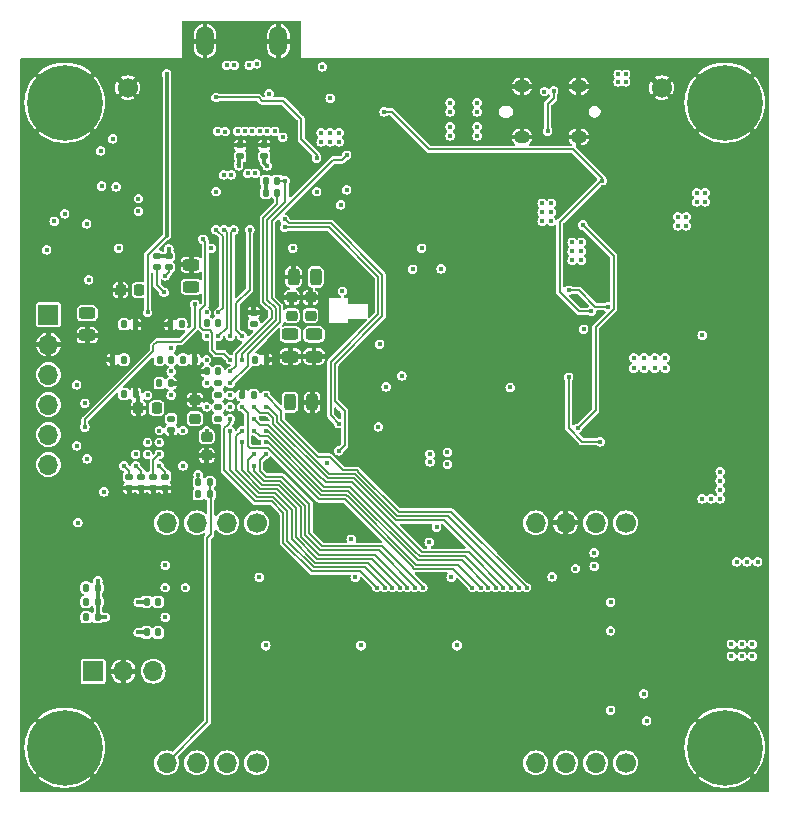
<source format=gbr>
%TF.GenerationSoftware,KiCad,Pcbnew,8.0.4*%
%TF.CreationDate,2024-11-18T22:27:40+01:00*%
%TF.ProjectId,hd_64_v0,68645f36-345f-4763-902e-6b696361645f,0.1*%
%TF.SameCoordinates,PX4737720PY55fe290*%
%TF.FileFunction,Copper,L6,Bot*%
%TF.FilePolarity,Positive*%
%FSLAX46Y46*%
G04 Gerber Fmt 4.6, Leading zero omitted, Abs format (unit mm)*
G04 Created by KiCad (PCBNEW 8.0.4) date 2024-11-18 22:27:40*
%MOMM*%
%LPD*%
G01*
G04 APERTURE LIST*
G04 Aperture macros list*
%AMRoundRect*
0 Rectangle with rounded corners*
0 $1 Rounding radius*
0 $2 $3 $4 $5 $6 $7 $8 $9 X,Y pos of 4 corners*
0 Add a 4 corners polygon primitive as box body*
4,1,4,$2,$3,$4,$5,$6,$7,$8,$9,$2,$3,0*
0 Add four circle primitives for the rounded corners*
1,1,$1+$1,$2,$3*
1,1,$1+$1,$4,$5*
1,1,$1+$1,$6,$7*
1,1,$1+$1,$8,$9*
0 Add four rect primitives between the rounded corners*
20,1,$1+$1,$2,$3,$4,$5,0*
20,1,$1+$1,$4,$5,$6,$7,0*
20,1,$1+$1,$6,$7,$8,$9,0*
20,1,$1+$1,$8,$9,$2,$3,0*%
G04 Aperture macros list end*
%TA.AperFunction,ComponentPad*%
%ADD10C,1.700000*%
%TD*%
%TA.AperFunction,ComponentPad*%
%ADD11C,6.400000*%
%TD*%
%TA.AperFunction,ComponentPad*%
%ADD12O,1.346200X1.092200*%
%TD*%
%TA.AperFunction,ComponentPad*%
%ADD13O,1.700000X1.700000*%
%TD*%
%TA.AperFunction,ComponentPad*%
%ADD14O,1.500000X2.550000*%
%TD*%
%TA.AperFunction,ComponentPad*%
%ADD15R,1.700000X1.700000*%
%TD*%
%TA.AperFunction,SMDPad,CuDef*%
%ADD16RoundRect,0.243750X-0.456250X0.243750X-0.456250X-0.243750X0.456250X-0.243750X0.456250X0.243750X0*%
%TD*%
%TA.AperFunction,SMDPad,CuDef*%
%ADD17RoundRect,0.147500X0.147500X0.172500X-0.147500X0.172500X-0.147500X-0.172500X0.147500X-0.172500X0*%
%TD*%
%TA.AperFunction,SMDPad,CuDef*%
%ADD18RoundRect,0.147500X-0.147500X-0.172500X0.147500X-0.172500X0.147500X0.172500X-0.147500X0.172500X0*%
%TD*%
%TA.AperFunction,SMDPad,CuDef*%
%ADD19RoundRect,0.147500X0.172500X-0.147500X0.172500X0.147500X-0.172500X0.147500X-0.172500X-0.147500X0*%
%TD*%
%TA.AperFunction,SMDPad,CuDef*%
%ADD20RoundRect,0.147500X-0.172500X0.147500X-0.172500X-0.147500X0.172500X-0.147500X0.172500X0.147500X0*%
%TD*%
%TA.AperFunction,SMDPad,CuDef*%
%ADD21RoundRect,0.218750X0.218750X0.256250X-0.218750X0.256250X-0.218750X-0.256250X0.218750X-0.256250X0*%
%TD*%
%TA.AperFunction,SMDPad,CuDef*%
%ADD22RoundRect,0.243750X0.243750X0.456250X-0.243750X0.456250X-0.243750X-0.456250X0.243750X-0.456250X0*%
%TD*%
%TA.AperFunction,SMDPad,CuDef*%
%ADD23RoundRect,0.218750X0.256250X-0.218750X0.256250X0.218750X-0.256250X0.218750X-0.256250X-0.218750X0*%
%TD*%
%TA.AperFunction,SMDPad,CuDef*%
%ADD24RoundRect,0.243750X0.456250X-0.243750X0.456250X0.243750X-0.456250X0.243750X-0.456250X-0.243750X0*%
%TD*%
%TA.AperFunction,SMDPad,CuDef*%
%ADD25RoundRect,0.243750X-0.243750X-0.456250X0.243750X-0.456250X0.243750X0.456250X-0.243750X0.456250X0*%
%TD*%
%TA.AperFunction,SMDPad,CuDef*%
%ADD26RoundRect,0.218750X-0.256250X0.218750X-0.256250X-0.218750X0.256250X-0.218750X0.256250X0.218750X0*%
%TD*%
%TA.AperFunction,ViaPad*%
%ADD27C,0.400000*%
%TD*%
%TA.AperFunction,ViaPad*%
%ADD28C,0.450000*%
%TD*%
%TA.AperFunction,Conductor*%
%ADD29C,0.300000*%
%TD*%
%TA.AperFunction,Conductor*%
%ADD30C,0.200000*%
%TD*%
G04 APERTURE END LIST*
D10*
X54356000Y59690000D03*
D11*
X59690000Y3810000D03*
D12*
X42524000Y59820001D03*
X47324000Y59820001D03*
X42524000Y55519999D03*
X47324000Y55519999D03*
D10*
X20066000Y2540000D03*
D13*
X17526000Y2540000D03*
X14986000Y2540000D03*
X12446000Y2540000D03*
D11*
X59690000Y58420000D03*
D10*
X51308000Y22860000D03*
D13*
X48768000Y22860000D03*
X46228000Y22860000D03*
X43688000Y22860000D03*
D10*
X9144000Y59690000D03*
D14*
X21896000Y63627000D03*
X15696000Y63627000D03*
D10*
X51308000Y2540000D03*
D13*
X48768000Y2540000D03*
X46228000Y2540000D03*
X43688000Y2540000D03*
D11*
X3810000Y3810000D03*
D15*
X2438000Y40488000D03*
D13*
X2438000Y37948000D03*
X2438000Y35408000D03*
X2438000Y32868000D03*
X2438000Y30328000D03*
X2438000Y27788000D03*
D10*
X20066000Y22860000D03*
D13*
X17526000Y22860000D03*
X14986000Y22860000D03*
X12446000Y22860000D03*
D15*
X6223000Y10287000D03*
D13*
X8763000Y10287000D03*
X11303000Y10287000D03*
D11*
X3810000Y58420000D03*
D16*
X24924000Y38807500D03*
X24924000Y36932500D03*
D17*
X6609000Y17370000D03*
X5639000Y17370000D03*
D18*
X15839000Y35670000D03*
X16809000Y35670000D03*
X18839000Y33670000D03*
X19809000Y33670000D03*
D19*
X12824000Y30685000D03*
X12824000Y31655000D03*
D20*
X12319000Y26774000D03*
X12319000Y25804000D03*
D18*
X7839000Y36670000D03*
X8809000Y36670000D03*
D17*
X20909000Y36670000D03*
X19939000Y36670000D03*
D20*
X19824000Y40655000D03*
X19824000Y39685000D03*
D17*
X12804000Y34670000D03*
X11834000Y34670000D03*
X16106000Y25273000D03*
X15136000Y25273000D03*
X12809000Y36670000D03*
X11839000Y36670000D03*
D19*
X18669000Y53871000D03*
X18669000Y54841000D03*
D20*
X11624000Y45455000D03*
X11624000Y44485000D03*
D21*
X10111500Y42570000D03*
X8536500Y42570000D03*
X11611500Y32570000D03*
X10036500Y32570000D03*
D20*
X9271000Y26774000D03*
X9271000Y25804000D03*
D17*
X6609000Y16170000D03*
X5639000Y16170000D03*
D20*
X10287000Y26774000D03*
X10287000Y25804000D03*
D16*
X22924000Y38807500D03*
X22924000Y36932500D03*
D22*
X25061500Y43670000D03*
X23186500Y43670000D03*
D17*
X14809000Y36670000D03*
X13839000Y36670000D03*
X9809000Y33770000D03*
X8839000Y33770000D03*
D19*
X20701000Y53871000D03*
X20701000Y54841000D03*
D23*
X23024000Y40382500D03*
X23024000Y41957500D03*
D17*
X9809000Y39670000D03*
X8839000Y39670000D03*
D20*
X11303000Y26774000D03*
X11303000Y25804000D03*
D16*
X5724000Y40607500D03*
X5724000Y38732500D03*
D23*
X24624000Y40382500D03*
X24624000Y41957500D03*
D18*
X15136000Y26289000D03*
X16106000Y26289000D03*
D20*
X12624000Y45455000D03*
X12624000Y44485000D03*
D18*
X20851000Y51816000D03*
X21821000Y51816000D03*
D20*
X16824000Y34655000D03*
X16824000Y33685000D03*
D17*
X16809000Y39770000D03*
X15839000Y39770000D03*
D18*
X12739000Y39670000D03*
X13709000Y39670000D03*
D24*
X14524000Y42832500D03*
X14524000Y44707500D03*
D18*
X10739000Y13570000D03*
X11709000Y13570000D03*
X10739000Y16170000D03*
X11709000Y16170000D03*
D20*
X16824000Y32655000D03*
X16824000Y31685000D03*
D17*
X6609000Y14870000D03*
X5639000Y14870000D03*
D25*
X22886500Y33070000D03*
X24761500Y33070000D03*
D23*
X14824000Y31682500D03*
X14824000Y33257500D03*
D18*
X20839000Y50800000D03*
X21809000Y50800000D03*
D26*
X15824000Y30157500D03*
X15824000Y28582500D03*
D27*
X51308000Y60833000D03*
X51308000Y60198000D03*
X50673000Y60198000D03*
X50673000Y60833000D03*
X52451000Y29718000D03*
X38481000Y25019000D03*
X30607000Y54737000D03*
X36924000Y1270000D03*
X20193000Y6985000D03*
X6624000Y25070000D03*
X3937000Y50673000D03*
X16637000Y21463000D03*
X16124000Y56170000D03*
X16637000Y14859000D03*
X30607000Y56642000D03*
X16637000Y18542000D03*
X25527000Y35814000D03*
X32624000Y1270000D03*
X5724000Y33570000D03*
X14824000Y29670000D03*
X34824000Y13370000D03*
X43180000Y10033000D03*
X16324000Y2070000D03*
X62484000Y8763000D03*
X49149000Y49784000D03*
X52832000Y44577000D03*
X18923000Y43180000D03*
X21524000Y17270000D03*
X27940000Y22098000D03*
X14097000Y15621000D03*
X6224000Y14070000D03*
X30607000Y55753000D03*
X45212000Y19050000D03*
X22225000Y5715000D03*
X23624000Y44970000D03*
X52114000Y52705000D03*
X57023000Y14859000D03*
X39878000Y22479000D03*
X17624000Y51770000D03*
X51308000Y30353000D03*
X12824000Y29670000D03*
X22606000Y52705000D03*
X35052000Y21844000D03*
X19177000Y56769000D03*
X42418000Y36576000D03*
X16256000Y44704000D03*
X48524000Y24170000D03*
X35179000Y31623000D03*
X41275000Y16764000D03*
X20024000Y16670000D03*
X6731000Y19177000D03*
X45128000Y29337000D03*
X34524000Y9270000D03*
X15113000Y57277000D03*
X37211000Y32893000D03*
X21463000Y19431000D03*
X59436000Y18669000D03*
X51689000Y53213000D03*
X31877000Y16764000D03*
X27813000Y16764000D03*
X57404000Y17907000D03*
X12824000Y30670000D03*
X62484000Y9779000D03*
X31924000Y39370000D03*
X44929342Y42276671D03*
X6424000Y37670000D03*
X29624000Y17170000D03*
X53213000Y51816000D03*
X50165000Y10795000D03*
X46482000Y53086000D03*
X5724000Y18170000D03*
X30607000Y51943000D03*
X59182000Y43942000D03*
X46024000Y15748000D03*
X17824000Y37670000D03*
X50546000Y39370000D03*
X18324000Y21570000D03*
X12424000Y21470000D03*
X49403000Y10414000D03*
X42545000Y16764000D03*
X31024000Y28470000D03*
X36322000Y9525000D03*
X25724000Y33870000D03*
X33528000Y36576000D03*
X40767000Y21082000D03*
X7824000Y36670000D03*
X9398000Y49784000D03*
X38124000Y45570000D03*
X52832000Y43053000D03*
X33824000Y32570000D03*
X32258000Y29845000D03*
X50165000Y29718000D03*
X5024000Y12770000D03*
X16524000Y53270000D03*
X9525000Y16891000D03*
X8255000Y16002000D03*
X50624000Y13770000D03*
X34124000Y49670000D03*
X59944000Y34290000D03*
X45466000Y53086000D03*
X40005000Y16764000D03*
X22352000Y57531000D03*
X16637000Y12700000D03*
X10824000Y30670000D03*
X13824000Y29670000D03*
X34798000Y24270000D03*
X13970000Y18415000D03*
X33147000Y58801000D03*
X11824000Y31670000D03*
X61595000Y39751000D03*
X37846000Y24257000D03*
X59690000Y14859000D03*
X20824000Y31670000D03*
X12824000Y28670000D03*
X26524000Y29591000D03*
X28067000Y32893000D03*
X50546000Y40005000D03*
X14351000Y26289000D03*
X25400000Y22606000D03*
X18415000Y9906000D03*
X28575000Y7366000D03*
X10541000Y46355000D03*
X29845000Y51943000D03*
X9824000Y33670000D03*
X8255000Y42291000D03*
X22724000Y36770000D03*
X16989342Y61326671D03*
X42524000Y13670000D03*
X7824000Y40670000D03*
X59436000Y22352000D03*
X2624000Y20970000D03*
X24765000Y56007000D03*
X38735000Y16764000D03*
X12824000Y36670000D03*
X33324000Y27370000D03*
X38989000Y43180000D03*
X12324000Y43070000D03*
X7824000Y31670000D03*
D28*
X26924000Y54070000D03*
D27*
X14824000Y30670000D03*
X13824000Y31670000D03*
D28*
X20824000Y40670000D03*
D27*
X31024000Y25970000D03*
X25324000Y36770000D03*
X37624000Y17170000D03*
X37719000Y40259000D03*
X44704000Y33655000D03*
X59436000Y20574000D03*
X30226000Y45720000D03*
X18415000Y6223000D03*
X22987000Y14351000D03*
X33528000Y58166000D03*
X13081000Y7112000D03*
X43688000Y31115000D03*
X14351000Y61468000D03*
X52705000Y33274000D03*
X3429000Y34163000D03*
X52705000Y34798000D03*
X24892000Y29591000D03*
X34417000Y16764000D03*
X8824000Y29670000D03*
X45974000Y1270000D03*
X13924000Y20270000D03*
X55372000Y29718000D03*
X18415000Y14859000D03*
X5842000Y54483000D03*
X12824000Y39670000D03*
X43942000Y39878000D03*
X13081000Y58570000D03*
X35362000Y38664000D03*
X22225000Y56261000D03*
X24324000Y35270000D03*
X23324000Y37170000D03*
X42418000Y5461000D03*
X26824000Y11470000D03*
X52832000Y43815000D03*
X51943000Y34036000D03*
X18824000Y39670000D03*
X14605000Y12065000D03*
X4324000Y24670000D03*
X23876000Y31369000D03*
X32893000Y3170000D03*
X46863000Y42037000D03*
X16637000Y8382000D03*
X49657000Y53721000D03*
X9525000Y43815000D03*
X31024000Y32770000D03*
X6858000Y42418000D03*
X59436000Y21463000D03*
X43434000Y1270000D03*
X30607000Y16764000D03*
X29824000Y41770000D03*
X8763000Y13843000D03*
X28524000Y49870000D03*
X46736000Y10033000D03*
X14824000Y28670000D03*
X55245000Y39243000D03*
X5024000Y37670000D03*
X11430000Y25146000D03*
X35524000Y12370000D03*
X27813000Y23749000D03*
X61722000Y30988000D03*
X16824000Y36670000D03*
X33909000Y58801000D03*
X7724000Y25908000D03*
X27686000Y50419000D03*
X15024000Y44770000D03*
X51943000Y33274000D03*
X14824000Y36670000D03*
X49414000Y50870000D03*
X14097000Y56261000D03*
X13970000Y52705000D03*
X13716000Y60198000D03*
X51689000Y29718000D03*
X61595000Y48133000D03*
X25146000Y24257000D03*
X51816000Y39370000D03*
X51181000Y40005000D03*
X35560000Y53594000D03*
X26670000Y56769000D03*
X20824000Y27670000D03*
X5946835Y27712912D03*
X19658833Y51920426D03*
X15024000Y3870000D03*
X5207000Y53721000D03*
X45924000Y24170000D03*
X3429000Y29083000D03*
X41148000Y25527000D03*
X19177000Y53213000D03*
X52070000Y44577000D03*
X29337000Y38100000D03*
X3810000Y26543000D03*
X36524000Y3170000D03*
X14124000Y54570000D03*
X21124000Y50070000D03*
X58293000Y17907000D03*
X21924000Y53170000D03*
X52705000Y34036000D03*
X13824000Y37670000D03*
X27686000Y3170000D03*
X51943000Y34798000D03*
X55626000Y43815000D03*
X11176000Y15494000D03*
X50673000Y8128000D03*
X35433000Y36251000D03*
X51562000Y6223000D03*
X52070000Y43815000D03*
X7824000Y27670000D03*
X27813000Y38989000D03*
X31115000Y48387000D03*
X33147000Y16764000D03*
X13335000Y51943000D03*
X26924000Y32131000D03*
X39370000Y35052000D03*
X35052000Y46101000D03*
X59436000Y19685000D03*
X18824000Y31670000D03*
X17794329Y62131658D03*
X18824000Y33670000D03*
X28448000Y9144000D03*
X5334000Y44196000D03*
X9652000Y6731000D03*
X44704000Y36703000D03*
X3724000Y13570000D03*
X7124000Y22270000D03*
X12824000Y32670000D03*
X17024000Y48270000D03*
X48524000Y12170000D03*
X26797000Y46101000D03*
X24424000Y44970000D03*
X45466000Y37211000D03*
X39024000Y26570000D03*
X16824000Y32670000D03*
X37973000Y43434000D03*
X11303000Y56261000D03*
X47879000Y19431000D03*
X50927000Y29718000D03*
X27305000Y1143000D03*
X31369000Y51943000D03*
X33274000Y31623000D03*
X38924000Y30070000D03*
X1905000Y50673000D03*
X20701000Y61849000D03*
X50038000Y8128000D03*
X16824000Y39670000D03*
X43424000Y24170000D03*
X24384000Y57785000D03*
X15824000Y37670000D03*
X34417000Y7112000D03*
X3429000Y31623000D03*
X13462000Y49270000D03*
X27524000Y43070000D03*
X5724000Y37670000D03*
X8324000Y20170000D03*
X27432000Y57658000D03*
X39124000Y44770000D03*
X32258000Y42418000D03*
X15824000Y27670000D03*
X41529000Y28245000D03*
X54991000Y23622000D03*
X16637000Y6223000D03*
X15824000Y33670000D03*
X6324000Y51370000D03*
X11430000Y53721000D03*
X1824000Y22570000D03*
X23024000Y41970000D03*
X3424000Y23870000D03*
X12424000Y3870000D03*
X22924000Y43270000D03*
X42926000Y11811000D03*
X50038000Y47752000D03*
X15824000Y35670000D03*
X18796000Y61976000D03*
X58801000Y14859000D03*
X51181000Y39370000D03*
X16637000Y42799000D03*
X23424000Y43670000D03*
X19824000Y29670000D03*
X49022000Y48641000D03*
X20024000Y21570000D03*
X41910000Y42164000D03*
X20824000Y36670000D03*
X53975000Y28829000D03*
X52070000Y43053000D03*
X6924000Y48170000D03*
X15024000Y21470000D03*
X16824000Y34670000D03*
X12824000Y27670000D03*
X21724000Y37870000D03*
X3724000Y16170000D03*
X55499000Y26416000D03*
X13589000Y14859000D03*
X18724000Y2070000D03*
X57912000Y14859000D03*
X22479000Y1270000D03*
X33528000Y37338000D03*
X10824000Y37670000D03*
X19824000Y48270000D03*
X25024000Y15970000D03*
X44704000Y8509000D03*
X51816000Y40005000D03*
X21844000Y27432000D03*
X45974000Y52578000D03*
X11938000Y12827000D03*
X38024000Y28870000D03*
X26624000Y13470000D03*
X9271000Y55626000D03*
X34624000Y33670000D03*
X38024000Y27770000D03*
X48514000Y1270000D03*
X44831000Y47498000D03*
X6924000Y46070000D03*
X15824000Y31670000D03*
X5824000Y30370000D03*
X14624000Y45970000D03*
X1778000Y43053000D03*
X21909502Y48178699D03*
X27424000Y36270000D03*
X2921000Y51689000D03*
X52578000Y53213000D03*
X44450000Y44577000D03*
X17724000Y48270000D03*
X9824000Y39670000D03*
X12824000Y34670000D03*
X1824000Y18270000D03*
X18415000Y18542000D03*
X19645244Y62155448D03*
X62484000Y7874000D03*
X16637000Y50892000D03*
X8171000Y51294000D03*
X54653000Y35941000D03*
X19824000Y36670000D03*
X56452000Y48768000D03*
X56452000Y48006000D03*
X51986000Y35941000D03*
X19824000Y33670000D03*
X52875000Y36830000D03*
X38735000Y56388000D03*
X12324000Y19270000D03*
X27686000Y51054000D03*
X23124000Y33470000D03*
X55733000Y48006000D03*
X6624000Y17970000D03*
X23024000Y40370000D03*
X10124000Y42570000D03*
X12624000Y46070000D03*
X54653000Y36830000D03*
X26058000Y27940000D03*
D28*
X28924000Y12470000D03*
D27*
X13824000Y39670000D03*
X22624000Y33070000D03*
X4826000Y34544000D03*
D28*
X20824000Y12470000D03*
D27*
X5324000Y40370000D03*
X8824000Y33670000D03*
X52875000Y35941000D03*
X12324000Y17370000D03*
X15113000Y25273000D03*
X6858000Y54356000D03*
X5724000Y40870000D03*
X23124000Y32670000D03*
X36218000Y28829000D03*
X28404000Y18244000D03*
X51986000Y36830000D03*
X2286000Y45974000D03*
X25146000Y50892000D03*
X19824000Y39670000D03*
X7224000Y14870000D03*
X6124000Y40370000D03*
X27178000Y49784000D03*
X36449000Y56388000D03*
X6941500Y51370000D03*
X30376000Y30988000D03*
X15824000Y39670000D03*
X5842000Y43434000D03*
D28*
X37024000Y12470000D03*
D27*
X5671500Y48159500D03*
X36532000Y18244000D03*
X7874000Y55372000D03*
X8824000Y36670000D03*
X55733000Y48768000D03*
X3810000Y49022000D03*
X24424000Y40570000D03*
X2921000Y48387000D03*
X8382000Y46101000D03*
X41529000Y34315500D03*
X36449000Y55626000D03*
X20276000Y18244000D03*
X10033000Y16129000D03*
X4826000Y29370000D03*
X53764000Y36830000D03*
X10024000Y13570000D03*
X53764000Y35941000D03*
X8824000Y39670000D03*
X38735000Y55626000D03*
X14024000Y17370000D03*
X34739500Y28661000D03*
X20824000Y51270000D03*
X4924000Y22870000D03*
X25527000Y55880000D03*
X26289000Y55118000D03*
X27051000Y55118000D03*
X26289000Y55880000D03*
X20955000Y53086000D03*
X25527000Y55118000D03*
X27051000Y55880000D03*
X18542000Y53086000D03*
X22285000Y55499000D03*
X44239000Y49149000D03*
X14924000Y43070000D03*
X23124000Y46117000D03*
X11824000Y34670000D03*
X44239000Y48387000D03*
X14124000Y43070000D03*
X11824000Y32670000D03*
X47688500Y48069500D03*
X16224000Y46101000D03*
X11824000Y36670000D03*
X45001000Y49149000D03*
X14524000Y42570000D03*
X12824000Y37670000D03*
X45001000Y48387000D03*
X44239000Y49911000D03*
X47244000Y30861000D03*
X45001000Y49911000D03*
X34671000Y21209000D03*
X30252000Y17370000D03*
X17824000Y31670000D03*
X30889712Y17371840D03*
X17824000Y30670000D03*
X31552000Y17370000D03*
X18824000Y30670000D03*
X32202000Y17370000D03*
X18824000Y29670000D03*
X32827003Y17370000D03*
X19824000Y28670000D03*
X33452006Y17370000D03*
X19824000Y27670000D03*
X20824000Y28670000D03*
X34124000Y17370000D03*
X18824000Y32670000D03*
X38324000Y17370000D03*
X20824000Y29670000D03*
X39024000Y17370000D03*
X19824000Y30670000D03*
X39649003Y17370000D03*
X40324000Y17370000D03*
X20824000Y30670000D03*
X40949003Y17370000D03*
X19824000Y31670000D03*
X19824000Y32670000D03*
X41624000Y17370000D03*
X42249003Y17370000D03*
X20824000Y32670000D03*
X42924000Y17370000D03*
X20824000Y33670000D03*
X52832000Y8382000D03*
X36218000Y27813000D03*
X35687000Y44368000D03*
X62032500Y12573000D03*
X60254500Y11557000D03*
X34739500Y28011000D03*
X61143500Y11557000D03*
X34036000Y46101000D03*
X30480000Y37973000D03*
X50038000Y16129000D03*
X32359500Y35301000D03*
X31024000Y34370000D03*
X62032500Y11557000D03*
X60254500Y12573000D03*
X50038000Y6985000D03*
X33274000Y44323000D03*
X50026529Y13714943D03*
X61143500Y12573000D03*
X16624000Y58870000D03*
X25146000Y53721000D03*
X17824000Y36670000D03*
X15524000Y46870000D03*
X16824000Y40670000D03*
X16624000Y47670000D03*
X17324000Y47670000D03*
X16824000Y38670000D03*
X18124000Y47662893D03*
X17824000Y38670000D03*
X19485000Y47670000D03*
X18824000Y38670000D03*
X27028000Y31242000D03*
X22424000Y47870000D03*
X22424000Y48570000D03*
X27028000Y28956000D03*
X22479000Y51816000D03*
X18824000Y36670000D03*
X17824000Y35670000D03*
X21809000Y50800000D03*
X20066000Y61722000D03*
X21590000Y56007000D03*
X19431000Y61595000D03*
X20955000Y56007000D03*
X20320000Y56007000D03*
X19939000Y52451000D03*
X19304000Y52451000D03*
X19685000Y56007000D03*
X19050000Y56016119D03*
X18161000Y61595000D03*
X17526000Y61595000D03*
X18450094Y56005350D03*
X17922875Y52324000D03*
X17399000Y55982750D03*
X16764000Y56007000D03*
X17272000Y52324000D03*
X17824000Y33670000D03*
X27324000Y42470000D03*
X11824000Y28670000D03*
X11824000Y27670000D03*
X46779000Y45847000D03*
X47541000Y45085000D03*
X16824000Y35670000D03*
X24524000Y38670000D03*
X46779000Y45085000D03*
X15824000Y34670000D03*
X15824000Y32670000D03*
X16824000Y31670000D03*
X22924000Y39070000D03*
X15824000Y30670000D03*
X14824000Y31670000D03*
X24824000Y43270000D03*
X47541000Y46609000D03*
X12824000Y33670000D03*
X22524000Y38570000D03*
X16824000Y33670000D03*
X47541000Y45847000D03*
X25324000Y43670000D03*
X46779000Y46609000D03*
X13824000Y36670000D03*
X24924000Y39070000D03*
X12824000Y31670000D03*
X13824000Y30670000D03*
X15824000Y36670000D03*
X12824000Y35670000D03*
X9824000Y27670000D03*
X49149000Y29718000D03*
X46482000Y35179000D03*
X5524000Y32970000D03*
X15824000Y40670000D03*
X5524000Y30970000D03*
X14824000Y41370000D03*
X5724000Y28270000D03*
X15824000Y38670000D03*
X49319000Y51816000D03*
X30861000Y57658000D03*
X48387000Y40767000D03*
X47053500Y18986500D03*
X45085000Y18288000D03*
X48641000Y19177000D03*
X53086000Y6096000D03*
X12324000Y43770000D03*
X5639000Y14870000D03*
X11824000Y30670000D03*
X12219022Y42370000D03*
X11709000Y16170000D03*
X11824000Y29670000D03*
X5639000Y17370000D03*
X10824000Y29670000D03*
X12324000Y14870000D03*
X13824000Y27670000D03*
X10824000Y28670000D03*
X11709000Y13570000D03*
X9824000Y28670000D03*
X5639000Y16170000D03*
X25624000Y61468000D03*
X57785000Y24892000D03*
X59309000Y24892000D03*
X21124000Y59170000D03*
X59309000Y26416000D03*
X59309000Y27178000D03*
X26289000Y58801000D03*
X59309000Y25654000D03*
X58547000Y24892000D03*
X58039000Y50800000D03*
X57320000Y50800000D03*
X60706000Y19558000D03*
X38735000Y57658000D03*
X36449000Y57658000D03*
X47752000Y39243000D03*
X36449000Y58420000D03*
X57785000Y38735000D03*
X38735000Y58420000D03*
X61595000Y19558000D03*
X62484000Y19558000D03*
X57320000Y50038000D03*
X58039000Y50038000D03*
X7124000Y25470000D03*
X10824000Y33670000D03*
X49784000Y41148000D03*
X46482000Y42545000D03*
X45212000Y59436000D03*
X44704000Y56007000D03*
X10053000Y50301000D03*
X10053000Y49239000D03*
X44424000Y59370000D03*
X10824000Y40670000D03*
X12446000Y60858500D03*
X8824000Y27670000D03*
X27686000Y53975000D03*
X17824000Y34670000D03*
X28067000Y21463000D03*
X35306000Y22479000D03*
X48641000Y20320000D03*
X15113000Y26924000D03*
X17824000Y32670000D03*
D29*
X9909000Y33670000D02*
X9824000Y33670000D01*
X10036500Y33542500D02*
X9909000Y33670000D01*
X15824000Y28582500D02*
X15824000Y27670000D01*
X10036500Y32570000D02*
X10036500Y33542500D01*
X9824000Y33670000D02*
X9824000Y33755000D01*
X9824000Y33755000D02*
X9809000Y33770000D01*
D30*
X20851000Y51297000D02*
X20851000Y51816000D01*
D29*
X6609000Y14870000D02*
X6609000Y16170000D01*
X6609000Y16170000D02*
X6609000Y17370000D01*
X6609000Y14870000D02*
X6624000Y14885000D01*
X10698000Y16129000D02*
X10739000Y16170000D01*
D30*
X20824000Y51270000D02*
X20851000Y51297000D01*
D29*
X10739000Y13570000D02*
X10024000Y13570000D01*
X6609000Y17370000D02*
X6609000Y17955000D01*
X6624000Y17355000D02*
X6609000Y17370000D01*
X10033000Y16129000D02*
X10698000Y16129000D01*
D30*
X20824000Y50815000D02*
X20839000Y50800000D01*
D29*
X12624000Y45455000D02*
X12624000Y46070000D01*
D30*
X20824000Y51270000D02*
X20824000Y50815000D01*
D29*
X11624000Y45455000D02*
X12624000Y45455000D01*
X6609000Y14870000D02*
X7224000Y14870000D01*
X6609000Y17955000D02*
X6624000Y17970000D01*
X18542000Y53744000D02*
X18669000Y53871000D01*
X18542000Y53086000D02*
X18542000Y53744000D01*
X20955000Y53086000D02*
X20701000Y53340000D01*
X20701000Y53340000D02*
X20701000Y53871000D01*
D30*
X18542000Y53086000D02*
X18415000Y53213000D01*
X48768000Y39424893D02*
X50284000Y40940893D01*
X48768000Y32385000D02*
X48768000Y39424893D01*
X50284000Y45474000D02*
X47688500Y48069500D01*
X47244000Y30861000D02*
X48768000Y32385000D01*
X50284000Y40940893D02*
X50284000Y45474000D01*
X17624000Y31170000D02*
X17824000Y31370000D01*
X17324000Y27300151D02*
X17324000Y30877107D01*
X24734050Y18770000D02*
X22324000Y21180050D01*
X21339078Y24670000D02*
X19954151Y24670000D01*
X17616893Y31170000D02*
X17624000Y31170000D01*
X28852000Y18770000D02*
X24734050Y18770000D01*
X22324000Y23685078D02*
X21339078Y24670000D01*
X30252000Y17370000D02*
X28852000Y18770000D01*
X17324000Y30877107D02*
X17616893Y31170000D01*
X22324000Y21180050D02*
X22324000Y23685078D01*
X19954151Y24670000D02*
X17324000Y27300151D01*
X17824000Y31370000D02*
X17824000Y31670000D01*
X30889712Y17371840D02*
X30889712Y17439395D01*
X21484052Y25020000D02*
X20099126Y25020000D01*
X30889712Y17439395D02*
X29209107Y19120000D01*
X24879026Y19120000D02*
X22674000Y21325026D01*
X20099126Y25020000D02*
X17824000Y27295126D01*
X17824000Y27295126D02*
X17824000Y30670000D01*
X29209107Y19120000D02*
X24879026Y19120000D01*
X22674000Y23830052D02*
X21484052Y25020000D01*
X22674000Y21325026D02*
X22674000Y23830052D01*
X18324000Y27290101D02*
X18324000Y30170000D01*
X25024000Y19470000D02*
X23024000Y21470000D01*
X18324000Y30170000D02*
X18824000Y30670000D01*
X23024000Y23975026D02*
X21629026Y25370000D01*
X20244101Y25370000D02*
X18324000Y27290101D01*
X29498659Y19470000D02*
X25024000Y19470000D01*
X31552000Y17370000D02*
X31552000Y17416659D01*
X21629026Y25370000D02*
X20244101Y25370000D01*
X23024000Y21470000D02*
X23024000Y23975026D01*
X31552000Y17416659D02*
X29498659Y19470000D01*
X23374000Y24120000D02*
X21774000Y25720000D01*
X18824000Y27285076D02*
X18824000Y29670000D01*
X21774000Y25720000D02*
X20389076Y25720000D01*
X25168974Y19820000D02*
X23374000Y21614974D01*
X20389076Y25720000D02*
X18824000Y27285076D01*
X29809107Y19820000D02*
X25168974Y19820000D01*
X32202000Y17370000D02*
X32202000Y17427107D01*
X23374000Y21614974D02*
X23374000Y24120000D01*
X32202000Y17427107D02*
X29809107Y19820000D01*
X19321487Y28167487D02*
X19824000Y28670000D01*
X30109107Y20170000D02*
X25324000Y20170000D01*
X21924000Y26070000D02*
X20534051Y26070000D01*
X25324000Y20170000D02*
X23824000Y21670000D01*
X23824000Y24170000D02*
X21924000Y26070000D01*
X32827003Y17452104D02*
X30109107Y20170000D01*
X19321487Y27282564D02*
X19321487Y28167487D01*
X23824000Y21670000D02*
X23824000Y24170000D01*
X20534051Y26070000D02*
X19321487Y27282564D01*
X32827003Y17370000D02*
X32827003Y17452104D01*
X19824000Y27275025D02*
X19824000Y27670000D01*
X25468974Y20520000D02*
X24174000Y21814974D01*
X30384110Y20520000D02*
X25468974Y20520000D01*
X24174000Y24314974D02*
X22068974Y26420000D01*
X33452006Y17370000D02*
X33452006Y17452104D01*
X24174000Y21814974D02*
X24174000Y24314974D01*
X20679025Y26420000D02*
X19824000Y27275025D01*
X22068974Y26420000D02*
X20679025Y26420000D01*
X33452006Y17452104D02*
X30384110Y20520000D01*
X25613948Y20870000D02*
X24524000Y21959948D01*
X20324000Y28170000D02*
X20824000Y28670000D01*
X34124000Y17370000D02*
X34124000Y17405113D01*
X22213949Y26770000D02*
X20824000Y26770000D01*
X20324000Y27270000D02*
X20324000Y28170000D01*
X24524000Y21959948D02*
X24524000Y24459949D01*
X24524000Y24459949D02*
X22213949Y26770000D01*
X34124000Y17405113D02*
X30659113Y20870000D01*
X20824000Y26770000D02*
X20324000Y27270000D01*
X30659113Y20870000D02*
X25613948Y20870000D01*
X19324000Y32170000D02*
X18824000Y32670000D01*
X36724000Y18970000D02*
X33423999Y18970000D01*
X19524000Y29170000D02*
X19324000Y29370000D01*
X33218974Y19175025D02*
X33218974Y19175026D01*
X33218974Y19175026D02*
X27524000Y24870000D01*
X25341157Y24870000D02*
X21041157Y29170000D01*
X21041157Y29170000D02*
X19524000Y29170000D01*
X38324000Y17370000D02*
X36724000Y18970000D01*
X33423999Y18970000D02*
X33218974Y19175025D01*
X19324000Y29370000D02*
X19324000Y32170000D01*
X27524000Y24870000D02*
X25341157Y24870000D01*
X37081107Y19320000D02*
X33568974Y19320000D01*
X39024000Y17377107D02*
X37081107Y19320000D01*
X27668975Y25220000D02*
X25486132Y25220000D01*
X39024000Y17370000D02*
X39024000Y17377107D01*
X33568974Y19320000D02*
X27874000Y25014974D01*
X25486132Y25220000D02*
X21036132Y29670000D01*
X27874000Y25014975D02*
X27668975Y25220000D01*
X21036132Y29670000D02*
X20824000Y29670000D01*
X27874000Y25014974D02*
X27874000Y25014975D01*
X27824000Y25570000D02*
X25631107Y25570000D01*
X39649003Y17370000D02*
X39649003Y17452104D01*
X20324000Y30170000D02*
X19824000Y30670000D01*
X21031107Y30170000D02*
X20324000Y30170000D01*
X25631107Y25570000D02*
X21031107Y30170000D01*
X33724000Y19670000D02*
X27824000Y25570000D01*
X39649003Y17452104D02*
X37431107Y19670000D01*
X37431107Y19670000D02*
X33724000Y19670000D01*
X27968975Y25920000D02*
X25776081Y25920000D01*
X25776081Y25920000D02*
X21026081Y30670000D01*
X40324000Y17402110D02*
X37706110Y20020000D01*
X37706110Y20020000D02*
X33868974Y20020000D01*
X21026081Y30670000D02*
X20824000Y30670000D01*
X33471487Y20417487D02*
X33471487Y20417488D01*
X40324000Y17370000D02*
X40324000Y17402110D01*
X33471487Y20417488D02*
X27968975Y25920000D01*
X33868974Y20020000D02*
X33471487Y20417487D01*
X25272527Y26918528D02*
X25272527Y26928580D01*
X38031107Y20370000D02*
X34024000Y20370000D01*
X40949003Y17452104D02*
X38031107Y20370000D01*
X34024000Y20370000D02*
X28124000Y26270000D01*
X28124000Y26270000D02*
X25921055Y26270000D01*
X20324000Y31170000D02*
X19824000Y31670000D01*
X25921055Y26270000D02*
X25272527Y26918528D01*
X40949003Y17370000D02*
X40949003Y17452104D01*
X25272527Y26928580D02*
X21031107Y31170000D01*
X21031107Y31170000D02*
X20324000Y31170000D01*
X35956110Y23070000D02*
X31824000Y23070000D01*
X28274000Y26620000D02*
X26076081Y26620000D01*
X20324000Y32170000D02*
X19824000Y32670000D01*
X21463000Y31233081D02*
X21463000Y31738107D01*
X26076081Y26620000D02*
X21463000Y31233081D01*
X41624000Y17402110D02*
X35956110Y23070000D01*
X41624000Y17370000D02*
X41624000Y17402110D01*
X31824000Y23070000D02*
X28274000Y26620000D01*
X21031107Y32170000D02*
X20324000Y32170000D01*
X21463000Y31738107D02*
X21031107Y32170000D01*
X42249003Y17370000D02*
X42249003Y17452104D01*
X31968974Y23420000D02*
X28418974Y26970000D01*
X36281107Y23420000D02*
X31968974Y23420000D01*
X42249003Y17452104D02*
X36281107Y23420000D01*
X21813000Y31378055D02*
X21813000Y31883082D01*
X21026082Y32670000D02*
X20824000Y32670000D01*
X28418974Y26970000D02*
X26221055Y26970000D01*
X21813000Y31883082D02*
X21026082Y32670000D01*
X26221055Y26970000D02*
X21813000Y31378055D01*
X28768974Y27114975D02*
X28563949Y27320000D01*
X25246029Y28440000D02*
X22163000Y31523029D01*
X42924000Y17402110D02*
X36556110Y23770000D01*
X28563949Y27320000D02*
X27385107Y27320000D01*
X42924000Y17370000D02*
X42924000Y17402110D01*
X36556110Y23770000D02*
X32113948Y23770000D01*
X26265107Y28440000D02*
X25246029Y28440000D01*
X22163000Y31523029D02*
X22163000Y32331000D01*
X32113948Y23770000D02*
X28768974Y27114975D01*
X27385107Y27320000D02*
X26265107Y28440000D01*
X22163000Y32331000D02*
X20824000Y33670000D01*
X25146000Y53990818D02*
X23824000Y55312818D01*
X25146000Y53721000D02*
X25146000Y53990818D01*
X20224000Y58870000D02*
X16624000Y58870000D01*
X23824000Y57075000D02*
X22329000Y58570000D01*
X22329000Y58570000D02*
X20524000Y58570000D01*
X23824000Y55312818D02*
X23824000Y57075000D01*
X20524000Y58570000D02*
X20224000Y58870000D01*
X15524000Y46870000D02*
X15724000Y46670000D01*
X15724000Y41277107D02*
X15294000Y40847107D01*
X15552762Y39170000D02*
X16074000Y39170000D01*
X17324000Y37170000D02*
X17824000Y36670000D01*
X15294000Y40847107D02*
X15294000Y39428762D01*
X16616893Y37170000D02*
X17324000Y37170000D01*
X15294000Y39428762D02*
X15552762Y39170000D01*
X16074000Y39170000D02*
X16324000Y38920000D01*
X15724000Y46670000D02*
X15724000Y41277107D01*
X16324000Y38920000D02*
X16324000Y37462893D01*
X16324000Y37462893D02*
X16616893Y37170000D01*
X16624000Y47670000D02*
X16824000Y47470000D01*
X17174000Y41020000D02*
X16824000Y40670000D01*
X16824000Y47462893D02*
X17174000Y47112893D01*
X17174000Y47112893D02*
X17174000Y41020000D01*
X16824000Y47470000D02*
X16824000Y47462893D01*
X17524000Y39370000D02*
X16824000Y38670000D01*
X17524000Y47470000D02*
X17524000Y39370000D01*
X17324000Y47670000D02*
X17524000Y47470000D01*
X17924000Y38770000D02*
X17824000Y38670000D01*
X17924000Y47462893D02*
X17924000Y38770000D01*
X18124000Y47662893D02*
X17924000Y47462893D01*
X19485000Y47670000D02*
X19485000Y42599000D01*
X18324000Y39170000D02*
X18824000Y38670000D01*
X19485000Y42599000D02*
X18324000Y41438000D01*
X18324000Y41438000D02*
X18324000Y39170000D01*
X26324000Y31946000D02*
X26324000Y36470975D01*
X27028000Y31242000D02*
X26324000Y31946000D01*
X22433000Y47879000D02*
X22424000Y47870000D01*
X30353000Y40499975D02*
X30353000Y43701026D01*
X30353000Y43701026D02*
X26175026Y47879000D01*
X26324000Y36470975D02*
X30353000Y40499975D01*
X26175026Y47879000D02*
X22433000Y47879000D01*
X26674000Y33143000D02*
X26674000Y36326000D01*
X26674000Y36326000D02*
X30703000Y40355000D01*
X26320001Y48229000D02*
X22772107Y48229000D01*
X22772107Y48229000D02*
X22431107Y48570000D01*
X27028000Y28956000D02*
X27528000Y29456000D01*
X27528000Y29456000D02*
X27528000Y32289000D01*
X27528000Y32289000D02*
X26674000Y33143000D01*
X30703000Y43846001D02*
X26320001Y48229000D01*
X22431107Y48570000D02*
X22424000Y48570000D01*
X30703000Y40355000D02*
X30703000Y43846001D01*
X21674000Y41022082D02*
X20974000Y41722082D01*
X18824000Y37178580D02*
X21674000Y40028580D01*
X18824000Y36670000D02*
X18824000Y37178580D01*
X22479000Y50030026D02*
X22479000Y51816000D01*
X21674000Y40028580D02*
X21674000Y41022082D01*
X20974000Y41722082D02*
X20974000Y48525026D01*
X22479000Y51816000D02*
X21821000Y51816000D01*
X20974000Y48525026D02*
X22479000Y50030026D01*
X17824000Y35670000D02*
X18324000Y36170000D01*
X18324000Y36170000D02*
X18324000Y37173554D01*
X20624000Y48670000D02*
X21824000Y49870000D01*
X18324000Y37173554D02*
X21324000Y40173554D01*
X21324000Y40173554D02*
X21324000Y40877107D01*
X21824000Y49870000D02*
X21824000Y50785000D01*
X21824000Y50785000D02*
X21809000Y50800000D01*
X20624000Y41577107D02*
X20624000Y48670000D01*
X21324000Y40877107D02*
X20624000Y41577107D01*
X11303000Y28149000D02*
X11824000Y28670000D01*
X11303000Y26774000D02*
X11303000Y28149000D01*
X12319000Y26774000D02*
X12319000Y27175000D01*
X12319000Y27175000D02*
X11824000Y27670000D01*
D29*
X15824000Y30157500D02*
X15824000Y30670000D01*
D30*
X10287000Y27207000D02*
X9824000Y27670000D01*
X10287000Y26774000D02*
X10287000Y27207000D01*
X47625000Y29718000D02*
X46482000Y30861000D01*
X46482000Y30861000D02*
X46482000Y35179000D01*
X49149000Y29718000D02*
X47625000Y29718000D01*
X14824000Y39370000D02*
X14824000Y41370000D01*
X11324000Y37405619D02*
X11324000Y37877107D01*
X13624000Y38170000D02*
X14824000Y39370000D01*
X5524000Y31605619D02*
X11324000Y37405619D01*
X11324000Y37877107D02*
X11616893Y38170000D01*
X11616893Y38170000D02*
X13624000Y38170000D01*
X5524000Y30970000D02*
X5524000Y31605619D01*
X47371000Y40767000D02*
X45720000Y42418000D01*
X31496000Y57658000D02*
X30861000Y57658000D01*
X46863000Y54483000D02*
X34671000Y54483000D01*
X34671000Y54483000D02*
X31496000Y57658000D01*
X45720000Y48332107D02*
X49203893Y51816000D01*
X48387000Y40767000D02*
X47371000Y40767000D01*
X49203893Y51816000D02*
X49319000Y51816000D01*
X45720000Y42418000D02*
X45720000Y48332107D01*
X49319000Y52027000D02*
X46863000Y54483000D01*
X49319000Y51816000D02*
X49319000Y52027000D01*
X12624000Y44070000D02*
X12624000Y44485000D01*
X12324000Y43770000D02*
X12624000Y44070000D01*
X11624000Y42965022D02*
X11624000Y44485000D01*
X12219022Y42370000D02*
X11624000Y42965022D01*
X11524000Y44385000D02*
X11624000Y44485000D01*
X47316107Y42545000D02*
X46482000Y42545000D01*
X48713107Y41148000D02*
X47316107Y42545000D01*
X49784000Y41148000D02*
X48713107Y41148000D01*
X45212000Y58858000D02*
X44704000Y58350000D01*
X44704000Y58350000D02*
X44704000Y56007000D01*
X45212000Y59436000D02*
X45212000Y58858000D01*
X16194000Y21909000D02*
X16194000Y25185000D01*
X15875000Y5969000D02*
X15875000Y21590000D01*
X16194000Y25185000D02*
X16106000Y25273000D01*
X15875000Y21590000D02*
X16194000Y21909000D01*
X12446000Y2540000D02*
X15875000Y5969000D01*
X16106000Y25273000D02*
X16106000Y26289000D01*
X10824000Y45541238D02*
X10824000Y40670000D01*
D29*
X12446000Y60858500D02*
X12446000Y47163238D01*
D30*
X12446000Y47163238D02*
X10824000Y45541238D01*
X9271000Y27223000D02*
X8824000Y27670000D01*
X9271000Y26774000D02*
X9271000Y27223000D01*
X21324000Y48380052D02*
X21324000Y41870000D01*
X22024000Y41170000D02*
X22024000Y39883605D01*
X27281000Y53570000D02*
X26513948Y53570000D01*
X21324000Y41870000D02*
X22024000Y41170000D01*
X19324000Y36170000D02*
X17824000Y34670000D01*
X27686000Y53975000D02*
X27281000Y53570000D01*
X26513948Y53570000D02*
X21324000Y48380052D01*
X19324000Y37183605D02*
X19324000Y36170000D01*
X22024000Y39883605D02*
X19324000Y37183605D01*
X15136000Y26289000D02*
X15136000Y26901000D01*
X15136000Y26901000D02*
X15113000Y26924000D01*
%TA.AperFunction,Conductor*%
G36*
X34901163Y22750593D02*
G01*
X34937127Y22701093D01*
X34937127Y22639907D01*
X34931182Y22625555D01*
X34920354Y22604306D01*
X34920354Y22604304D01*
X34900508Y22479001D01*
X34900508Y22479000D01*
X34920354Y22353697D01*
X34920355Y22353693D01*
X34974671Y22247093D01*
X34977950Y22240658D01*
X35067658Y22150950D01*
X35180696Y22093354D01*
X35306000Y22073508D01*
X35431304Y22093354D01*
X35544342Y22150950D01*
X35634050Y22240658D01*
X35691646Y22353696D01*
X35711492Y22479000D01*
X35691646Y22604304D01*
X35680817Y22625556D01*
X35671247Y22685987D01*
X35699025Y22740504D01*
X35753541Y22768281D01*
X35769028Y22769500D01*
X35790631Y22769500D01*
X35848822Y22750593D01*
X35860635Y22740504D01*
X37761635Y20839504D01*
X37789412Y20784987D01*
X37779841Y20724555D01*
X37736576Y20681290D01*
X37691631Y20670500D01*
X34908675Y20670500D01*
X34850484Y20689407D01*
X34814520Y20738907D01*
X34814520Y20800093D01*
X34850484Y20849593D01*
X34863729Y20857709D01*
X34909342Y20880950D01*
X34999050Y20970658D01*
X35056646Y21083696D01*
X35076492Y21209000D01*
X35056646Y21334304D01*
X34999050Y21447342D01*
X34909342Y21537050D01*
X34905406Y21539056D01*
X34796307Y21594645D01*
X34796304Y21594646D01*
X34671000Y21614492D01*
X34545696Y21594646D01*
X34545692Y21594645D01*
X34432659Y21537051D01*
X34342949Y21447341D01*
X34285355Y21334308D01*
X34285354Y21334304D01*
X34265508Y21209000D01*
X34276359Y21140486D01*
X34285354Y21083697D01*
X34285355Y21083693D01*
X34295360Y21064058D01*
X34342950Y20970658D01*
X34432658Y20880950D01*
X34478271Y20857709D01*
X34521535Y20814445D01*
X34531106Y20754012D01*
X34503328Y20699496D01*
X34448811Y20671719D01*
X34433325Y20670500D01*
X34189479Y20670500D01*
X34131288Y20689407D01*
X34119475Y20699496D01*
X32218475Y22600496D01*
X32190698Y22655013D01*
X32200269Y22715445D01*
X32243534Y22758710D01*
X32288479Y22769500D01*
X34842972Y22769500D01*
X34901163Y22750593D01*
G37*
%TD.AperFunction*%
%TA.AperFunction,Conductor*%
G36*
X21316741Y28469444D02*
G01*
X21316745Y28469441D01*
X25100697Y24685489D01*
X25100696Y24685489D01*
X25156646Y24629540D01*
X25225164Y24589981D01*
X25225168Y24589979D01*
X25301592Y24569501D01*
X25301594Y24569500D01*
X25301595Y24569500D01*
X27358521Y24569500D01*
X27416712Y24550593D01*
X27428525Y24540504D01*
X30629525Y21339504D01*
X30657302Y21284987D01*
X30647731Y21224555D01*
X30604466Y21181290D01*
X30559521Y21170500D01*
X28529009Y21170500D01*
X28470818Y21189407D01*
X28434854Y21238907D01*
X28434854Y21300093D01*
X28440799Y21314445D01*
X28441485Y21315793D01*
X28452646Y21337696D01*
X28472492Y21463000D01*
X28472091Y21465529D01*
X28467499Y21494526D01*
X28452646Y21588304D01*
X28395050Y21701342D01*
X28305342Y21791050D01*
X28279108Y21804417D01*
X28192307Y21848645D01*
X28192304Y21848646D01*
X28067000Y21868492D01*
X27941696Y21848646D01*
X27941692Y21848645D01*
X27828659Y21791051D01*
X27738949Y21701341D01*
X27681355Y21588308D01*
X27681354Y21588304D01*
X27661508Y21463001D01*
X27661508Y21463000D01*
X27681354Y21337697D01*
X27681354Y21337695D01*
X27693201Y21314445D01*
X27702772Y21254013D01*
X27674994Y21199496D01*
X27620478Y21171719D01*
X27604991Y21170500D01*
X25779427Y21170500D01*
X25721236Y21189407D01*
X25709423Y21199496D01*
X24853496Y22055423D01*
X24825719Y22109940D01*
X24824500Y22125427D01*
X24824500Y24499512D01*
X24824499Y24499514D01*
X24804021Y24575938D01*
X24804019Y24575942D01*
X24764460Y24644460D01*
X24708511Y24700410D01*
X24708511Y24700409D01*
X22398460Y27010460D01*
X22378178Y27022170D01*
X22329941Y27050020D01*
X22329937Y27050022D01*
X22253513Y27070500D01*
X22253511Y27070500D01*
X20989479Y27070500D01*
X20931288Y27089407D01*
X20919475Y27099496D01*
X20653496Y27365475D01*
X20625719Y27419992D01*
X20624500Y27435479D01*
X20624500Y28004523D01*
X20643407Y28062714D01*
X20653490Y28074521D01*
X20824400Y28245431D01*
X20878911Y28273206D01*
X20949304Y28284354D01*
X21062342Y28341950D01*
X21152050Y28431658D01*
X21158532Y28444381D01*
X21201791Y28487644D01*
X21262223Y28497219D01*
X21316741Y28469444D01*
G37*
%TD.AperFunction*%
%TA.AperFunction,Conductor*%
G36*
X19769081Y30273207D02*
G01*
X19823597Y30245431D01*
X19823598Y30245430D01*
X20139488Y29929541D01*
X20139493Y29929537D01*
X20208008Y29889980D01*
X20208006Y29889980D01*
X20208010Y29889979D01*
X20208012Y29889978D01*
X20284438Y29869500D01*
X20334192Y29869500D01*
X20392383Y29850593D01*
X20428347Y29801093D01*
X20431972Y29755015D01*
X20418508Y29670000D01*
X20430751Y29592697D01*
X20431973Y29584987D01*
X20422402Y29524555D01*
X20379137Y29481291D01*
X20334192Y29470500D01*
X19723500Y29470500D01*
X19665309Y29489407D01*
X19629345Y29538907D01*
X19624500Y29569500D01*
X19624500Y30180192D01*
X19643407Y30238383D01*
X19692907Y30274347D01*
X19738985Y30277973D01*
X19769081Y30273207D01*
G37*
%TD.AperFunction*%
%TA.AperFunction,Conductor*%
G36*
X18320680Y33477164D02*
G01*
X18348458Y33422648D01*
X18348830Y33420083D01*
X18350661Y33406173D01*
X18402451Y33295110D01*
X18489109Y33208452D01*
X18571978Y33169809D01*
X18616726Y33128081D01*
X18628401Y33068020D01*
X18602543Y33012567D01*
X18588337Y32999998D01*
X18585666Y32998058D01*
X18495949Y32908341D01*
X18438355Y32795308D01*
X18438354Y32795304D01*
X18421781Y32690666D01*
X18413581Y32674573D01*
X18421780Y32649336D01*
X18424327Y32633257D01*
X18438354Y32544697D01*
X18438355Y32544693D01*
X18480130Y32462707D01*
X18495950Y32431658D01*
X18585658Y32341950D01*
X18698696Y32284354D01*
X18769082Y32273207D01*
X18823598Y32245430D01*
X18823599Y32245430D01*
X18994504Y32074525D01*
X19022281Y32020008D01*
X19023500Y32004521D01*
X19023500Y31159809D01*
X19004593Y31101618D01*
X18955093Y31065654D01*
X18909014Y31062028D01*
X18824002Y31075492D01*
X18824000Y31075492D01*
X18698696Y31055646D01*
X18698692Y31055645D01*
X18585659Y30998051D01*
X18495949Y30908341D01*
X18438354Y30795306D01*
X18427205Y30724916D01*
X18399428Y30670400D01*
X18390062Y30661034D01*
X18335545Y30633257D01*
X18275113Y30642828D01*
X18231848Y30686093D01*
X18222277Y30715548D01*
X18209646Y30795304D01*
X18152050Y30908342D01*
X18062342Y30998050D01*
X18060982Y30998743D01*
X18059904Y30999821D01*
X18056040Y31002628D01*
X18056484Y31003241D01*
X18017720Y31042005D01*
X18008148Y31102437D01*
X18035925Y31156954D01*
X18035925Y31156955D01*
X18064460Y31185489D01*
X18095731Y31239651D01*
X18104020Y31254008D01*
X18104020Y31254010D01*
X18104022Y31254012D01*
X18124500Y31330438D01*
X18124500Y31363101D01*
X18143407Y31421292D01*
X18150850Y31430008D01*
X18152043Y31431652D01*
X18152050Y31431658D01*
X18209646Y31544696D01*
X18229492Y31670000D01*
X18229428Y31670401D01*
X18221318Y31721608D01*
X18209646Y31795304D01*
X18152050Y31908342D01*
X18062342Y31998050D01*
X18043774Y32007511D01*
X17949307Y32055645D01*
X17949304Y32055646D01*
X17844664Y32072220D01*
X17828571Y32080419D01*
X17803334Y32072219D01*
X17698696Y32055646D01*
X17698692Y32055645D01*
X17585658Y31998050D01*
X17585656Y31998049D01*
X17493807Y31906200D01*
X17439291Y31878423D01*
X17378858Y31887995D01*
X17335594Y31931259D01*
X17334863Y31932724D01*
X17334119Y31934246D01*
X17283636Y32037511D01*
X17220794Y32100353D01*
X17193019Y32154867D01*
X17202590Y32215299D01*
X17220797Y32240358D01*
X17285546Y32305107D01*
X17332950Y32406765D01*
X17374679Y32451513D01*
X17434740Y32463188D01*
X17490193Y32437330D01*
X17492679Y32434930D01*
X17495948Y32431661D01*
X17495950Y32431658D01*
X17585658Y32341950D01*
X17698696Y32284354D01*
X17790547Y32269807D01*
X17803334Y32267781D01*
X17819427Y32259582D01*
X17844665Y32267781D01*
X17847146Y32268174D01*
X17949304Y32284354D01*
X18062342Y32341950D01*
X18152050Y32431658D01*
X18209646Y32544696D01*
X18226219Y32649336D01*
X18234418Y32665429D01*
X18226219Y32690666D01*
X18219726Y32731660D01*
X18209646Y32795304D01*
X18152050Y32908342D01*
X18062342Y32998050D01*
X17980547Y33039727D01*
X17949307Y33055645D01*
X17949304Y33055646D01*
X17844664Y33072220D01*
X17828571Y33080419D01*
X17803334Y33072219D01*
X17698696Y33055646D01*
X17698692Y33055645D01*
X17585659Y32998051D01*
X17495942Y32908334D01*
X17494002Y32905663D01*
X17491333Y32903725D01*
X17490441Y32902832D01*
X17490299Y32902974D01*
X17444499Y32869704D01*
X17383314Y32869709D01*
X17333817Y32905678D01*
X17324191Y32922022D01*
X17285548Y33004891D01*
X17192768Y33097671D01*
X17194629Y33099533D01*
X17165785Y33137803D01*
X17164711Y33198979D01*
X17196246Y33244028D01*
X17195710Y33244564D01*
X17198752Y33247607D01*
X17199800Y33249103D01*
X17201484Y33250339D01*
X17201507Y33250363D01*
X17201511Y33250364D01*
X17283636Y33332489D01*
X17325726Y33418587D01*
X17368269Y33462560D01*
X17428535Y33473130D01*
X17483503Y33446258D01*
X17494761Y33433295D01*
X17495948Y33431661D01*
X17495950Y33431658D01*
X17585658Y33341950D01*
X17698696Y33284354D01*
X17789318Y33270001D01*
X17803334Y33267781D01*
X17819427Y33259582D01*
X17844665Y33267781D01*
X17847146Y33268174D01*
X17949304Y33284354D01*
X18062342Y33341950D01*
X18152050Y33431658D01*
X18162468Y33452106D01*
X18205731Y33495369D01*
X18266163Y33504941D01*
X18320680Y33477164D01*
G37*
%TD.AperFunction*%
%TA.AperFunction,Conductor*%
G36*
X20923819Y31850593D02*
G01*
X20935632Y31840504D01*
X21133504Y31642632D01*
X21161281Y31588115D01*
X21162500Y31572628D01*
X21162500Y31569500D01*
X21143593Y31511309D01*
X21094093Y31475345D01*
X21063500Y31470500D01*
X20489479Y31470500D01*
X20431288Y31489407D01*
X20419475Y31499496D01*
X20248570Y31670401D01*
X20220794Y31724916D01*
X20216027Y31755015D01*
X20225599Y31815447D01*
X20268865Y31858710D01*
X20313808Y31869500D01*
X20865628Y31869500D01*
X20923819Y31850593D01*
G37*
%TD.AperFunction*%
%TA.AperFunction,Conductor*%
G36*
X26793504Y32598525D02*
G01*
X27198504Y32193525D01*
X27226281Y32139008D01*
X27227500Y32123521D01*
X27227500Y31731809D01*
X27208593Y31673618D01*
X27159093Y31637654D01*
X27113013Y31634028D01*
X27082916Y31638795D01*
X27028399Y31666572D01*
X26653496Y32041475D01*
X26625719Y32095992D01*
X26624500Y32111479D01*
X26624500Y32528521D01*
X26643407Y32586712D01*
X26692907Y32622676D01*
X26754093Y32622676D01*
X26793504Y32598525D01*
G37*
%TD.AperFunction*%
%TA.AperFunction,Conductor*%
G36*
X17372886Y38697175D02*
G01*
X17416151Y38653910D01*
X17425722Y38624452D01*
X17438354Y38544697D01*
X17438355Y38544693D01*
X17487623Y38448000D01*
X17495950Y38431658D01*
X17585658Y38341950D01*
X17698696Y38284354D01*
X17824000Y38264508D01*
X17949304Y38284354D01*
X18062342Y38341950D01*
X18152050Y38431658D01*
X18209646Y38544696D01*
X18222277Y38624451D01*
X18250054Y38678966D01*
X18304570Y38706744D01*
X18365003Y38697173D01*
X18390062Y38678967D01*
X18399428Y38669601D01*
X18427205Y38615085D01*
X18438354Y38544695D01*
X18487623Y38448000D01*
X18495950Y38431658D01*
X18585658Y38341950D01*
X18698696Y38284354D01*
X18775381Y38272209D01*
X18829897Y38244432D01*
X18857675Y38189916D01*
X18848104Y38129483D01*
X18829898Y38104424D01*
X18139489Y37414014D01*
X18139488Y37414015D01*
X18083539Y37358065D01*
X18043980Y37289547D01*
X18043978Y37289543D01*
X18023500Y37213119D01*
X18023500Y37159809D01*
X18004593Y37101618D01*
X17955093Y37065654D01*
X17909013Y37062028D01*
X17878916Y37066795D01*
X17824400Y37094572D01*
X17508511Y37410460D01*
X17493647Y37419042D01*
X17493647Y37419043D01*
X17439989Y37450021D01*
X17439985Y37450023D01*
X17363564Y37470500D01*
X17363562Y37470500D01*
X16782372Y37470500D01*
X16724181Y37489407D01*
X16712368Y37499496D01*
X16653496Y37558368D01*
X16625719Y37612885D01*
X16624500Y37628372D01*
X16624500Y38180192D01*
X16643407Y38238383D01*
X16692907Y38274347D01*
X16738985Y38277973D01*
X16824000Y38264508D01*
X16949304Y38284354D01*
X17062342Y38341950D01*
X17152050Y38431658D01*
X17209646Y38544696D01*
X17220794Y38615086D01*
X17248567Y38669598D01*
X17257941Y38678972D01*
X17312454Y38706746D01*
X17372886Y38697175D01*
G37*
%TD.AperFunction*%
%TA.AperFunction,Conductor*%
G36*
X47208819Y42225593D02*
G01*
X47220632Y42215504D01*
X48179782Y41256354D01*
X48207559Y41201837D01*
X48197988Y41141405D01*
X48154726Y41098142D01*
X48148659Y41095051D01*
X48142353Y41090469D01*
X48141251Y41091986D01*
X48095588Y41068719D01*
X48080101Y41067500D01*
X47536479Y41067500D01*
X47478288Y41086407D01*
X47466475Y41096496D01*
X46567804Y41995167D01*
X46540027Y42049684D01*
X46549598Y42110116D01*
X46592863Y42153381D01*
X46607222Y42159328D01*
X46607296Y42159353D01*
X46607304Y42159354D01*
X46720342Y42216950D01*
X46720348Y42216957D01*
X46726647Y42221531D01*
X46727748Y42220015D01*
X46773412Y42243281D01*
X46788899Y42244500D01*
X47150628Y42244500D01*
X47208819Y42225593D01*
G37*
%TD.AperFunction*%
%TA.AperFunction,Conductor*%
G36*
X23809691Y65360593D02*
G01*
X23845655Y65311093D01*
X23850500Y65280500D01*
X23850500Y62240562D01*
X23850500Y62219438D01*
X23865438Y62204500D01*
X63375500Y62204500D01*
X63433691Y62185593D01*
X63469655Y62136093D01*
X63474500Y62105500D01*
X63474500Y124500D01*
X63455593Y66309D01*
X63406093Y30345D01*
X63375500Y25500D01*
X124500Y25500D01*
X66309Y44407D01*
X30345Y93907D01*
X25500Y124500D01*
X25500Y3810000D01*
X405006Y3810000D01*
X424965Y3441857D01*
X484614Y3078021D01*
X583242Y2722794D01*
X583246Y2722783D01*
X719711Y2380279D01*
X892403Y2054547D01*
X1099306Y1749389D01*
X1099313Y1749379D01*
X1267972Y1550819D01*
X2545502Y2828349D01*
X2589588Y2767670D01*
X2767670Y2589588D01*
X2828346Y2545505D01*
X1550207Y1267365D01*
X1605655Y1214842D01*
X1899156Y991728D01*
X1899161Y991725D01*
X2215070Y801648D01*
X2549676Y646843D01*
X2899076Y529116D01*
X3259128Y449863D01*
X3259127Y449863D01*
X3625657Y410000D01*
X3994343Y410000D01*
X4360872Y449863D01*
X4720922Y529116D01*
X4720924Y529116D01*
X5070323Y646843D01*
X5404929Y801648D01*
X5720838Y991725D01*
X5720843Y991728D01*
X6014341Y1214840D01*
X6014346Y1214844D01*
X6069791Y1267365D01*
X4791652Y2545504D01*
X4852330Y2589588D01*
X5030412Y2767670D01*
X5074496Y2828348D01*
X6352026Y1550818D01*
X6520686Y1749379D01*
X6520693Y1749389D01*
X6727596Y2054547D01*
X6900288Y2380279D01*
X6963928Y2540004D01*
X11390417Y2540004D01*
X11390417Y2539997D01*
X11410698Y2334071D01*
X11410699Y2334066D01*
X11470768Y2136046D01*
X11568316Y1953548D01*
X11699585Y1793596D01*
X11699590Y1793590D01*
X11699595Y1793586D01*
X11859547Y1662317D01*
X11859548Y1662317D01*
X11859550Y1662315D01*
X12042046Y1564768D01*
X12179997Y1522922D01*
X12240065Y1504700D01*
X12240070Y1504699D01*
X12445997Y1484417D01*
X12446000Y1484417D01*
X12446003Y1484417D01*
X12651929Y1504699D01*
X12651934Y1504700D01*
X12849954Y1564768D01*
X13032450Y1662315D01*
X13192410Y1793590D01*
X13323685Y1953550D01*
X13421232Y2136046D01*
X13481300Y2334066D01*
X13481301Y2334071D01*
X13501583Y2539997D01*
X13501583Y2540004D01*
X13930417Y2540004D01*
X13930417Y2539997D01*
X13950698Y2334071D01*
X13950699Y2334066D01*
X14010768Y2136046D01*
X14108316Y1953548D01*
X14239585Y1793596D01*
X14239590Y1793590D01*
X14239595Y1793586D01*
X14399547Y1662317D01*
X14399548Y1662317D01*
X14399550Y1662315D01*
X14582046Y1564768D01*
X14719997Y1522922D01*
X14780065Y1504700D01*
X14780070Y1504699D01*
X14985997Y1484417D01*
X14986000Y1484417D01*
X14986003Y1484417D01*
X15191929Y1504699D01*
X15191934Y1504700D01*
X15389954Y1564768D01*
X15572450Y1662315D01*
X15732410Y1793590D01*
X15863685Y1953550D01*
X15961232Y2136046D01*
X16021300Y2334066D01*
X16021301Y2334071D01*
X16041583Y2539997D01*
X16041583Y2540004D01*
X16470417Y2540004D01*
X16470417Y2539997D01*
X16490698Y2334071D01*
X16490699Y2334066D01*
X16550768Y2136046D01*
X16648316Y1953548D01*
X16779585Y1793596D01*
X16779590Y1793590D01*
X16779595Y1793586D01*
X16939547Y1662317D01*
X16939548Y1662317D01*
X16939550Y1662315D01*
X17122046Y1564768D01*
X17259997Y1522922D01*
X17320065Y1504700D01*
X17320070Y1504699D01*
X17525997Y1484417D01*
X17526000Y1484417D01*
X17526003Y1484417D01*
X17731929Y1504699D01*
X17731934Y1504700D01*
X17929954Y1564768D01*
X18112450Y1662315D01*
X18272410Y1793590D01*
X18403685Y1953550D01*
X18501232Y2136046D01*
X18561300Y2334066D01*
X18561301Y2334071D01*
X18581583Y2539997D01*
X18581583Y2540004D01*
X19010417Y2540004D01*
X19010417Y2539997D01*
X19030698Y2334071D01*
X19030699Y2334066D01*
X19090768Y2136046D01*
X19188316Y1953548D01*
X19319585Y1793596D01*
X19319590Y1793590D01*
X19319595Y1793586D01*
X19479547Y1662317D01*
X19479548Y1662317D01*
X19479550Y1662315D01*
X19662046Y1564768D01*
X19799997Y1522922D01*
X19860065Y1504700D01*
X19860070Y1504699D01*
X20065997Y1484417D01*
X20066000Y1484417D01*
X20066003Y1484417D01*
X20271929Y1504699D01*
X20271934Y1504700D01*
X20469954Y1564768D01*
X20652450Y1662315D01*
X20812410Y1793590D01*
X20943685Y1953550D01*
X21041232Y2136046D01*
X21101300Y2334066D01*
X21101301Y2334071D01*
X21121583Y2539997D01*
X21121583Y2540004D01*
X42632417Y2540004D01*
X42632417Y2539997D01*
X42652698Y2334071D01*
X42652699Y2334066D01*
X42712768Y2136046D01*
X42810316Y1953548D01*
X42941585Y1793596D01*
X42941590Y1793590D01*
X42941595Y1793586D01*
X43101547Y1662317D01*
X43101548Y1662317D01*
X43101550Y1662315D01*
X43284046Y1564768D01*
X43421997Y1522922D01*
X43482065Y1504700D01*
X43482070Y1504699D01*
X43687997Y1484417D01*
X43688000Y1484417D01*
X43688003Y1484417D01*
X43893929Y1504699D01*
X43893934Y1504700D01*
X44091954Y1564768D01*
X44274450Y1662315D01*
X44434410Y1793590D01*
X44565685Y1953550D01*
X44663232Y2136046D01*
X44723300Y2334066D01*
X44723301Y2334071D01*
X44743583Y2539997D01*
X44743583Y2540004D01*
X45172417Y2540004D01*
X45172417Y2539997D01*
X45192698Y2334071D01*
X45192699Y2334066D01*
X45252768Y2136046D01*
X45350316Y1953548D01*
X45481585Y1793596D01*
X45481590Y1793590D01*
X45481595Y1793586D01*
X45641547Y1662317D01*
X45641548Y1662317D01*
X45641550Y1662315D01*
X45824046Y1564768D01*
X45961997Y1522922D01*
X46022065Y1504700D01*
X46022070Y1504699D01*
X46227997Y1484417D01*
X46228000Y1484417D01*
X46228003Y1484417D01*
X46433929Y1504699D01*
X46433934Y1504700D01*
X46631954Y1564768D01*
X46814450Y1662315D01*
X46974410Y1793590D01*
X47105685Y1953550D01*
X47203232Y2136046D01*
X47263300Y2334066D01*
X47263301Y2334071D01*
X47283583Y2539997D01*
X47283583Y2540004D01*
X47712417Y2540004D01*
X47712417Y2539997D01*
X47732698Y2334071D01*
X47732699Y2334066D01*
X47792768Y2136046D01*
X47890316Y1953548D01*
X48021585Y1793596D01*
X48021590Y1793590D01*
X48021595Y1793586D01*
X48181547Y1662317D01*
X48181548Y1662317D01*
X48181550Y1662315D01*
X48364046Y1564768D01*
X48501997Y1522922D01*
X48562065Y1504700D01*
X48562070Y1504699D01*
X48767997Y1484417D01*
X48768000Y1484417D01*
X48768003Y1484417D01*
X48973929Y1504699D01*
X48973934Y1504700D01*
X49171954Y1564768D01*
X49354450Y1662315D01*
X49514410Y1793590D01*
X49645685Y1953550D01*
X49743232Y2136046D01*
X49803300Y2334066D01*
X49803301Y2334071D01*
X49823583Y2539997D01*
X49823583Y2540004D01*
X50252417Y2540004D01*
X50252417Y2539997D01*
X50272698Y2334071D01*
X50272699Y2334066D01*
X50332768Y2136046D01*
X50430316Y1953548D01*
X50561585Y1793596D01*
X50561590Y1793590D01*
X50561595Y1793586D01*
X50721547Y1662317D01*
X50721548Y1662317D01*
X50721550Y1662315D01*
X50904046Y1564768D01*
X51041997Y1522922D01*
X51102065Y1504700D01*
X51102070Y1504699D01*
X51307997Y1484417D01*
X51308000Y1484417D01*
X51308003Y1484417D01*
X51513929Y1504699D01*
X51513934Y1504700D01*
X51711954Y1564768D01*
X51894450Y1662315D01*
X52054410Y1793590D01*
X52185685Y1953550D01*
X52283232Y2136046D01*
X52343300Y2334066D01*
X52343301Y2334071D01*
X52363583Y2539997D01*
X52363583Y2540004D01*
X52343301Y2745930D01*
X52343300Y2745935D01*
X52325078Y2806003D01*
X52283232Y2943954D01*
X52185685Y3126450D01*
X52054410Y3286410D01*
X52054404Y3286415D01*
X51894452Y3417684D01*
X51711954Y3515232D01*
X51513934Y3575301D01*
X51513929Y3575302D01*
X51308003Y3595583D01*
X51307997Y3595583D01*
X51102070Y3575302D01*
X51102065Y3575301D01*
X50904045Y3515232D01*
X50721547Y3417684D01*
X50561595Y3286415D01*
X50561585Y3286405D01*
X50430316Y3126453D01*
X50332768Y2943955D01*
X50272699Y2745935D01*
X50272698Y2745930D01*
X50252417Y2540004D01*
X49823583Y2540004D01*
X49803301Y2745930D01*
X49803300Y2745935D01*
X49785078Y2806003D01*
X49743232Y2943954D01*
X49645685Y3126450D01*
X49514410Y3286410D01*
X49514404Y3286415D01*
X49354452Y3417684D01*
X49171954Y3515232D01*
X48973934Y3575301D01*
X48973929Y3575302D01*
X48768003Y3595583D01*
X48767997Y3595583D01*
X48562070Y3575302D01*
X48562065Y3575301D01*
X48364045Y3515232D01*
X48181547Y3417684D01*
X48021595Y3286415D01*
X48021585Y3286405D01*
X47890316Y3126453D01*
X47792768Y2943955D01*
X47732699Y2745935D01*
X47732698Y2745930D01*
X47712417Y2540004D01*
X47283583Y2540004D01*
X47263301Y2745930D01*
X47263300Y2745935D01*
X47245078Y2806003D01*
X47203232Y2943954D01*
X47105685Y3126450D01*
X46974410Y3286410D01*
X46974404Y3286415D01*
X46814452Y3417684D01*
X46631954Y3515232D01*
X46433934Y3575301D01*
X46433929Y3575302D01*
X46228003Y3595583D01*
X46227997Y3595583D01*
X46022070Y3575302D01*
X46022065Y3575301D01*
X45824045Y3515232D01*
X45641547Y3417684D01*
X45481595Y3286415D01*
X45481585Y3286405D01*
X45350316Y3126453D01*
X45252768Y2943955D01*
X45192699Y2745935D01*
X45192698Y2745930D01*
X45172417Y2540004D01*
X44743583Y2540004D01*
X44723301Y2745930D01*
X44723300Y2745935D01*
X44705078Y2806003D01*
X44663232Y2943954D01*
X44565685Y3126450D01*
X44434410Y3286410D01*
X44434404Y3286415D01*
X44274452Y3417684D01*
X44091954Y3515232D01*
X43893934Y3575301D01*
X43893929Y3575302D01*
X43688003Y3595583D01*
X43687997Y3595583D01*
X43482070Y3575302D01*
X43482065Y3575301D01*
X43284045Y3515232D01*
X43101547Y3417684D01*
X42941595Y3286415D01*
X42941585Y3286405D01*
X42810316Y3126453D01*
X42712768Y2943955D01*
X42652699Y2745935D01*
X42652698Y2745930D01*
X42632417Y2540004D01*
X21121583Y2540004D01*
X21101301Y2745930D01*
X21101300Y2745935D01*
X21083078Y2806003D01*
X21041232Y2943954D01*
X20943685Y3126450D01*
X20812410Y3286410D01*
X20812404Y3286415D01*
X20652452Y3417684D01*
X20469954Y3515232D01*
X20271934Y3575301D01*
X20271929Y3575302D01*
X20066003Y3595583D01*
X20065997Y3595583D01*
X19860070Y3575302D01*
X19860065Y3575301D01*
X19662045Y3515232D01*
X19479547Y3417684D01*
X19319595Y3286415D01*
X19319585Y3286405D01*
X19188316Y3126453D01*
X19090768Y2943955D01*
X19030699Y2745935D01*
X19030698Y2745930D01*
X19010417Y2540004D01*
X18581583Y2540004D01*
X18561301Y2745930D01*
X18561300Y2745935D01*
X18543078Y2806003D01*
X18501232Y2943954D01*
X18403685Y3126450D01*
X18272410Y3286410D01*
X18272404Y3286415D01*
X18112452Y3417684D01*
X17929954Y3515232D01*
X17731934Y3575301D01*
X17731929Y3575302D01*
X17526003Y3595583D01*
X17525997Y3595583D01*
X17320070Y3575302D01*
X17320065Y3575301D01*
X17122045Y3515232D01*
X16939547Y3417684D01*
X16779595Y3286415D01*
X16779585Y3286405D01*
X16648316Y3126453D01*
X16550768Y2943955D01*
X16490699Y2745935D01*
X16490698Y2745930D01*
X16470417Y2540004D01*
X16041583Y2540004D01*
X16021301Y2745930D01*
X16021300Y2745935D01*
X16003078Y2806003D01*
X15961232Y2943954D01*
X15863685Y3126450D01*
X15732410Y3286410D01*
X15732404Y3286415D01*
X15572452Y3417684D01*
X15389954Y3515232D01*
X15191934Y3575301D01*
X15191929Y3575302D01*
X14986003Y3595583D01*
X14985997Y3595583D01*
X14780070Y3575302D01*
X14780065Y3575301D01*
X14582045Y3515232D01*
X14399547Y3417684D01*
X14239595Y3286415D01*
X14239585Y3286405D01*
X14108316Y3126453D01*
X14010768Y2943955D01*
X13950699Y2745935D01*
X13950698Y2745930D01*
X13930417Y2540004D01*
X13501583Y2540004D01*
X13481301Y2745930D01*
X13481300Y2745935D01*
X13463078Y2806003D01*
X13421232Y2943954D01*
X13406553Y2971417D01*
X13404881Y2974546D01*
X13394125Y3034779D01*
X13420827Y3089830D01*
X13422137Y3091168D01*
X14140970Y3810000D01*
X56285006Y3810000D01*
X56304965Y3441857D01*
X56364614Y3078021D01*
X56463242Y2722794D01*
X56463246Y2722783D01*
X56599711Y2380279D01*
X56772403Y2054547D01*
X56979306Y1749389D01*
X56979313Y1749379D01*
X57147972Y1550819D01*
X58425502Y2828349D01*
X58469588Y2767670D01*
X58647670Y2589588D01*
X58708346Y2545505D01*
X57430207Y1267365D01*
X57485655Y1214842D01*
X57779156Y991728D01*
X57779161Y991725D01*
X58095070Y801648D01*
X58429676Y646843D01*
X58779076Y529116D01*
X59139128Y449863D01*
X59139127Y449863D01*
X59505657Y410000D01*
X59874343Y410000D01*
X60240872Y449863D01*
X60600922Y529116D01*
X60600924Y529116D01*
X60950323Y646843D01*
X61284929Y801648D01*
X61600838Y991725D01*
X61600843Y991728D01*
X61894341Y1214840D01*
X61894346Y1214844D01*
X61949791Y1267365D01*
X60671652Y2545504D01*
X60732330Y2589588D01*
X60910412Y2767670D01*
X60954496Y2828348D01*
X62232026Y1550818D01*
X62400686Y1749379D01*
X62400693Y1749389D01*
X62607596Y2054547D01*
X62780288Y2380279D01*
X62916753Y2722783D01*
X62916757Y2722794D01*
X63015385Y3078021D01*
X63075034Y3441857D01*
X63094993Y3810000D01*
X63075034Y4178144D01*
X63015385Y4541980D01*
X62916757Y4897207D01*
X62916753Y4897218D01*
X62780288Y5239722D01*
X62607596Y5565454D01*
X62400693Y5870612D01*
X62400686Y5870622D01*
X62232025Y6069184D01*
X60954495Y4791655D01*
X60910412Y4852330D01*
X60732330Y5030412D01*
X60671651Y5074498D01*
X61949791Y6352637D01*
X61894344Y6405159D01*
X61600843Y6628273D01*
X61600838Y6628276D01*
X61284929Y6818353D01*
X60950323Y6973158D01*
X60600923Y7090885D01*
X60240871Y7170138D01*
X60240872Y7170138D01*
X59874343Y7210000D01*
X59505657Y7210000D01*
X59139127Y7170138D01*
X58779077Y7090885D01*
X58779075Y7090885D01*
X58429676Y6973158D01*
X58095070Y6818353D01*
X57779161Y6628276D01*
X57779156Y6628273D01*
X57485650Y6405155D01*
X57430207Y6352637D01*
X58708347Y5074497D01*
X58647670Y5030412D01*
X58469588Y4852330D01*
X58425503Y4791653D01*
X57147972Y6069184D01*
X56979313Y5870622D01*
X56979306Y5870612D01*
X56772403Y5565454D01*
X56599711Y5239722D01*
X56463246Y4897218D01*
X56463242Y4897207D01*
X56364614Y4541980D01*
X56304965Y4178144D01*
X56285006Y3810000D01*
X14140970Y3810000D01*
X16115460Y5784489D01*
X16155021Y5853011D01*
X16175500Y5929438D01*
X16175500Y6096001D01*
X52680508Y6096001D01*
X52680508Y6096000D01*
X52700354Y5970697D01*
X52700355Y5970693D01*
X52721376Y5929438D01*
X52757950Y5857658D01*
X52847658Y5767950D01*
X52960696Y5710354D01*
X53086000Y5690508D01*
X53211304Y5710354D01*
X53324342Y5767950D01*
X53414050Y5857658D01*
X53471646Y5970696D01*
X53491492Y6096000D01*
X53471646Y6221304D01*
X53414050Y6334342D01*
X53324342Y6424050D01*
X53320406Y6426056D01*
X53211307Y6481645D01*
X53211304Y6481646D01*
X53086000Y6501492D01*
X52960696Y6481646D01*
X52960692Y6481645D01*
X52847659Y6424051D01*
X52757949Y6334341D01*
X52700355Y6221308D01*
X52700354Y6221304D01*
X52680508Y6096001D01*
X16175500Y6096001D01*
X16175500Y6985001D01*
X49632508Y6985001D01*
X49632508Y6985000D01*
X49652354Y6859697D01*
X49652355Y6859693D01*
X49673419Y6818353D01*
X49709950Y6746658D01*
X49799658Y6656950D01*
X49912696Y6599354D01*
X50038000Y6579508D01*
X50163304Y6599354D01*
X50276342Y6656950D01*
X50366050Y6746658D01*
X50423646Y6859696D01*
X50443492Y6985000D01*
X50423646Y7110304D01*
X50366050Y7223342D01*
X50276342Y7313050D01*
X50272406Y7315056D01*
X50163307Y7370645D01*
X50163304Y7370646D01*
X50038000Y7390492D01*
X49912696Y7370646D01*
X49912692Y7370645D01*
X49799659Y7313051D01*
X49709949Y7223341D01*
X49652355Y7110308D01*
X49652354Y7110304D01*
X49632508Y6985001D01*
X16175500Y6985001D01*
X16175500Y8382001D01*
X52426508Y8382001D01*
X52426508Y8382000D01*
X52446354Y8256697D01*
X52446355Y8256693D01*
X52501944Y8147594D01*
X52503950Y8143658D01*
X52593658Y8053950D01*
X52706696Y7996354D01*
X52832000Y7976508D01*
X52957304Y7996354D01*
X53070342Y8053950D01*
X53160050Y8143658D01*
X53217646Y8256696D01*
X53237492Y8382000D01*
X53217646Y8507304D01*
X53160050Y8620342D01*
X53070342Y8710050D01*
X53066406Y8712056D01*
X52957307Y8767645D01*
X52957304Y8767646D01*
X52832000Y8787492D01*
X52706696Y8767646D01*
X52706692Y8767645D01*
X52593659Y8710051D01*
X52503949Y8620341D01*
X52446355Y8507308D01*
X52446354Y8507304D01*
X52426508Y8382001D01*
X16175500Y8382001D01*
X16175500Y11557001D01*
X59849008Y11557001D01*
X59849008Y11557000D01*
X59868854Y11431697D01*
X59868855Y11431693D01*
X59916849Y11337500D01*
X59926450Y11318658D01*
X60016158Y11228950D01*
X60129196Y11171354D01*
X60254500Y11151508D01*
X60379804Y11171354D01*
X60492842Y11228950D01*
X60582550Y11318658D01*
X60610791Y11374085D01*
X60654055Y11417348D01*
X60714488Y11426919D01*
X60769004Y11399141D01*
X60787208Y11374085D01*
X60815450Y11318658D01*
X60905158Y11228950D01*
X61018196Y11171354D01*
X61143500Y11151508D01*
X61268804Y11171354D01*
X61381842Y11228950D01*
X61471550Y11318658D01*
X61499791Y11374085D01*
X61543055Y11417348D01*
X61603488Y11426919D01*
X61658004Y11399141D01*
X61676208Y11374085D01*
X61704450Y11318658D01*
X61794158Y11228950D01*
X61907196Y11171354D01*
X62032500Y11151508D01*
X62157804Y11171354D01*
X62270842Y11228950D01*
X62360550Y11318658D01*
X62418146Y11431696D01*
X62437992Y11557000D01*
X62418146Y11682304D01*
X62360550Y11795342D01*
X62270842Y11885050D01*
X62266906Y11887056D01*
X62157807Y11942645D01*
X62157804Y11942646D01*
X62032500Y11962492D01*
X61907196Y11942646D01*
X61907192Y11942645D01*
X61794159Y11885051D01*
X61704449Y11795341D01*
X61676209Y11739917D01*
X61632944Y11696653D01*
X61572512Y11687082D01*
X61517996Y11714860D01*
X61499791Y11739917D01*
X61486974Y11765070D01*
X61471550Y11795342D01*
X61381842Y11885050D01*
X61377906Y11887056D01*
X61268807Y11942645D01*
X61268804Y11942646D01*
X61143500Y11962492D01*
X61018196Y11942646D01*
X61018192Y11942645D01*
X60905159Y11885051D01*
X60815449Y11795341D01*
X60787209Y11739917D01*
X60743944Y11696653D01*
X60683512Y11687082D01*
X60628996Y11714860D01*
X60610791Y11739917D01*
X60597974Y11765070D01*
X60582550Y11795342D01*
X60492842Y11885050D01*
X60488906Y11887056D01*
X60379807Y11942645D01*
X60379804Y11942646D01*
X60254500Y11962492D01*
X60129196Y11942646D01*
X60129192Y11942645D01*
X60016159Y11885051D01*
X59926449Y11795341D01*
X59868855Y11682308D01*
X59868854Y11682304D01*
X59849008Y11557001D01*
X16175500Y11557001D01*
X16175500Y12470001D01*
X20393196Y12470001D01*
X20393196Y12470000D01*
X20414281Y12336873D01*
X20414282Y12336871D01*
X20475470Y12216783D01*
X20475472Y12216780D01*
X20570780Y12121472D01*
X20690874Y12060281D01*
X20824000Y12039196D01*
X20957126Y12060281D01*
X21077220Y12121472D01*
X21172528Y12216780D01*
X21233719Y12336874D01*
X21254804Y12470000D01*
X21254804Y12470001D01*
X28493196Y12470001D01*
X28493196Y12470000D01*
X28514281Y12336873D01*
X28514282Y12336871D01*
X28575470Y12216783D01*
X28575472Y12216780D01*
X28670780Y12121472D01*
X28790874Y12060281D01*
X28924000Y12039196D01*
X29057126Y12060281D01*
X29177220Y12121472D01*
X29272528Y12216780D01*
X29333719Y12336874D01*
X29354804Y12470000D01*
X29354804Y12470001D01*
X36593196Y12470001D01*
X36593196Y12470000D01*
X36614281Y12336873D01*
X36614282Y12336871D01*
X36675470Y12216783D01*
X36675472Y12216780D01*
X36770780Y12121472D01*
X36890874Y12060281D01*
X37024000Y12039196D01*
X37157126Y12060281D01*
X37277220Y12121472D01*
X37372528Y12216780D01*
X37433719Y12336874D01*
X37454804Y12470000D01*
X37438490Y12573000D01*
X59849008Y12573000D01*
X59865321Y12470000D01*
X59868854Y12447697D01*
X59868855Y12447693D01*
X59898209Y12390084D01*
X59926450Y12334658D01*
X60016158Y12244950D01*
X60129196Y12187354D01*
X60254500Y12167508D01*
X60379804Y12187354D01*
X60492842Y12244950D01*
X60582550Y12334658D01*
X60610791Y12390085D01*
X60654055Y12433348D01*
X60714488Y12442919D01*
X60769004Y12415141D01*
X60787208Y12390085D01*
X60815450Y12334658D01*
X60905158Y12244950D01*
X61018196Y12187354D01*
X61143500Y12167508D01*
X61268804Y12187354D01*
X61381842Y12244950D01*
X61471550Y12334658D01*
X61499791Y12390085D01*
X61543055Y12433348D01*
X61603488Y12442919D01*
X61658004Y12415141D01*
X61676208Y12390085D01*
X61704450Y12334658D01*
X61794158Y12244950D01*
X61907196Y12187354D01*
X62032500Y12167508D01*
X62157804Y12187354D01*
X62270842Y12244950D01*
X62360550Y12334658D01*
X62418146Y12447696D01*
X62437992Y12573000D01*
X62418146Y12698304D01*
X62360550Y12811342D01*
X62270842Y12901050D01*
X62266906Y12903056D01*
X62157807Y12958645D01*
X62157804Y12958646D01*
X62032500Y12978492D01*
X61907196Y12958646D01*
X61907192Y12958645D01*
X61794159Y12901051D01*
X61704449Y12811341D01*
X61676209Y12755917D01*
X61632944Y12712653D01*
X61572512Y12703082D01*
X61517996Y12730860D01*
X61499791Y12755917D01*
X61486974Y12781070D01*
X61471550Y12811342D01*
X61381842Y12901050D01*
X61377906Y12903056D01*
X61268807Y12958645D01*
X61268804Y12958646D01*
X61143500Y12978492D01*
X61018196Y12958646D01*
X61018192Y12958645D01*
X60905159Y12901051D01*
X60815449Y12811341D01*
X60787209Y12755917D01*
X60743944Y12712653D01*
X60683512Y12703082D01*
X60628996Y12730860D01*
X60610791Y12755917D01*
X60597974Y12781070D01*
X60582550Y12811342D01*
X60492842Y12901050D01*
X60488906Y12903056D01*
X60379807Y12958645D01*
X60379804Y12958646D01*
X60254500Y12978492D01*
X60129196Y12958646D01*
X60129192Y12958645D01*
X60016159Y12901051D01*
X59926449Y12811341D01*
X59868855Y12698308D01*
X59868854Y12698304D01*
X59849008Y12573000D01*
X37438490Y12573000D01*
X37433719Y12603126D01*
X37372528Y12723220D01*
X37277220Y12818528D01*
X37277217Y12818530D01*
X37157129Y12879718D01*
X37157127Y12879719D01*
X37024000Y12900804D01*
X36890872Y12879719D01*
X36890870Y12879718D01*
X36770782Y12818530D01*
X36675470Y12723218D01*
X36614282Y12603130D01*
X36614281Y12603128D01*
X36593196Y12470001D01*
X29354804Y12470001D01*
X29333719Y12603126D01*
X29272528Y12723220D01*
X29177220Y12818528D01*
X29177217Y12818530D01*
X29057129Y12879718D01*
X29057127Y12879719D01*
X28924000Y12900804D01*
X28790872Y12879719D01*
X28790870Y12879718D01*
X28670782Y12818530D01*
X28575470Y12723218D01*
X28514282Y12603130D01*
X28514281Y12603128D01*
X28493196Y12470001D01*
X21254804Y12470001D01*
X21233719Y12603126D01*
X21172528Y12723220D01*
X21077220Y12818528D01*
X21077217Y12818530D01*
X20957129Y12879718D01*
X20957127Y12879719D01*
X20824000Y12900804D01*
X20690872Y12879719D01*
X20690870Y12879718D01*
X20570782Y12818530D01*
X20475470Y12723218D01*
X20414282Y12603130D01*
X20414281Y12603128D01*
X20393196Y12470001D01*
X16175500Y12470001D01*
X16175500Y13714943D01*
X49621037Y13714943D01*
X49624147Y13695304D01*
X49640883Y13589640D01*
X49640884Y13589636D01*
X49696473Y13480537D01*
X49698479Y13476601D01*
X49788187Y13386893D01*
X49901225Y13329297D01*
X50026529Y13309451D01*
X50151833Y13329297D01*
X50264871Y13386893D01*
X50354579Y13476601D01*
X50412175Y13589639D01*
X50432021Y13714943D01*
X50412175Y13840247D01*
X50354579Y13953285D01*
X50264871Y14042993D01*
X50260935Y14044999D01*
X50151836Y14100588D01*
X50151833Y14100589D01*
X50026529Y14120435D01*
X49901225Y14100589D01*
X49901221Y14100588D01*
X49788188Y14042994D01*
X49698478Y13953284D01*
X49640884Y13840251D01*
X49640883Y13840247D01*
X49621037Y13714943D01*
X16175500Y13714943D01*
X16175500Y16129001D01*
X49632508Y16129001D01*
X49632508Y16129000D01*
X49652354Y16003697D01*
X49652355Y16003693D01*
X49706805Y15896830D01*
X49709950Y15890658D01*
X49799658Y15800950D01*
X49912696Y15743354D01*
X50038000Y15723508D01*
X50163304Y15743354D01*
X50276342Y15800950D01*
X50366050Y15890658D01*
X50423646Y16003696D01*
X50443492Y16129000D01*
X50423646Y16254304D01*
X50366050Y16367342D01*
X50276342Y16457050D01*
X50196955Y16497500D01*
X50163307Y16514645D01*
X50163304Y16514646D01*
X50038000Y16534492D01*
X49912696Y16514646D01*
X49912692Y16514645D01*
X49799659Y16457051D01*
X49709949Y16367341D01*
X49652355Y16254308D01*
X49652354Y16254304D01*
X49632508Y16129001D01*
X16175500Y16129001D01*
X16175500Y18244001D01*
X19870508Y18244001D01*
X19870508Y18244000D01*
X19890354Y18118697D01*
X19890355Y18118693D01*
X19925530Y18049660D01*
X19947950Y18005658D01*
X20037658Y17915950D01*
X20150696Y17858354D01*
X20276000Y17838508D01*
X20401304Y17858354D01*
X20514342Y17915950D01*
X20604050Y18005658D01*
X20661646Y18118696D01*
X20681492Y18244000D01*
X20661646Y18369304D01*
X20604050Y18482342D01*
X20514342Y18572050D01*
X20487967Y18585489D01*
X20401307Y18629645D01*
X20401304Y18629646D01*
X20276000Y18649492D01*
X20150696Y18629646D01*
X20150692Y18629645D01*
X20037659Y18572051D01*
X19947949Y18482341D01*
X19890355Y18369308D01*
X19890354Y18369304D01*
X19870508Y18244001D01*
X16175500Y18244001D01*
X16175500Y21424522D01*
X16194407Y21482713D01*
X16204490Y21494520D01*
X16434460Y21724489D01*
X16463340Y21774511D01*
X16463860Y21775411D01*
X16463860Y21775412D01*
X16474021Y21793011D01*
X16494500Y21869438D01*
X16494500Y22184288D01*
X16513407Y22242479D01*
X16562907Y22278443D01*
X16624093Y22278443D01*
X16670027Y22247094D01*
X16675307Y22240660D01*
X16779294Y22113950D01*
X16779590Y22113590D01*
X16779595Y22113586D01*
X16939547Y21982317D01*
X16939548Y21982317D01*
X16939550Y21982315D01*
X17122046Y21884768D01*
X17259997Y21842922D01*
X17320065Y21824700D01*
X17320070Y21824699D01*
X17525997Y21804417D01*
X17526000Y21804417D01*
X17526003Y21804417D01*
X17731929Y21824699D01*
X17731934Y21824700D01*
X17733559Y21825193D01*
X17929954Y21884768D01*
X18112450Y21982315D01*
X18272410Y22113590D01*
X18403685Y22273550D01*
X18501232Y22456046D01*
X18561300Y22654066D01*
X18561301Y22654071D01*
X18581583Y22859997D01*
X18581583Y22860004D01*
X19010417Y22860004D01*
X19010417Y22859997D01*
X19030698Y22654071D01*
X19030699Y22654066D01*
X19090768Y22456046D01*
X19188316Y22273548D01*
X19319302Y22113941D01*
X19319590Y22113590D01*
X19319595Y22113586D01*
X19479547Y21982317D01*
X19479548Y21982317D01*
X19479550Y21982315D01*
X19662046Y21884768D01*
X19799997Y21842922D01*
X19860065Y21824700D01*
X19860070Y21824699D01*
X20065997Y21804417D01*
X20066000Y21804417D01*
X20066003Y21804417D01*
X20271929Y21824699D01*
X20271934Y21824700D01*
X20273559Y21825193D01*
X20469954Y21884768D01*
X20652450Y21982315D01*
X20812410Y22113590D01*
X20943685Y22273550D01*
X21041232Y22456046D01*
X21101300Y22654066D01*
X21101301Y22654071D01*
X21121583Y22859997D01*
X21121583Y22860004D01*
X21101301Y23065930D01*
X21101300Y23065935D01*
X21070640Y23167007D01*
X21041232Y23263954D01*
X20943685Y23446450D01*
X20812410Y23606410D01*
X20718445Y23683525D01*
X20652452Y23737684D01*
X20469954Y23835232D01*
X20271934Y23895301D01*
X20271929Y23895302D01*
X20066003Y23915583D01*
X20065997Y23915583D01*
X19860070Y23895302D01*
X19860065Y23895301D01*
X19662045Y23835232D01*
X19479547Y23737684D01*
X19319595Y23606415D01*
X19319585Y23606405D01*
X19188316Y23446453D01*
X19090768Y23263955D01*
X19030699Y23065935D01*
X19030698Y23065930D01*
X19010417Y22860004D01*
X18581583Y22860004D01*
X18561301Y23065930D01*
X18561300Y23065935D01*
X18530640Y23167007D01*
X18501232Y23263954D01*
X18403685Y23446450D01*
X18272410Y23606410D01*
X18178445Y23683525D01*
X18112452Y23737684D01*
X17929954Y23835232D01*
X17731934Y23895301D01*
X17731929Y23895302D01*
X17526003Y23915583D01*
X17525997Y23915583D01*
X17320070Y23895302D01*
X17320065Y23895301D01*
X17122045Y23835232D01*
X16939547Y23737684D01*
X16779595Y23606415D01*
X16779585Y23606405D01*
X16670028Y23472908D01*
X16618497Y23439921D01*
X16557417Y23443523D01*
X16510121Y23482338D01*
X16494500Y23535713D01*
X16494500Y24808346D01*
X16513407Y24866537D01*
X16523490Y24878344D01*
X16540636Y24895489D01*
X16591645Y24999830D01*
X16601500Y25067472D01*
X16601500Y25478528D01*
X16591645Y25546170D01*
X16540636Y25650511D01*
X16480148Y25710999D01*
X16452373Y25765513D01*
X16461944Y25825945D01*
X16480147Y25851001D01*
X16540636Y25911489D01*
X16591645Y26015830D01*
X16601500Y26083472D01*
X16601500Y26494528D01*
X16591645Y26562170D01*
X16540636Y26666511D01*
X16458511Y26748636D01*
X16354170Y26799645D01*
X16354171Y26799645D01*
X16337259Y26802109D01*
X16286528Y26809500D01*
X15925472Y26809500D01*
X15884886Y26803587D01*
X15857828Y26799645D01*
X15765797Y26754653D01*
X15753489Y26748636D01*
X15691001Y26686149D01*
X15636487Y26658373D01*
X15576055Y26667944D01*
X15550999Y26686148D01*
X15526081Y26711066D01*
X15498306Y26765580D01*
X15498306Y26796554D01*
X15498645Y26798695D01*
X15498646Y26798696D01*
X15518492Y26924000D01*
X15498646Y27049304D01*
X15441050Y27162342D01*
X15351342Y27252050D01*
X15308618Y27273819D01*
X15238307Y27309645D01*
X15238304Y27309646D01*
X15113000Y27329492D01*
X14987696Y27309646D01*
X14987692Y27309645D01*
X14874659Y27252051D01*
X14784949Y27162341D01*
X14727355Y27049308D01*
X14727354Y27049304D01*
X14707508Y26924001D01*
X14707508Y26924000D01*
X14727354Y26798695D01*
X14727354Y26798694D01*
X14730544Y26792434D01*
X14740115Y26732001D01*
X14712342Y26677491D01*
X14701365Y26666514D01*
X14650355Y26562172D01*
X14647315Y26541304D01*
X14640500Y26494528D01*
X14640500Y26083472D01*
X14646422Y26042827D01*
X14650355Y26015829D01*
X14666869Y25982050D01*
X14701364Y25911489D01*
X14761851Y25851002D01*
X14789627Y25796487D01*
X14780056Y25736055D01*
X14761852Y25711000D01*
X14704854Y25654001D01*
X14701364Y25650511D01*
X14650355Y25546172D01*
X14650355Y25546170D01*
X14640500Y25478528D01*
X14640500Y25067472D01*
X14640932Y25064508D01*
X14650355Y24999829D01*
X14675859Y24947660D01*
X14701364Y24895489D01*
X14783489Y24813364D01*
X14887830Y24762355D01*
X14955472Y24752500D01*
X14955475Y24752500D01*
X15316524Y24752500D01*
X15316528Y24752500D01*
X15384170Y24762355D01*
X15488511Y24813364D01*
X15550998Y24875852D01*
X15605513Y24903627D01*
X15665945Y24894056D01*
X15691000Y24875853D01*
X15753489Y24813364D01*
X15837982Y24772059D01*
X15881954Y24729517D01*
X15893500Y24683119D01*
X15893500Y23683525D01*
X15874593Y23625334D01*
X15825093Y23589370D01*
X15763907Y23589370D01*
X15731695Y23606997D01*
X15671468Y23656423D01*
X15572452Y23737684D01*
X15389954Y23835232D01*
X15191934Y23895301D01*
X15191929Y23895302D01*
X14986003Y23915583D01*
X14985997Y23915583D01*
X14780070Y23895302D01*
X14780065Y23895301D01*
X14582045Y23835232D01*
X14399547Y23737684D01*
X14239595Y23606415D01*
X14239585Y23606405D01*
X14108316Y23446453D01*
X14010768Y23263955D01*
X13950699Y23065935D01*
X13950698Y23065930D01*
X13930417Y22860004D01*
X13930417Y22859997D01*
X13950698Y22654071D01*
X13950699Y22654066D01*
X14010768Y22456046D01*
X14108316Y22273548D01*
X14239302Y22113941D01*
X14239590Y22113590D01*
X14239595Y22113586D01*
X14399547Y21982317D01*
X14399548Y21982317D01*
X14399550Y21982315D01*
X14582046Y21884768D01*
X14719997Y21842922D01*
X14780065Y21824700D01*
X14780070Y21824699D01*
X14985997Y21804417D01*
X14986000Y21804417D01*
X14986003Y21804417D01*
X15191929Y21824699D01*
X15191934Y21824700D01*
X15193559Y21825193D01*
X15389954Y21884768D01*
X15563662Y21977618D01*
X15623890Y21988373D01*
X15678942Y21961672D01*
X15707785Y21907712D01*
X15699403Y21847103D01*
X15680332Y21820305D01*
X15634539Y21774512D01*
X15594980Y21705993D01*
X15594978Y21705989D01*
X15574500Y21629565D01*
X15574500Y6134480D01*
X15555593Y6076289D01*
X15545504Y6064476D01*
X12997215Y3516188D01*
X12942698Y3488411D01*
X12882266Y3497982D01*
X12880583Y3498861D01*
X12849954Y3515232D01*
X12651934Y3575301D01*
X12651929Y3575302D01*
X12446003Y3595583D01*
X12445997Y3595583D01*
X12240070Y3575302D01*
X12240065Y3575301D01*
X12042045Y3515232D01*
X11859547Y3417684D01*
X11699595Y3286415D01*
X11699585Y3286405D01*
X11568316Y3126453D01*
X11470768Y2943955D01*
X11410699Y2745935D01*
X11410698Y2745930D01*
X11390417Y2540004D01*
X6963928Y2540004D01*
X7036753Y2722783D01*
X7036757Y2722794D01*
X7135385Y3078021D01*
X7195034Y3441857D01*
X7214993Y3810000D01*
X7195034Y4178144D01*
X7135385Y4541980D01*
X7036757Y4897207D01*
X7036753Y4897218D01*
X6900288Y5239722D01*
X6727596Y5565454D01*
X6520693Y5870612D01*
X6520686Y5870622D01*
X6352025Y6069184D01*
X5074495Y4791655D01*
X5030412Y4852330D01*
X4852330Y5030412D01*
X4791651Y5074498D01*
X6069791Y6352637D01*
X6014344Y6405159D01*
X5720843Y6628273D01*
X5720838Y6628276D01*
X5404929Y6818353D01*
X5070323Y6973158D01*
X4720923Y7090885D01*
X4360871Y7170138D01*
X4360872Y7170138D01*
X3994343Y7210000D01*
X3625657Y7210000D01*
X3259127Y7170138D01*
X2899077Y7090885D01*
X2899075Y7090885D01*
X2549676Y6973158D01*
X2215070Y6818353D01*
X1899161Y6628276D01*
X1899156Y6628273D01*
X1605650Y6405155D01*
X1550207Y6352637D01*
X2828347Y5074497D01*
X2767670Y5030412D01*
X2589588Y4852330D01*
X2545503Y4791653D01*
X1267972Y6069184D01*
X1099313Y5870622D01*
X1099306Y5870612D01*
X892403Y5565454D01*
X719711Y5239722D01*
X583246Y4897218D01*
X583242Y4897207D01*
X484614Y4541980D01*
X424965Y4178144D01*
X405006Y3810000D01*
X25500Y3810000D01*
X25500Y11156747D01*
X5172500Y11156747D01*
X5172500Y9417254D01*
X5172501Y9417242D01*
X5184132Y9358773D01*
X5184134Y9358767D01*
X5228445Y9292452D01*
X5228448Y9292448D01*
X5294769Y9248133D01*
X5339231Y9239289D01*
X5353241Y9236502D01*
X5353246Y9236502D01*
X5353252Y9236500D01*
X5353253Y9236500D01*
X7092747Y9236500D01*
X7092748Y9236500D01*
X7151231Y9248133D01*
X7217552Y9292448D01*
X7261867Y9358769D01*
X7273500Y9417252D01*
X7273500Y10487000D01*
X7727617Y10487000D01*
X8301120Y10487000D01*
X8297075Y10479993D01*
X8263000Y10352826D01*
X8263000Y10221174D01*
X8297075Y10094007D01*
X8301120Y10087000D01*
X7727617Y10087000D01*
X7728192Y10081166D01*
X7728194Y10081156D01*
X7788232Y9883238D01*
X7788234Y9883233D01*
X7885724Y9700840D01*
X7885731Y9700830D01*
X8016940Y9540950D01*
X8016949Y9540941D01*
X8176829Y9409732D01*
X8176839Y9409725D01*
X8359232Y9312235D01*
X8359237Y9312233D01*
X8557158Y9252194D01*
X8557160Y9252193D01*
X8563000Y9251619D01*
X8563000Y9825121D01*
X8570007Y9821075D01*
X8697174Y9787000D01*
X8828826Y9787000D01*
X8955993Y9821075D01*
X8963000Y9825121D01*
X8963000Y9251619D01*
X8968839Y9252193D01*
X8968841Y9252194D01*
X9166762Y9312233D01*
X9166767Y9312235D01*
X9349160Y9409725D01*
X9349170Y9409732D01*
X9509050Y9540941D01*
X9509059Y9540950D01*
X9640268Y9700830D01*
X9640275Y9700840D01*
X9737765Y9883233D01*
X9737767Y9883238D01*
X9797805Y10081156D01*
X9797807Y10081166D01*
X9798383Y10087000D01*
X9224880Y10087000D01*
X9228925Y10094007D01*
X9263000Y10221174D01*
X9263000Y10287004D01*
X10247417Y10287004D01*
X10247417Y10286997D01*
X10267698Y10081071D01*
X10267699Y10081066D01*
X10327768Y9883046D01*
X10425316Y9700548D01*
X10556302Y9540941D01*
X10556590Y9540590D01*
X10556595Y9540586D01*
X10716547Y9409317D01*
X10716548Y9409317D01*
X10716550Y9409315D01*
X10899046Y9311768D01*
X11036997Y9269922D01*
X11097065Y9251700D01*
X11097070Y9251699D01*
X11302997Y9231417D01*
X11303000Y9231417D01*
X11303003Y9231417D01*
X11508929Y9251699D01*
X11508934Y9251700D01*
X11510559Y9252193D01*
X11706954Y9311768D01*
X11889450Y9409315D01*
X12049410Y9540590D01*
X12180685Y9700550D01*
X12278232Y9883046D01*
X12338300Y10081066D01*
X12338301Y10081071D01*
X12358583Y10286997D01*
X12358583Y10287004D01*
X12338301Y10492930D01*
X12338300Y10492935D01*
X12279401Y10687099D01*
X12278232Y10690954D01*
X12180685Y10873450D01*
X12049410Y11033410D01*
X12049404Y11033415D01*
X11889452Y11164684D01*
X11706954Y11262232D01*
X11508934Y11322301D01*
X11508929Y11322302D01*
X11303003Y11342583D01*
X11302997Y11342583D01*
X11097070Y11322302D01*
X11097065Y11322301D01*
X10899045Y11262232D01*
X10716547Y11164684D01*
X10556595Y11033415D01*
X10556585Y11033405D01*
X10425316Y10873453D01*
X10327768Y10690955D01*
X10267699Y10492935D01*
X10267698Y10492930D01*
X10247417Y10287004D01*
X9263000Y10287004D01*
X9263000Y10352826D01*
X9228925Y10479993D01*
X9224880Y10487000D01*
X9798382Y10487000D01*
X9797807Y10492835D01*
X9797805Y10492845D01*
X9737767Y10690763D01*
X9737765Y10690768D01*
X9640275Y10873161D01*
X9640268Y10873171D01*
X9509059Y11033051D01*
X9509050Y11033060D01*
X9349170Y11164269D01*
X9349160Y11164276D01*
X9166767Y11261766D01*
X9166762Y11261768D01*
X8968844Y11321806D01*
X8968834Y11321808D01*
X8963000Y11322383D01*
X8963000Y10748880D01*
X8955993Y10752925D01*
X8828826Y10787000D01*
X8697174Y10787000D01*
X8570007Y10752925D01*
X8563000Y10748880D01*
X8563000Y11322383D01*
X8557165Y11321808D01*
X8557155Y11321806D01*
X8359237Y11261768D01*
X8359232Y11261766D01*
X8176839Y11164276D01*
X8176829Y11164269D01*
X8016949Y11033060D01*
X8016940Y11033051D01*
X7885731Y10873171D01*
X7885724Y10873161D01*
X7788234Y10690768D01*
X7788232Y10690763D01*
X7728194Y10492845D01*
X7728192Y10492835D01*
X7727617Y10487000D01*
X7273500Y10487000D01*
X7273500Y11156748D01*
X7271921Y11164684D01*
X7270594Y11171356D01*
X7261867Y11215231D01*
X7217552Y11281552D01*
X7157306Y11321808D01*
X7151233Y11325866D01*
X7151231Y11325867D01*
X7151228Y11325868D01*
X7151227Y11325868D01*
X7092758Y11337499D01*
X7092748Y11337500D01*
X5353252Y11337500D01*
X5353251Y11337500D01*
X5353241Y11337499D01*
X5294772Y11325868D01*
X5294766Y11325866D01*
X5228451Y11281555D01*
X5228445Y11281549D01*
X5184134Y11215234D01*
X5184132Y11215228D01*
X5172501Y11156759D01*
X5172500Y11156747D01*
X25500Y11156747D01*
X25500Y13570000D01*
X9618508Y13570000D01*
X9633300Y13476603D01*
X9638354Y13444697D01*
X9638355Y13444693D01*
X9667806Y13386893D01*
X9695950Y13331658D01*
X9785658Y13241950D01*
X9898696Y13184354D01*
X10024000Y13164508D01*
X10149304Y13184354D01*
X10193325Y13206785D01*
X10253757Y13216356D01*
X10308274Y13188579D01*
X10386489Y13110364D01*
X10490830Y13059355D01*
X10558472Y13049500D01*
X10558475Y13049500D01*
X10919524Y13049500D01*
X10919528Y13049500D01*
X10987170Y13059355D01*
X11091511Y13110364D01*
X11153998Y13172852D01*
X11208513Y13200627D01*
X11268945Y13191056D01*
X11294000Y13172853D01*
X11356489Y13110364D01*
X11460830Y13059355D01*
X11528472Y13049500D01*
X11528475Y13049500D01*
X11889524Y13049500D01*
X11889528Y13049500D01*
X11957170Y13059355D01*
X12061511Y13110364D01*
X12143636Y13192489D01*
X12194645Y13296830D01*
X12204500Y13364472D01*
X12204500Y13775528D01*
X12194645Y13843170D01*
X12143636Y13947511D01*
X12061511Y14029636D01*
X11957170Y14080645D01*
X11957171Y14080645D01*
X11940259Y14083109D01*
X11889528Y14090500D01*
X11528472Y14090500D01*
X11487886Y14084587D01*
X11460828Y14080645D01*
X11383813Y14042994D01*
X11356489Y14029636D01*
X11294001Y13967149D01*
X11239487Y13939373D01*
X11179055Y13948944D01*
X11153999Y13967148D01*
X11091511Y14029636D01*
X10987170Y14080645D01*
X10987171Y14080645D01*
X10970259Y14083109D01*
X10919528Y14090500D01*
X10558472Y14090500D01*
X10517886Y14084587D01*
X10490828Y14080645D01*
X10386488Y14029636D01*
X10308274Y13951422D01*
X10253757Y13923645D01*
X10193327Y13933216D01*
X10149308Y13955645D01*
X10149304Y13955646D01*
X10024000Y13975492D01*
X9898696Y13955646D01*
X9898692Y13955645D01*
X9785659Y13898051D01*
X9695949Y13808341D01*
X9638355Y13695308D01*
X9638354Y13695304D01*
X9618508Y13570000D01*
X25500Y13570000D01*
X25500Y17575528D01*
X5143500Y17575528D01*
X5143500Y17164472D01*
X5148281Y17131658D01*
X5153355Y17096829D01*
X5172042Y17058605D01*
X5204364Y16992489D01*
X5286489Y16910364D01*
X5390830Y16859355D01*
X5391677Y16858941D01*
X5435651Y16816397D01*
X5446220Y16756132D01*
X5419347Y16701163D01*
X5391677Y16681059D01*
X5286489Y16629636D01*
X5204364Y16547511D01*
X5153355Y16443172D01*
X5153355Y16443170D01*
X5143500Y16375528D01*
X5143500Y15964472D01*
X5151384Y15910359D01*
X5153355Y15896829D01*
X5156371Y15890660D01*
X5204364Y15792489D01*
X5286489Y15710364D01*
X5390830Y15659355D01*
X5458472Y15649500D01*
X5458475Y15649500D01*
X5819524Y15649500D01*
X5819528Y15649500D01*
X5887170Y15659355D01*
X5991511Y15710364D01*
X6053998Y15772852D01*
X6108513Y15800627D01*
X6168945Y15791056D01*
X6194000Y15772853D01*
X6229505Y15737348D01*
X6257281Y15682833D01*
X6258500Y15667346D01*
X6258500Y15372654D01*
X6239593Y15314463D01*
X6229509Y15302657D01*
X6194001Y15267149D01*
X6139487Y15239373D01*
X6079055Y15248944D01*
X6053999Y15267148D01*
X5991511Y15329636D01*
X5887170Y15380645D01*
X5887171Y15380645D01*
X5870259Y15383109D01*
X5819528Y15390500D01*
X5458472Y15390500D01*
X5417886Y15384587D01*
X5390828Y15380645D01*
X5286489Y15329636D01*
X5204364Y15247511D01*
X5153355Y15143172D01*
X5153355Y15143170D01*
X5143500Y15075528D01*
X5143500Y14664472D01*
X5148281Y14631658D01*
X5153355Y14596829D01*
X5178859Y14544660D01*
X5204364Y14492489D01*
X5286489Y14410364D01*
X5390830Y14359355D01*
X5458472Y14349500D01*
X5458475Y14349500D01*
X5819524Y14349500D01*
X5819528Y14349500D01*
X5887170Y14359355D01*
X5991511Y14410364D01*
X6053998Y14472852D01*
X6108513Y14500627D01*
X6168945Y14491056D01*
X6194000Y14472853D01*
X6256489Y14410364D01*
X6360830Y14359355D01*
X6428472Y14349500D01*
X6428475Y14349500D01*
X6789524Y14349500D01*
X6789528Y14349500D01*
X6857170Y14359355D01*
X6961511Y14410364D01*
X7008474Y14457328D01*
X7062988Y14485104D01*
X7093963Y14485104D01*
X7098694Y14484355D01*
X7098696Y14484354D01*
X7224000Y14464508D01*
X7349304Y14484354D01*
X7462342Y14541950D01*
X7552050Y14631658D01*
X7609646Y14744696D01*
X7629492Y14870000D01*
X7629492Y14870001D01*
X11918508Y14870001D01*
X11918508Y14870000D01*
X11938354Y14744697D01*
X11938355Y14744693D01*
X11979228Y14664476D01*
X11995950Y14631658D01*
X12085658Y14541950D01*
X12198696Y14484354D01*
X12324000Y14464508D01*
X12449304Y14484354D01*
X12562342Y14541950D01*
X12652050Y14631658D01*
X12709646Y14744696D01*
X12729492Y14870000D01*
X12709646Y14995304D01*
X12652050Y15108342D01*
X12562342Y15198050D01*
X12558406Y15200056D01*
X12449307Y15255645D01*
X12449304Y15255646D01*
X12324000Y15275492D01*
X12198696Y15255646D01*
X12198692Y15255645D01*
X12085659Y15198051D01*
X11995949Y15108341D01*
X11938355Y14995308D01*
X11938354Y14995304D01*
X11918508Y14870001D01*
X7629492Y14870001D01*
X7609646Y14995304D01*
X7552050Y15108342D01*
X7462342Y15198050D01*
X7458406Y15200056D01*
X7349307Y15255645D01*
X7349304Y15255646D01*
X7224000Y15275492D01*
X7223998Y15275492D01*
X7093962Y15254897D01*
X7033530Y15264469D01*
X7008475Y15282672D01*
X6988494Y15302653D01*
X6960719Y15357167D01*
X6959500Y15372654D01*
X6959500Y15667346D01*
X6978407Y15725537D01*
X6988490Y15737344D01*
X7043636Y15792489D01*
X7094645Y15896830D01*
X7104500Y15964472D01*
X7104500Y16129001D01*
X9627508Y16129001D01*
X9627508Y16129000D01*
X9647354Y16003697D01*
X9647355Y16003693D01*
X9701805Y15896830D01*
X9704950Y15890658D01*
X9794658Y15800950D01*
X9907696Y15743354D01*
X10033000Y15723508D01*
X10158304Y15743354D01*
X10206105Y15767711D01*
X10251050Y15778500D01*
X10277345Y15778500D01*
X10335536Y15759593D01*
X10347348Y15749504D01*
X10371316Y15725537D01*
X10386489Y15710364D01*
X10490830Y15659355D01*
X10558472Y15649500D01*
X10558475Y15649500D01*
X10919524Y15649500D01*
X10919528Y15649500D01*
X10987170Y15659355D01*
X11091511Y15710364D01*
X11153998Y15772852D01*
X11208513Y15800627D01*
X11268945Y15791056D01*
X11294000Y15772853D01*
X11356489Y15710364D01*
X11460830Y15659355D01*
X11528472Y15649500D01*
X11528475Y15649500D01*
X11889524Y15649500D01*
X11889528Y15649500D01*
X11957170Y15659355D01*
X12061511Y15710364D01*
X12143636Y15792489D01*
X12194645Y15896830D01*
X12204500Y15964472D01*
X12204500Y16375528D01*
X12194645Y16443170D01*
X12143636Y16547511D01*
X12061511Y16629636D01*
X11957170Y16680645D01*
X11957171Y16680645D01*
X11940259Y16683109D01*
X11889528Y16690500D01*
X11528472Y16690500D01*
X11487886Y16684587D01*
X11460828Y16680645D01*
X11358502Y16630620D01*
X11356489Y16629636D01*
X11294001Y16567149D01*
X11239487Y16539373D01*
X11179055Y16548944D01*
X11153999Y16567148D01*
X11091511Y16629636D01*
X10987170Y16680645D01*
X10987171Y16680645D01*
X10970259Y16683109D01*
X10919528Y16690500D01*
X10558472Y16690500D01*
X10517886Y16684587D01*
X10490828Y16680645D01*
X10386489Y16629636D01*
X10304362Y16547509D01*
X10299597Y16540834D01*
X10297312Y16542465D01*
X10264034Y16508069D01*
X10203769Y16497500D01*
X10172695Y16507314D01*
X10158308Y16514645D01*
X10158304Y16514646D01*
X10033000Y16534492D01*
X9907696Y16514646D01*
X9907692Y16514645D01*
X9794659Y16457051D01*
X9704949Y16367341D01*
X9647355Y16254308D01*
X9647354Y16254304D01*
X9627508Y16129001D01*
X7104500Y16129001D01*
X7104500Y16375528D01*
X7094645Y16443170D01*
X7043636Y16547511D01*
X6988494Y16602653D01*
X6960719Y16657167D01*
X6959500Y16672654D01*
X6959500Y16867346D01*
X6978407Y16925537D01*
X6988490Y16937344D01*
X7043636Y16992489D01*
X7094645Y17096830D01*
X7104500Y17164472D01*
X7104500Y17370001D01*
X11918508Y17370001D01*
X11918508Y17370000D01*
X11938354Y17244697D01*
X11938355Y17244693D01*
X11979228Y17164476D01*
X11995950Y17131658D01*
X12085658Y17041950D01*
X12198696Y16984354D01*
X12324000Y16964508D01*
X12449304Y16984354D01*
X12562342Y17041950D01*
X12652050Y17131658D01*
X12709646Y17244696D01*
X12729492Y17370000D01*
X12729492Y17370001D01*
X13618508Y17370001D01*
X13618508Y17370000D01*
X13638354Y17244697D01*
X13638355Y17244693D01*
X13679228Y17164476D01*
X13695950Y17131658D01*
X13785658Y17041950D01*
X13898696Y16984354D01*
X14024000Y16964508D01*
X14149304Y16984354D01*
X14262342Y17041950D01*
X14352050Y17131658D01*
X14409646Y17244696D01*
X14429492Y17370000D01*
X14409646Y17495304D01*
X14352050Y17608342D01*
X14262342Y17698050D01*
X14258406Y17700056D01*
X14149307Y17755645D01*
X14149304Y17755646D01*
X14024000Y17775492D01*
X13898696Y17755646D01*
X13898692Y17755645D01*
X13785659Y17698051D01*
X13695949Y17608341D01*
X13638355Y17495308D01*
X13638354Y17495304D01*
X13618508Y17370001D01*
X12729492Y17370001D01*
X12709646Y17495304D01*
X12652050Y17608342D01*
X12562342Y17698050D01*
X12558406Y17700056D01*
X12449307Y17755645D01*
X12449304Y17755646D01*
X12324000Y17775492D01*
X12198696Y17755646D01*
X12198692Y17755645D01*
X12085659Y17698051D01*
X11995949Y17608341D01*
X11938355Y17495308D01*
X11938354Y17495304D01*
X11918508Y17370001D01*
X7104500Y17370001D01*
X7104500Y17575528D01*
X7094645Y17643170D01*
X7043636Y17747511D01*
X7036671Y17754476D01*
X7008896Y17808990D01*
X7008896Y17839964D01*
X7009645Y17844695D01*
X7009646Y17844696D01*
X7029492Y17970000D01*
X7009646Y18095304D01*
X6952050Y18208342D01*
X6862342Y18298050D01*
X6858406Y18300056D01*
X6749307Y18355645D01*
X6749304Y18355646D01*
X6624000Y18375492D01*
X6498696Y18355646D01*
X6498692Y18355645D01*
X6385659Y18298051D01*
X6295949Y18208341D01*
X6238355Y18095308D01*
X6238354Y18095304D01*
X6218508Y17970001D01*
X6218508Y17969999D01*
X6235001Y17865862D01*
X6225429Y17805430D01*
X6207224Y17780372D01*
X6194003Y17767151D01*
X6139486Y17739374D01*
X6079054Y17748945D01*
X6053998Y17767149D01*
X5991511Y17829636D01*
X5887170Y17880645D01*
X5887171Y17880645D01*
X5870259Y17883109D01*
X5819528Y17890500D01*
X5458472Y17890500D01*
X5417886Y17884587D01*
X5390828Y17880645D01*
X5286489Y17829636D01*
X5204364Y17747511D01*
X5153355Y17643172D01*
X5153355Y17643170D01*
X5143500Y17575528D01*
X25500Y17575528D01*
X25500Y19270000D01*
X11918508Y19270000D01*
X11933973Y19172354D01*
X11938354Y19144697D01*
X11938355Y19144693D01*
X11985740Y19051696D01*
X11995950Y19031658D01*
X12085658Y18941950D01*
X12198696Y18884354D01*
X12324000Y18864508D01*
X12449304Y18884354D01*
X12562342Y18941950D01*
X12652050Y19031658D01*
X12709646Y19144696D01*
X12729492Y19270000D01*
X12709646Y19395304D01*
X12652050Y19508342D01*
X12562342Y19598050D01*
X12558406Y19600056D01*
X12449307Y19655645D01*
X12449304Y19655646D01*
X12324000Y19675492D01*
X12198696Y19655646D01*
X12198692Y19655645D01*
X12085659Y19598051D01*
X11995949Y19508341D01*
X11938355Y19395308D01*
X11938354Y19395304D01*
X11918508Y19270000D01*
X25500Y19270000D01*
X25500Y22870000D01*
X4518508Y22870000D01*
X4536134Y22758710D01*
X4538354Y22744697D01*
X4538355Y22744693D01*
X4590915Y22641539D01*
X4595950Y22631658D01*
X4685658Y22541950D01*
X4798696Y22484354D01*
X4924000Y22464508D01*
X5049304Y22484354D01*
X5162342Y22541950D01*
X5252050Y22631658D01*
X5309646Y22744696D01*
X5327909Y22860004D01*
X11390417Y22860004D01*
X11390417Y22859997D01*
X11410698Y22654071D01*
X11410699Y22654066D01*
X11470768Y22456046D01*
X11568316Y22273548D01*
X11699302Y22113941D01*
X11699590Y22113590D01*
X11699595Y22113586D01*
X11859547Y21982317D01*
X11859548Y21982317D01*
X11859550Y21982315D01*
X12042046Y21884768D01*
X12179997Y21842922D01*
X12240065Y21824700D01*
X12240070Y21824699D01*
X12445997Y21804417D01*
X12446000Y21804417D01*
X12446003Y21804417D01*
X12651929Y21824699D01*
X12651934Y21824700D01*
X12653559Y21825193D01*
X12849954Y21884768D01*
X13032450Y21982315D01*
X13192410Y22113590D01*
X13323685Y22273550D01*
X13421232Y22456046D01*
X13481300Y22654066D01*
X13481301Y22654071D01*
X13501583Y22859997D01*
X13501583Y22860004D01*
X13481301Y23065930D01*
X13481300Y23065935D01*
X13450640Y23167007D01*
X13421232Y23263954D01*
X13323685Y23446450D01*
X13192410Y23606410D01*
X13098445Y23683525D01*
X13032452Y23737684D01*
X12849954Y23835232D01*
X12651934Y23895301D01*
X12651929Y23895302D01*
X12446003Y23915583D01*
X12445997Y23915583D01*
X12240070Y23895302D01*
X12240065Y23895301D01*
X12042045Y23835232D01*
X11859547Y23737684D01*
X11699595Y23606415D01*
X11699585Y23606405D01*
X11568316Y23446453D01*
X11470768Y23263955D01*
X11410699Y23065935D01*
X11410698Y23065930D01*
X11390417Y22860004D01*
X5327909Y22860004D01*
X5329492Y22870000D01*
X5309646Y22995304D01*
X5252050Y23108342D01*
X5162342Y23198050D01*
X5158406Y23200056D01*
X5049307Y23255645D01*
X5049304Y23255646D01*
X4924000Y23275492D01*
X4798696Y23255646D01*
X4798692Y23255645D01*
X4685659Y23198051D01*
X4595949Y23108341D01*
X4538355Y22995308D01*
X4538354Y22995304D01*
X4518508Y22870000D01*
X25500Y22870000D01*
X25500Y25470001D01*
X6718508Y25470001D01*
X6718508Y25470000D01*
X6738354Y25344697D01*
X6738355Y25344693D01*
X6766994Y25288487D01*
X6795950Y25231658D01*
X6885658Y25141950D01*
X6998696Y25084354D01*
X7124000Y25064508D01*
X7249304Y25084354D01*
X7362342Y25141950D01*
X7452050Y25231658D01*
X7509646Y25344696D01*
X7529492Y25470000D01*
X7509646Y25595304D01*
X7505215Y25604000D01*
X8752550Y25604000D01*
X8757661Y25565174D01*
X8757661Y25565172D01*
X8809451Y25454110D01*
X8896109Y25367452D01*
X9007173Y25315662D01*
X9007171Y25315662D01*
X9057774Y25309001D01*
X9057779Y25309000D01*
X9070999Y25309000D01*
X9071000Y25309001D01*
X9071000Y25603999D01*
X9471000Y25603999D01*
X9471000Y25309001D01*
X9471001Y25309000D01*
X9484221Y25309000D01*
X9484225Y25309001D01*
X9534827Y25315662D01*
X9645890Y25367452D01*
X9708996Y25430557D01*
X9763513Y25458334D01*
X9823945Y25448763D01*
X9849004Y25430557D01*
X9912109Y25367452D01*
X10023173Y25315662D01*
X10023171Y25315662D01*
X10073774Y25309001D01*
X10073779Y25309000D01*
X10086999Y25309000D01*
X10087000Y25309001D01*
X10087000Y25603999D01*
X10487000Y25603999D01*
X10487000Y25309001D01*
X10487001Y25309000D01*
X10500221Y25309000D01*
X10500225Y25309001D01*
X10550827Y25315662D01*
X10661890Y25367452D01*
X10724996Y25430557D01*
X10779513Y25458334D01*
X10839945Y25448763D01*
X10865004Y25430557D01*
X10928109Y25367452D01*
X11039173Y25315662D01*
X11039171Y25315662D01*
X11089774Y25309001D01*
X11089779Y25309000D01*
X11102999Y25309000D01*
X11103000Y25309001D01*
X11103000Y25603999D01*
X11503000Y25603999D01*
X11503000Y25309001D01*
X11503001Y25309000D01*
X11516221Y25309000D01*
X11516225Y25309001D01*
X11566827Y25315662D01*
X11677890Y25367452D01*
X11740996Y25430557D01*
X11795513Y25458334D01*
X11855945Y25448763D01*
X11881004Y25430557D01*
X11944109Y25367452D01*
X12055173Y25315662D01*
X12055171Y25315662D01*
X12105774Y25309001D01*
X12105779Y25309000D01*
X12118999Y25309000D01*
X12119000Y25309001D01*
X12119000Y25603999D01*
X12519000Y25603999D01*
X12519000Y25309001D01*
X12519001Y25309000D01*
X12532221Y25309000D01*
X12532225Y25309001D01*
X12582827Y25315662D01*
X12693890Y25367452D01*
X12780548Y25454110D01*
X12832338Y25565172D01*
X12832338Y25565174D01*
X12837449Y25604000D01*
X12519001Y25604000D01*
X12519000Y25603999D01*
X12119000Y25603999D01*
X12118999Y25604000D01*
X11503001Y25604000D01*
X11503000Y25603999D01*
X11103000Y25603999D01*
X11102999Y25604000D01*
X10487001Y25604000D01*
X10487000Y25603999D01*
X10087000Y25603999D01*
X10086999Y25604000D01*
X9471001Y25604000D01*
X9471000Y25603999D01*
X9071000Y25603999D01*
X9070999Y25604000D01*
X8752550Y25604000D01*
X7505215Y25604000D01*
X7452050Y25708342D01*
X7362342Y25798050D01*
X7350786Y25803938D01*
X7249307Y25855645D01*
X7249304Y25855646D01*
X7124000Y25875492D01*
X6998696Y25855646D01*
X6998692Y25855645D01*
X6885659Y25798051D01*
X6795949Y25708341D01*
X6738355Y25595308D01*
X6738354Y25595304D01*
X6718508Y25470001D01*
X25500Y25470001D01*
X25500Y27788004D01*
X1382417Y27788004D01*
X1382417Y27787997D01*
X1402698Y27582071D01*
X1402699Y27582066D01*
X1462768Y27384046D01*
X1560316Y27201548D01*
X1682478Y27052693D01*
X1691590Y27041590D01*
X1720838Y27017587D01*
X1851547Y26910317D01*
X1851548Y26910317D01*
X1851550Y26910315D01*
X2034046Y26812768D01*
X2171997Y26770922D01*
X2232065Y26752700D01*
X2232070Y26752699D01*
X2437997Y26732417D01*
X2438000Y26732417D01*
X2438003Y26732417D01*
X2643929Y26752699D01*
X2643934Y26752700D01*
X2650372Y26754653D01*
X2841954Y26812768D01*
X3024450Y26910315D01*
X3184410Y27041590D01*
X3315685Y27201550D01*
X3413232Y27384046D01*
X3473300Y27582066D01*
X3473301Y27582071D01*
X3481961Y27670000D01*
X8418508Y27670000D01*
X8435856Y27560465D01*
X8438354Y27544697D01*
X8438355Y27544693D01*
X8458045Y27506050D01*
X8495950Y27431658D01*
X8585658Y27341950D01*
X8698696Y27284354D01*
X8743072Y27277326D01*
X8797588Y27249549D01*
X8825366Y27195032D01*
X8815795Y27134600D01*
X8813350Y27130574D01*
X8760355Y27022172D01*
X8760355Y27022170D01*
X8750500Y26954528D01*
X8750500Y26593472D01*
X8758100Y26541308D01*
X8760355Y26525829D01*
X8775659Y26494525D01*
X8811364Y26421489D01*
X8874204Y26358649D01*
X8901980Y26304134D01*
X8892409Y26243702D01*
X8874203Y26218644D01*
X8809453Y26153894D01*
X8809451Y26153891D01*
X8757661Y26042829D01*
X8757661Y26042827D01*
X8752550Y26004001D01*
X8752551Y26004000D01*
X12837449Y26004000D01*
X12837449Y26004001D01*
X12832338Y26042827D01*
X12832338Y26042829D01*
X12780548Y26153891D01*
X12715796Y26218643D01*
X12688019Y26273160D01*
X12697590Y26333592D01*
X12715794Y26358648D01*
X12778636Y26421489D01*
X12829645Y26525830D01*
X12839500Y26593472D01*
X12839500Y26954528D01*
X12829645Y27022170D01*
X12778636Y27126511D01*
X12696511Y27208636D01*
X12696509Y27208637D01*
X12696507Y27208639D01*
X12650202Y27231276D01*
X12606228Y27273819D01*
X12601787Y27285107D01*
X12601506Y27284990D01*
X12599023Y27290982D01*
X12599022Y27290988D01*
X12559460Y27359511D01*
X12412920Y27506051D01*
X12248972Y27670000D01*
X13418508Y27670000D01*
X13435856Y27560465D01*
X13438354Y27544697D01*
X13438355Y27544693D01*
X13458045Y27506050D01*
X13495950Y27431658D01*
X13585658Y27341950D01*
X13698696Y27284354D01*
X13824000Y27264508D01*
X13949304Y27284354D01*
X14062342Y27341950D01*
X14152050Y27431658D01*
X14209646Y27544696D01*
X14229492Y27670000D01*
X14229428Y27670401D01*
X14223518Y27707719D01*
X14209646Y27795304D01*
X14152050Y27908342D01*
X14062342Y27998050D01*
X14044500Y28007141D01*
X13949307Y28055645D01*
X13949304Y28055646D01*
X13824000Y28075492D01*
X13698696Y28055646D01*
X13698692Y28055645D01*
X13585659Y27998051D01*
X13495949Y27908341D01*
X13438355Y27795308D01*
X13438354Y27795304D01*
X13418572Y27670401D01*
X13418508Y27670000D01*
X12248972Y27670000D01*
X12248570Y27670402D01*
X12220794Y27724916D01*
X12209646Y27795304D01*
X12152050Y27908342D01*
X12062342Y27998050D01*
X12044500Y28007141D01*
X11949307Y28055645D01*
X11949304Y28055646D01*
X11869548Y28068278D01*
X11815031Y28096056D01*
X11787254Y28150572D01*
X11796825Y28211004D01*
X11815025Y28236056D01*
X11824402Y28245433D01*
X11878911Y28273206D01*
X11949304Y28284354D01*
X12062342Y28341950D01*
X12102891Y28382499D01*
X15149001Y28382499D01*
X15149001Y28330791D01*
X15164531Y28232738D01*
X15224751Y28114548D01*
X15318547Y28020752D01*
X15436735Y27960532D01*
X15534790Y27945001D01*
X15624000Y27945001D01*
X15624000Y28382499D01*
X16024000Y28382499D01*
X16024000Y27945002D01*
X16024001Y27945001D01*
X16113209Y27945001D01*
X16211262Y27960532D01*
X16329452Y28020752D01*
X16423248Y28114548D01*
X16483468Y28232736D01*
X16499000Y28330792D01*
X16499000Y28382499D01*
X16498999Y28382500D01*
X16024001Y28382500D01*
X16024000Y28382499D01*
X15624000Y28382499D01*
X15623999Y28382500D01*
X15149002Y28382500D01*
X15149001Y28382499D01*
X12102891Y28382499D01*
X12152050Y28431658D01*
X12209646Y28544696D01*
X12229492Y28670000D01*
X12229428Y28670401D01*
X12225826Y28693145D01*
X12209646Y28795304D01*
X12189823Y28834209D01*
X15149000Y28834209D01*
X15149000Y28782501D01*
X15149001Y28782500D01*
X15623999Y28782500D01*
X15624000Y28782501D01*
X15624000Y29219999D01*
X16024000Y29219999D01*
X16024000Y28782501D01*
X16024001Y28782500D01*
X16498998Y28782500D01*
X16498999Y28782501D01*
X16498999Y28834210D01*
X16483468Y28932263D01*
X16423248Y29050453D01*
X16329452Y29144249D01*
X16211264Y29204469D01*
X16113209Y29220000D01*
X16024001Y29220000D01*
X16024000Y29219999D01*
X15624000Y29219999D01*
X15624000Y29220000D01*
X15534791Y29220000D01*
X15436737Y29204469D01*
X15318547Y29144249D01*
X15224751Y29050453D01*
X15164531Y28932265D01*
X15149000Y28834209D01*
X12189823Y28834209D01*
X12152050Y28908342D01*
X12062342Y28998050D01*
X12058406Y29000056D01*
X11949307Y29055645D01*
X11949304Y29055646D01*
X11844664Y29072220D01*
X11828571Y29080419D01*
X11803334Y29072219D01*
X11698696Y29055646D01*
X11698692Y29055645D01*
X11585659Y28998051D01*
X11495949Y28908341D01*
X11438354Y28795306D01*
X11427205Y28724916D01*
X11399428Y28670400D01*
X11390062Y28661034D01*
X11335545Y28633257D01*
X11275113Y28642828D01*
X11231848Y28686093D01*
X11222277Y28715548D01*
X11209646Y28795304D01*
X11152050Y28908342D01*
X11062342Y28998050D01*
X11058406Y29000056D01*
X10949307Y29055645D01*
X10949304Y29055646D01*
X10844664Y29072220D01*
X10828571Y29080419D01*
X10803334Y29072219D01*
X10698696Y29055646D01*
X10698692Y29055645D01*
X10585659Y28998051D01*
X10495949Y28908341D01*
X10438355Y28795308D01*
X10438354Y28795304D01*
X10421781Y28690666D01*
X10413581Y28674573D01*
X10421780Y28649336D01*
X10437433Y28550508D01*
X10438354Y28544697D01*
X10438355Y28544693D01*
X10489469Y28444377D01*
X10495950Y28431658D01*
X10585658Y28341950D01*
X10698696Y28284354D01*
X10824000Y28264508D01*
X10888013Y28274647D01*
X10948445Y28265076D01*
X10991709Y28221812D01*
X11002500Y28176866D01*
X11002500Y27308084D01*
X10983593Y27249893D01*
X10946981Y27219144D01*
X10925494Y27208640D01*
X10925490Y27208637D01*
X10925489Y27208636D01*
X10865001Y27148149D01*
X10810487Y27120373D01*
X10750055Y27129944D01*
X10724999Y27148148D01*
X10664511Y27208636D01*
X10664509Y27208637D01*
X10664508Y27208638D01*
X10628068Y27226452D01*
X10584094Y27268995D01*
X10575923Y27289764D01*
X10567021Y27322989D01*
X10557783Y27338989D01*
X10527460Y27391511D01*
X10471511Y27447461D01*
X10471511Y27447460D01*
X10248570Y27670401D01*
X10220794Y27724916D01*
X10209646Y27795304D01*
X10152050Y27908342D01*
X10062342Y27998050D01*
X10044500Y28007141D01*
X9949307Y28055645D01*
X9949304Y28055646D01*
X9844664Y28072220D01*
X9828571Y28080419D01*
X9803334Y28072219D01*
X9698696Y28055646D01*
X9698692Y28055645D01*
X9585659Y27998051D01*
X9495949Y27908341D01*
X9438355Y27795308D01*
X9438354Y27795304D01*
X9425722Y27715550D01*
X9397944Y27661034D01*
X9343427Y27633257D01*
X9282995Y27642829D01*
X9257937Y27661034D01*
X9248570Y27670401D01*
X9220794Y27724916D01*
X9209646Y27795304D01*
X9152050Y27908342D01*
X9062342Y27998050D01*
X9044500Y28007141D01*
X8949307Y28055645D01*
X8949304Y28055646D01*
X8824000Y28075492D01*
X8698696Y28055646D01*
X8698692Y28055645D01*
X8585659Y27998051D01*
X8495949Y27908341D01*
X8438355Y27795308D01*
X8438354Y27795304D01*
X8418572Y27670401D01*
X8418508Y27670000D01*
X3481961Y27670000D01*
X3493583Y27787997D01*
X3493583Y27788004D01*
X3473301Y27993930D01*
X3473300Y27993935D01*
X3442322Y28096056D01*
X3413232Y28191954D01*
X3371515Y28270001D01*
X5318508Y28270001D01*
X5318508Y28270000D01*
X5338354Y28144697D01*
X5338355Y28144693D01*
X5375283Y28072219D01*
X5395950Y28031658D01*
X5485658Y27941950D01*
X5598696Y27884354D01*
X5724000Y27864508D01*
X5849304Y27884354D01*
X5962342Y27941950D01*
X6052050Y28031658D01*
X6109646Y28144696D01*
X6129492Y28270000D01*
X6109646Y28395304D01*
X6052050Y28508342D01*
X5962342Y28598050D01*
X5958406Y28600056D01*
X5849307Y28655645D01*
X5849304Y28655646D01*
X5758675Y28670000D01*
X9418508Y28670000D01*
X9437433Y28550508D01*
X9438354Y28544697D01*
X9438355Y28544693D01*
X9489469Y28444377D01*
X9495950Y28431658D01*
X9585658Y28341950D01*
X9698696Y28284354D01*
X9789318Y28270001D01*
X9803334Y28267781D01*
X9819427Y28259582D01*
X9844665Y28267781D01*
X9847146Y28268174D01*
X9949304Y28284354D01*
X10062342Y28341950D01*
X10152050Y28431658D01*
X10209646Y28544696D01*
X10226219Y28649336D01*
X10234418Y28665429D01*
X10226219Y28690666D01*
X10224155Y28703697D01*
X10209646Y28795304D01*
X10152050Y28908342D01*
X10062342Y28998050D01*
X10058406Y29000056D01*
X9949307Y29055645D01*
X9949304Y29055646D01*
X9824000Y29075492D01*
X9698696Y29055646D01*
X9698692Y29055645D01*
X9585659Y28998051D01*
X9495949Y28908341D01*
X9438355Y28795308D01*
X9438354Y28795304D01*
X9418572Y28670401D01*
X9418508Y28670000D01*
X5758675Y28670000D01*
X5724000Y28675492D01*
X5598696Y28655646D01*
X5598692Y28655645D01*
X5485659Y28598051D01*
X5395949Y28508341D01*
X5338355Y28395308D01*
X5338354Y28395304D01*
X5318508Y28270001D01*
X3371515Y28270001D01*
X3315685Y28374450D01*
X3309079Y28382499D01*
X3184414Y28534405D01*
X3184410Y28534410D01*
X3171880Y28544693D01*
X3024452Y28665684D01*
X2841954Y28763232D01*
X2643934Y28823301D01*
X2643929Y28823302D01*
X2438003Y28843583D01*
X2437997Y28843583D01*
X2232070Y28823302D01*
X2232065Y28823301D01*
X2034045Y28763232D01*
X1851547Y28665684D01*
X1691595Y28534415D01*
X1691585Y28534405D01*
X1560316Y28374453D01*
X1462768Y28191955D01*
X1402699Y27993935D01*
X1402698Y27993930D01*
X1382417Y27788004D01*
X25500Y27788004D01*
X25500Y30328004D01*
X1382417Y30328004D01*
X1382417Y30327997D01*
X1402698Y30122071D01*
X1402699Y30122066D01*
X1462768Y29924046D01*
X1560316Y29741548D01*
X1682478Y29592693D01*
X1691590Y29581590D01*
X1691595Y29581586D01*
X1851547Y29450317D01*
X1851548Y29450317D01*
X1851550Y29450315D01*
X2034046Y29352768D01*
X2166767Y29312508D01*
X2232065Y29292700D01*
X2232070Y29292699D01*
X2437997Y29272417D01*
X2438000Y29272417D01*
X2438003Y29272417D01*
X2643929Y29292699D01*
X2643934Y29292700D01*
X2841954Y29352768D01*
X2874193Y29370000D01*
X4420508Y29370000D01*
X4436110Y29271489D01*
X4440354Y29244697D01*
X4440355Y29244693D01*
X4495944Y29135594D01*
X4497950Y29131658D01*
X4587658Y29041950D01*
X4700696Y28984354D01*
X4826000Y28964508D01*
X4951304Y28984354D01*
X5064342Y29041950D01*
X5154050Y29131658D01*
X5211646Y29244696D01*
X5231492Y29370000D01*
X5211646Y29495304D01*
X5154050Y29608342D01*
X5092392Y29670000D01*
X10418508Y29670000D01*
X10434425Y29569500D01*
X10438354Y29544697D01*
X10438355Y29544693D01*
X10472572Y29477540D01*
X10495950Y29431658D01*
X10585658Y29341950D01*
X10698696Y29284354D01*
X10790547Y29269807D01*
X10803334Y29267781D01*
X10819427Y29259582D01*
X10844665Y29267781D01*
X10949304Y29284354D01*
X11062342Y29341950D01*
X11152050Y29431658D01*
X11209646Y29544696D01*
X11226219Y29649336D01*
X11234418Y29665429D01*
X11231447Y29674573D01*
X11413581Y29674573D01*
X11421780Y29649336D01*
X11434425Y29569500D01*
X11438354Y29544697D01*
X11438355Y29544693D01*
X11472572Y29477540D01*
X11495950Y29431658D01*
X11585658Y29341950D01*
X11698696Y29284354D01*
X11790547Y29269807D01*
X11803334Y29267781D01*
X11819427Y29259582D01*
X11844665Y29267781D01*
X11949304Y29284354D01*
X12062342Y29341950D01*
X12152050Y29431658D01*
X12209646Y29544696D01*
X12229492Y29670000D01*
X12209646Y29795304D01*
X12152050Y29908342D01*
X12062342Y29998050D01*
X12058406Y30000056D01*
X11949307Y30055645D01*
X11949304Y30055646D01*
X11844664Y30072220D01*
X11828571Y30080419D01*
X11803334Y30072219D01*
X11698696Y30055646D01*
X11698692Y30055645D01*
X11585659Y29998051D01*
X11495949Y29908341D01*
X11438355Y29795308D01*
X11438354Y29795304D01*
X11421781Y29690666D01*
X11413581Y29674573D01*
X11231447Y29674573D01*
X11226219Y29690666D01*
X11224193Y29703453D01*
X11209646Y29795304D01*
X11152050Y29908342D01*
X11062342Y29998050D01*
X11058406Y30000056D01*
X10949307Y30055645D01*
X10949304Y30055646D01*
X10824000Y30075492D01*
X10698696Y30055646D01*
X10698692Y30055645D01*
X10585659Y29998051D01*
X10495949Y29908341D01*
X10438355Y29795308D01*
X10438354Y29795304D01*
X10426111Y29718001D01*
X10418508Y29670000D01*
X5092392Y29670000D01*
X5064342Y29698050D01*
X5025186Y29718001D01*
X4951307Y29755645D01*
X4951304Y29755646D01*
X4826000Y29775492D01*
X4700696Y29755646D01*
X4700692Y29755645D01*
X4587659Y29698051D01*
X4497949Y29608341D01*
X4440355Y29495308D01*
X4440354Y29495304D01*
X4430274Y29431658D01*
X4420508Y29370000D01*
X2874193Y29370000D01*
X3024450Y29450315D01*
X3184410Y29581590D01*
X3315685Y29741550D01*
X3413232Y29924046D01*
X3473300Y30122066D01*
X3473301Y30122071D01*
X3493583Y30327997D01*
X3493583Y30328004D01*
X3473301Y30533930D01*
X3473300Y30533935D01*
X3446386Y30622658D01*
X3413232Y30731954D01*
X3315685Y30914450D01*
X3313861Y30916672D01*
X3270096Y30970000D01*
X5118508Y30970000D01*
X5136507Y30856355D01*
X5138354Y30844697D01*
X5138355Y30844693D01*
X5189146Y30745012D01*
X5195950Y30731658D01*
X5285658Y30641950D01*
X5398696Y30584354D01*
X5524000Y30564508D01*
X5649304Y30584354D01*
X5762342Y30641950D01*
X5790392Y30670000D01*
X11418508Y30670000D01*
X11424327Y30633257D01*
X11438354Y30544697D01*
X11438355Y30544693D01*
X11493215Y30437026D01*
X11495950Y30431658D01*
X11585658Y30341950D01*
X11698696Y30284354D01*
X11790547Y30269807D01*
X11803334Y30267781D01*
X11819427Y30259582D01*
X11844665Y30267781D01*
X11847146Y30268174D01*
X11949304Y30284354D01*
X12062342Y30341950D01*
X12152050Y30431658D01*
X12152054Y30431666D01*
X12153989Y30434328D01*
X12156659Y30436269D01*
X12157559Y30437168D01*
X12157701Y30437026D01*
X12203488Y30470294D01*
X12264674Y30470296D01*
X12314175Y30434333D01*
X12323808Y30417980D01*
X12362451Y30335110D01*
X12449109Y30248452D01*
X12560173Y30196662D01*
X12560171Y30196662D01*
X12610774Y30190001D01*
X12610779Y30190000D01*
X12623999Y30190000D01*
X12624000Y30190001D01*
X12624000Y30786000D01*
X12642907Y30844191D01*
X12692407Y30880155D01*
X12723000Y30885000D01*
X12925000Y30885000D01*
X12983191Y30866093D01*
X13019155Y30816593D01*
X13024000Y30786000D01*
X13024000Y30190001D01*
X13024001Y30190000D01*
X13037221Y30190000D01*
X13037225Y30190001D01*
X13087827Y30196662D01*
X13198890Y30248452D01*
X13285546Y30335108D01*
X13324190Y30417979D01*
X13365919Y30462727D01*
X13425980Y30474402D01*
X13481433Y30448544D01*
X13494005Y30434334D01*
X13495945Y30431664D01*
X13495948Y30431661D01*
X13495950Y30431658D01*
X13585658Y30341950D01*
X13698696Y30284354D01*
X13824000Y30264508D01*
X13949304Y30284354D01*
X14062342Y30341950D01*
X14129641Y30409249D01*
X15148500Y30409249D01*
X15148500Y29905752D01*
X15164049Y29807581D01*
X15164050Y29807577D01*
X15219857Y29698051D01*
X15224342Y29689249D01*
X15318249Y29595342D01*
X15436580Y29535049D01*
X15502838Y29524555D01*
X15534751Y29519500D01*
X15534754Y29519500D01*
X16113249Y29519500D01*
X16145162Y29524555D01*
X16211420Y29535049D01*
X16329751Y29595342D01*
X16423658Y29689249D01*
X16483951Y29807580D01*
X16499500Y29905754D01*
X16499500Y30409246D01*
X16495949Y30431664D01*
X16493276Y30448544D01*
X16483951Y30507420D01*
X16423658Y30625751D01*
X16329751Y30719658D01*
X16329748Y30719660D01*
X16329746Y30719661D01*
X16248250Y30761186D01*
X16204986Y30804449D01*
X16152050Y30908342D01*
X16062342Y30998050D01*
X16051332Y31003660D01*
X15949307Y31055645D01*
X15949304Y31055646D01*
X15824000Y31075492D01*
X15698696Y31055646D01*
X15698692Y31055645D01*
X15585659Y30998051D01*
X15495949Y30908341D01*
X15443013Y30804450D01*
X15399751Y30761187D01*
X15318250Y30719659D01*
X15224341Y30625750D01*
X15164050Y30507424D01*
X15164049Y30507420D01*
X15148500Y30409249D01*
X14129641Y30409249D01*
X14152050Y30431658D01*
X14209646Y30544696D01*
X14229492Y30670000D01*
X14228463Y30676494D01*
X14225826Y30693145D01*
X14209646Y30795304D01*
X14152050Y30908342D01*
X14062342Y30998050D01*
X14051332Y31003660D01*
X13949307Y31055645D01*
X13949304Y31055646D01*
X13824000Y31075492D01*
X13698696Y31055646D01*
X13698692Y31055645D01*
X13585658Y30998050D01*
X13585656Y30998049D01*
X13492678Y30905071D01*
X13438162Y30877294D01*
X13377729Y30886866D01*
X13334465Y30930130D01*
X13332951Y30933236D01*
X13285548Y31034891D01*
X13220796Y31099643D01*
X13193019Y31154160D01*
X13202590Y31214592D01*
X13220794Y31239648D01*
X13283636Y31302489D01*
X13334645Y31406830D01*
X13344500Y31474472D01*
X13344500Y31835528D01*
X13334645Y31903170D01*
X13319451Y31934249D01*
X14148500Y31934249D01*
X14148500Y31430752D01*
X14164049Y31332581D01*
X14164050Y31332577D01*
X14205940Y31250365D01*
X14224342Y31214249D01*
X14318249Y31120342D01*
X14436580Y31060049D01*
X14503130Y31049509D01*
X14534751Y31044500D01*
X14534754Y31044500D01*
X15113249Y31044500D01*
X15141803Y31049024D01*
X15211420Y31060049D01*
X15329751Y31120342D01*
X15423658Y31214249D01*
X15483951Y31332580D01*
X15497824Y31420169D01*
X15499500Y31430752D01*
X15499500Y31934249D01*
X15493718Y31970752D01*
X15483951Y32032420D01*
X15423658Y32150751D01*
X15329751Y32244658D01*
X15300461Y32259582D01*
X15211423Y32304950D01*
X15211420Y32304951D01*
X15186876Y32308839D01*
X15113249Y32320500D01*
X15113246Y32320500D01*
X14534754Y32320500D01*
X14534751Y32320500D01*
X14436580Y32304951D01*
X14436576Y32304950D01*
X14318250Y32244659D01*
X14224341Y32150750D01*
X14164050Y32032424D01*
X14164049Y32032420D01*
X14148500Y31934249D01*
X13319451Y31934249D01*
X13283636Y32007511D01*
X13201511Y32089636D01*
X13097170Y32140645D01*
X13097171Y32140645D01*
X13080259Y32143109D01*
X13029528Y32150500D01*
X12618472Y32150500D01*
X12577886Y32144587D01*
X12550828Y32140645D01*
X12446488Y32089636D01*
X12358587Y32001735D01*
X12350139Y31997431D01*
X12341793Y31961343D01*
X12313356Y31903174D01*
X12313355Y31903172D01*
X12309413Y31876114D01*
X12303500Y31835528D01*
X12303500Y31474472D01*
X12309870Y31430752D01*
X12313355Y31406829D01*
X12329578Y31373645D01*
X12364364Y31302489D01*
X12427204Y31239649D01*
X12454980Y31185134D01*
X12445409Y31124702D01*
X12427203Y31099644D01*
X12362452Y31034893D01*
X12315048Y30933235D01*
X12273319Y30888487D01*
X12213258Y30876813D01*
X12157806Y30902672D01*
X12155320Y30905071D01*
X12152051Y30908340D01*
X12152050Y30908342D01*
X12062342Y30998050D01*
X12051332Y31003660D01*
X11949307Y31055645D01*
X11949304Y31055646D01*
X11824000Y31075492D01*
X11698696Y31055646D01*
X11698692Y31055645D01*
X11585659Y30998051D01*
X11495949Y30908341D01*
X11438355Y30795308D01*
X11438354Y30795304D01*
X11419537Y30676494D01*
X11418508Y30670000D01*
X5790392Y30670000D01*
X5852050Y30731658D01*
X5909646Y30844696D01*
X5929492Y30970000D01*
X5909646Y31095304D01*
X5852050Y31208342D01*
X5852046Y31208346D01*
X5847469Y31214647D01*
X5848983Y31215748D01*
X5825717Y31261425D01*
X5824500Y31276900D01*
X5824500Y31440141D01*
X5843407Y31498332D01*
X5853490Y31510139D01*
X6713350Y32369999D01*
X9399001Y32369999D01*
X9399001Y32280791D01*
X9414531Y32182738D01*
X9474751Y32064548D01*
X9568547Y31970752D01*
X9686735Y31910532D01*
X9784790Y31895001D01*
X9836499Y31895002D01*
X9836500Y31895002D01*
X9836500Y32369999D01*
X10236500Y32369999D01*
X10236500Y31895002D01*
X10236501Y31895001D01*
X10288209Y31895001D01*
X10386262Y31910532D01*
X10504452Y31970752D01*
X10598248Y32064548D01*
X10658468Y32182736D01*
X10674000Y32280792D01*
X10674000Y32369999D01*
X10673999Y32370000D01*
X10236501Y32370000D01*
X10236500Y32369999D01*
X9836500Y32369999D01*
X9836499Y32370000D01*
X9399002Y32370000D01*
X9399001Y32369999D01*
X6713350Y32369999D01*
X8174496Y33831146D01*
X8229013Y33858922D01*
X8289445Y33849351D01*
X8332710Y33806086D01*
X8343500Y33761141D01*
X8343500Y33564472D01*
X8346382Y33544693D01*
X8353355Y33496829D01*
X8372582Y33457501D01*
X8404364Y33392489D01*
X8486489Y33310364D01*
X8590830Y33259355D01*
X8658472Y33249500D01*
X8658475Y33249500D01*
X9019524Y33249500D01*
X9019528Y33249500D01*
X9087170Y33259355D01*
X9191511Y33310364D01*
X9254351Y33373205D01*
X9308865Y33400981D01*
X9369297Y33391410D01*
X9394357Y33373204D01*
X9459107Y33308454D01*
X9500538Y33289134D01*
X9545286Y33247405D01*
X9556961Y33187344D01*
X9531103Y33131891D01*
X9528703Y33129406D01*
X9474752Y33075455D01*
X9414531Y32957265D01*
X9399000Y32859209D01*
X9399000Y32770001D01*
X9399001Y32770000D01*
X10673998Y32770000D01*
X10673999Y32770001D01*
X10673999Y32859210D01*
X10673993Y32859249D01*
X10973500Y32859249D01*
X10973500Y32280752D01*
X10989049Y32182581D01*
X10989050Y32182577D01*
X11033168Y32095992D01*
X11049342Y32064249D01*
X11143249Y31970342D01*
X11261580Y31910049D01*
X11328130Y31899509D01*
X11359751Y31894500D01*
X11359754Y31894500D01*
X11863249Y31894500D01*
X11891803Y31899024D01*
X11961420Y31910049D01*
X12079751Y31970342D01*
X12173658Y32064249D01*
X12173659Y32064252D01*
X12179167Y32069759D01*
X12180379Y32068547D01*
X12192380Y32077268D01*
X12190803Y32087227D01*
X12200373Y32116682D01*
X12233951Y32182580D01*
X12249500Y32280754D01*
X12249500Y32859246D01*
X12248537Y32865324D01*
X12242146Y32905678D01*
X12233951Y32957420D01*
X12182958Y33057499D01*
X14149001Y33057499D01*
X14149001Y33005791D01*
X14164531Y32907738D01*
X14224751Y32789548D01*
X14318547Y32695752D01*
X14436735Y32635532D01*
X14534790Y32620001D01*
X14624000Y32620001D01*
X14624000Y33057499D01*
X14623999Y33057500D01*
X14149002Y33057500D01*
X14149001Y33057499D01*
X12182958Y33057499D01*
X12173658Y33075751D01*
X12079751Y33169658D01*
X12048693Y33185483D01*
X11961423Y33229950D01*
X11961420Y33229951D01*
X11922830Y33236063D01*
X11863249Y33245500D01*
X11863246Y33245500D01*
X11359754Y33245500D01*
X11359751Y33245500D01*
X11261580Y33229951D01*
X11261578Y33229951D01*
X11183949Y33190396D01*
X11152924Y33185483D01*
X11136590Y33163000D01*
X11049343Y33075753D01*
X11049342Y33075751D01*
X10989050Y32957424D01*
X10989049Y32957420D01*
X10973500Y32859249D01*
X10673993Y32859249D01*
X10658468Y32957263D01*
X10598248Y33075453D01*
X10509967Y33163734D01*
X10482190Y33218251D01*
X10491761Y33278683D01*
X10535026Y33321948D01*
X10595458Y33331519D01*
X10624914Y33321948D01*
X10698696Y33284354D01*
X10824000Y33264508D01*
X10949304Y33284354D01*
X11021642Y33321213D01*
X11052665Y33326127D01*
X11068998Y33348607D01*
X11152050Y33431658D01*
X11209646Y33544696D01*
X11229492Y33670000D01*
X11229428Y33670401D01*
X11220794Y33724918D01*
X11209646Y33795304D01*
X11152050Y33908342D01*
X11062342Y33998050D01*
X11054164Y34002217D01*
X10949307Y34055645D01*
X10949304Y34055646D01*
X10824000Y34075492D01*
X10698696Y34055646D01*
X10698692Y34055645D01*
X10585659Y33998051D01*
X10495949Y33908341D01*
X10491209Y33899037D01*
X10447944Y33855773D01*
X10387512Y33846202D01*
X10332996Y33873980D01*
X10305219Y33928497D01*
X10304000Y33943983D01*
X10304000Y33983221D01*
X10303999Y33983226D01*
X10297338Y34033828D01*
X10245548Y34144891D01*
X10158892Y34231547D01*
X10047825Y34283338D01*
X10009000Y34288450D01*
X10009000Y33669000D01*
X9990093Y33610809D01*
X9940593Y33574845D01*
X9910000Y33570000D01*
X9708000Y33570000D01*
X9649809Y33588907D01*
X9613845Y33638407D01*
X9609000Y33669000D01*
X9609000Y34288450D01*
X9608999Y34288450D01*
X9570174Y34283338D01*
X9570173Y34283338D01*
X9459105Y34231546D01*
X9394356Y34166797D01*
X9339839Y34139020D01*
X9279407Y34148592D01*
X9254352Y34166795D01*
X9191511Y34229636D01*
X9087170Y34280645D01*
X9087171Y34280645D01*
X9061712Y34284354D01*
X9019528Y34290500D01*
X8872859Y34290500D01*
X8814668Y34309407D01*
X8778704Y34358907D01*
X8778704Y34420093D01*
X8802855Y34459504D01*
X10049843Y35706492D01*
X11174497Y36831146D01*
X11229013Y36858922D01*
X11289445Y36849351D01*
X11332710Y36806086D01*
X11343500Y36761141D01*
X11343500Y36464472D01*
X11349968Y36420079D01*
X11353355Y36396829D01*
X11366465Y36370012D01*
X11404364Y36292489D01*
X11486489Y36210364D01*
X11590830Y36159355D01*
X11658472Y36149500D01*
X11658475Y36149500D01*
X12019524Y36149500D01*
X12019528Y36149500D01*
X12087170Y36159355D01*
X12191511Y36210364D01*
X12254351Y36273205D01*
X12308865Y36300981D01*
X12369297Y36291410D01*
X12394357Y36273204D01*
X12459109Y36208452D01*
X12560764Y36161049D01*
X12605512Y36119321D01*
X12617187Y36059260D01*
X12591329Y36003807D01*
X12588929Y36001322D01*
X12495951Y35908344D01*
X12495950Y35908342D01*
X12438355Y35795308D01*
X12438354Y35795304D01*
X12418508Y35670000D01*
X12435194Y35564645D01*
X12438354Y35544697D01*
X12438355Y35544693D01*
X12457835Y35506462D01*
X12495950Y35431658D01*
X12585658Y35341950D01*
X12585660Y35341949D01*
X12587339Y35340270D01*
X12615116Y35285753D01*
X12605545Y35225321D01*
X12562280Y35182056D01*
X12559175Y35180542D01*
X12454107Y35131548D01*
X12389356Y35066797D01*
X12334839Y35039020D01*
X12274407Y35048592D01*
X12249352Y35066795D01*
X12186511Y35129636D01*
X12082170Y35180645D01*
X12082171Y35180645D01*
X12065259Y35183109D01*
X12014528Y35190500D01*
X11653472Y35190500D01*
X11612886Y35184587D01*
X11585828Y35180645D01*
X11481489Y35129636D01*
X11399364Y35047511D01*
X11348355Y34943172D01*
X11346384Y34929645D01*
X11338500Y34875528D01*
X11338500Y34464472D01*
X11343281Y34431658D01*
X11346907Y34406765D01*
X11348355Y34396830D01*
X11399364Y34292489D01*
X11481489Y34210364D01*
X11585830Y34159355D01*
X11653472Y34149500D01*
X11653475Y34149500D01*
X12014524Y34149500D01*
X12014528Y34149500D01*
X12082170Y34159355D01*
X12186511Y34210364D01*
X12249351Y34273205D01*
X12303865Y34300981D01*
X12364297Y34291410D01*
X12389357Y34273204D01*
X12454109Y34208452D01*
X12559174Y34159459D01*
X12603922Y34117731D01*
X12615597Y34057670D01*
X12589739Y34002217D01*
X12587339Y33999732D01*
X12495951Y33908344D01*
X12495950Y33908342D01*
X12438355Y33795308D01*
X12438354Y33795304D01*
X12418572Y33670401D01*
X12418508Y33670000D01*
X12428444Y33607263D01*
X12438354Y33544697D01*
X12438355Y33544693D01*
X12482782Y33457501D01*
X12495950Y33431658D01*
X12585658Y33341950D01*
X12698696Y33284354D01*
X12824000Y33264508D01*
X12949304Y33284354D01*
X13062342Y33341950D01*
X13152050Y33431658D01*
X13191564Y33509209D01*
X14149000Y33509209D01*
X14149000Y33457501D01*
X14149001Y33457500D01*
X14623999Y33457500D01*
X14624000Y33457501D01*
X14624000Y33894999D01*
X15024000Y33894999D01*
X15024000Y33457501D01*
X15024001Y33457500D01*
X15498998Y33457500D01*
X15498999Y33457501D01*
X15498999Y33509210D01*
X15483468Y33607263D01*
X15423248Y33725453D01*
X15329452Y33819249D01*
X15211264Y33879469D01*
X15113209Y33895000D01*
X15024001Y33895000D01*
X15024000Y33894999D01*
X14624000Y33894999D01*
X14624000Y33895000D01*
X14534791Y33895000D01*
X14436737Y33879469D01*
X14318547Y33819249D01*
X14224751Y33725453D01*
X14164531Y33607265D01*
X14149000Y33509209D01*
X13191564Y33509209D01*
X13209646Y33544696D01*
X13229492Y33670000D01*
X13229428Y33670401D01*
X13220794Y33724918D01*
X13209646Y33795304D01*
X13152050Y33908342D01*
X13062342Y33998050D01*
X13062339Y33998052D01*
X13057713Y34001413D01*
X13021750Y34050913D01*
X13021751Y34112099D01*
X13057715Y34161598D01*
X13074066Y34171230D01*
X13153892Y34208454D01*
X13240548Y34295110D01*
X13292338Y34406173D01*
X13298999Y34456775D01*
X13299000Y34456779D01*
X13299000Y34469999D01*
X13298999Y34470000D01*
X12703000Y34470000D01*
X12644809Y34488907D01*
X12608845Y34538407D01*
X12604000Y34569000D01*
X12604000Y34771000D01*
X12622907Y34829191D01*
X12672407Y34865155D01*
X12703000Y34870000D01*
X13298999Y34870000D01*
X13299000Y34870001D01*
X13299000Y34883221D01*
X13298999Y34883226D01*
X13292338Y34933828D01*
X13240548Y35044891D01*
X13153890Y35131549D01*
X13074065Y35168772D01*
X13029317Y35210500D01*
X13017643Y35270562D01*
X13043501Y35326014D01*
X13057718Y35338592D01*
X13062332Y35341946D01*
X13062342Y35341950D01*
X13152050Y35431658D01*
X13209646Y35544696D01*
X13229492Y35670000D01*
X13209646Y35795304D01*
X13152050Y35908342D01*
X13062342Y35998050D01*
X13062339Y35998052D01*
X13062336Y35998055D01*
X13059666Y35999995D01*
X13057726Y36002665D01*
X13056832Y36003559D01*
X13056973Y36003701D01*
X13023704Y36049496D01*
X13023707Y36110681D01*
X13059672Y36160180D01*
X13076021Y36169810D01*
X13158892Y36208454D01*
X13251671Y36301232D01*
X13253534Y36299369D01*
X13291784Y36328209D01*
X13352960Y36329295D01*
X13398029Y36297756D01*
X13398564Y36298290D01*
X13401587Y36295267D01*
X13403090Y36294215D01*
X13404333Y36292521D01*
X13404363Y36292491D01*
X13404364Y36292489D01*
X13486489Y36210364D01*
X13590830Y36159355D01*
X13658472Y36149500D01*
X13658475Y36149500D01*
X14019524Y36149500D01*
X14019528Y36149500D01*
X14087170Y36159355D01*
X14191511Y36210364D01*
X14254351Y36273205D01*
X14308865Y36300981D01*
X14369297Y36291410D01*
X14394357Y36273204D01*
X14459109Y36208452D01*
X14570172Y36156662D01*
X14608999Y36151551D01*
X14609000Y36151552D01*
X14609000Y37188450D01*
X14608999Y37188450D01*
X14570174Y37183338D01*
X14570173Y37183338D01*
X14459105Y37131546D01*
X14394356Y37066797D01*
X14339839Y37039020D01*
X14279407Y37048592D01*
X14254352Y37066795D01*
X14191511Y37129636D01*
X14087170Y37180645D01*
X14087171Y37180645D01*
X14068686Y37183338D01*
X14019528Y37190500D01*
X13658472Y37190500D01*
X13617886Y37184587D01*
X13590828Y37180645D01*
X13492349Y37132501D01*
X13486489Y37129636D01*
X13404364Y37047511D01*
X13404363Y37047510D01*
X13398564Y37041710D01*
X13397599Y37042675D01*
X13355403Y37011487D01*
X13294220Y37010988D01*
X13253191Y37040289D01*
X13251671Y37038768D01*
X13158890Y37131549D01*
X13076020Y37170192D01*
X13031272Y37211920D01*
X13019598Y37271982D01*
X13045456Y37327434D01*
X13059672Y37340011D01*
X13062334Y37341946D01*
X13062342Y37341950D01*
X13152050Y37431658D01*
X13209646Y37544696D01*
X13229492Y37670000D01*
X13216027Y37755015D01*
X13225598Y37815445D01*
X13268863Y37858709D01*
X13313808Y37869500D01*
X13663563Y37869500D01*
X13663563Y37869501D01*
X13739989Y37889979D01*
X13808511Y37929540D01*
X13864460Y37985489D01*
X15018380Y39139410D01*
X15072893Y39167184D01*
X15133325Y39157613D01*
X15158383Y39139407D01*
X15368250Y38929541D01*
X15368252Y38929539D01*
X15394579Y38914339D01*
X15435519Y38868869D01*
X15441914Y38808019D01*
X15439236Y38798021D01*
X15438354Y38795309D01*
X15419928Y38678967D01*
X15418508Y38670000D01*
X15425722Y38624449D01*
X15438354Y38544697D01*
X15438355Y38544693D01*
X15487623Y38448000D01*
X15495950Y38431658D01*
X15585658Y38341950D01*
X15698696Y38284354D01*
X15799414Y38268402D01*
X15823999Y38264508D01*
X15823999Y38264509D01*
X15824000Y38264508D01*
X15909014Y38277973D01*
X15969445Y38268402D01*
X16012709Y38225137D01*
X16023500Y38180192D01*
X16023500Y37423329D01*
X16043978Y37346906D01*
X16077044Y37289633D01*
X16083540Y37278382D01*
X16376432Y36985489D01*
X16432382Y36929540D01*
X16500900Y36889981D01*
X16500904Y36889979D01*
X16577328Y36869501D01*
X16577330Y36869500D01*
X16577331Y36869500D01*
X16656455Y36869500D01*
X17158521Y36869500D01*
X17216712Y36850593D01*
X17228525Y36840504D01*
X17399428Y36669601D01*
X17427205Y36615085D01*
X17438354Y36544695D01*
X17474524Y36473709D01*
X17495950Y36431658D01*
X17585658Y36341950D01*
X17698696Y36284354D01*
X17778450Y36271723D01*
X17832965Y36243946D01*
X17860743Y36189429D01*
X17851172Y36128997D01*
X17832966Y36103938D01*
X17823600Y36094572D01*
X17769084Y36066795D01*
X17698694Y36055646D01*
X17585659Y35998051D01*
X17495949Y35908341D01*
X17484653Y35886172D01*
X17441387Y35842909D01*
X17380955Y35833339D01*
X17326439Y35861119D01*
X17298663Y35915636D01*
X17298499Y35916716D01*
X17294645Y35943170D01*
X17243636Y36047511D01*
X17161511Y36129636D01*
X17057170Y36180645D01*
X17057171Y36180645D01*
X17040259Y36183109D01*
X16989528Y36190500D01*
X16628472Y36190500D01*
X16587886Y36184587D01*
X16560828Y36180645D01*
X16456488Y36129636D01*
X16393649Y36066797D01*
X16339132Y36039020D01*
X16278700Y36048592D01*
X16253642Y36066797D01*
X16188890Y36131549D01*
X16087234Y36178952D01*
X16042486Y36220680D01*
X16030812Y36280741D01*
X16056670Y36336194D01*
X16059071Y36338680D01*
X16062339Y36341949D01*
X16062342Y36341950D01*
X16152050Y36431658D01*
X16209646Y36544696D01*
X16229492Y36670000D01*
X16209646Y36795304D01*
X16152050Y36908342D01*
X16062342Y36998050D01*
X16033164Y37012917D01*
X15949307Y37055645D01*
X15949304Y37055646D01*
X15824000Y37075492D01*
X15698696Y37055646D01*
X15698692Y37055645D01*
X15585659Y36998051D01*
X15495949Y36908341D01*
X15485530Y36887893D01*
X15442264Y36844630D01*
X15381832Y36835060D01*
X15327316Y36862840D01*
X15299540Y36917357D01*
X15299169Y36919922D01*
X15297338Y36933827D01*
X15245548Y37044891D01*
X15158892Y37131547D01*
X15047825Y37183338D01*
X15009000Y37188450D01*
X15009000Y36151551D01*
X15047826Y36156662D01*
X15047828Y36156662D01*
X15158890Y36208452D01*
X15245548Y36295110D01*
X15297338Y36406173D01*
X15299169Y36420079D01*
X15325508Y36475305D01*
X15379277Y36504502D01*
X15439940Y36496517D01*
X15484323Y36454402D01*
X15485520Y36452127D01*
X15495950Y36431658D01*
X15585658Y36341950D01*
X15585660Y36341949D01*
X15585664Y36341945D01*
X15588331Y36340007D01*
X15590267Y36337342D01*
X15591168Y36336441D01*
X15591025Y36336299D01*
X15624294Y36290507D01*
X15624293Y36229321D01*
X15588328Y36179822D01*
X15571979Y36170192D01*
X15489109Y36131549D01*
X15402451Y36044891D01*
X15350661Y35933828D01*
X15344000Y35883226D01*
X15344000Y35870001D01*
X15344001Y35870000D01*
X15940000Y35870000D01*
X15998191Y35851093D01*
X16034155Y35801593D01*
X16039000Y35771000D01*
X16039000Y35569000D01*
X16020093Y35510809D01*
X15970593Y35474845D01*
X15940000Y35470000D01*
X15344001Y35470000D01*
X15344000Y35469999D01*
X15344000Y35456775D01*
X15350661Y35406173D01*
X15402451Y35295110D01*
X15489109Y35208452D01*
X15571978Y35169809D01*
X15616726Y35128081D01*
X15628401Y35068020D01*
X15602543Y35012567D01*
X15588337Y34999998D01*
X15585666Y34998058D01*
X15495949Y34908341D01*
X15438355Y34795308D01*
X15438354Y34795304D01*
X15418508Y34670000D01*
X15436905Y34553842D01*
X15438354Y34544697D01*
X15438355Y34544693D01*
X15480130Y34462707D01*
X15495950Y34431658D01*
X15585658Y34341950D01*
X15698696Y34284354D01*
X15824000Y34264508D01*
X15949304Y34284354D01*
X16062342Y34341950D01*
X16152050Y34431658D01*
X16152051Y34431661D01*
X16155320Y34434929D01*
X16209836Y34462707D01*
X16270269Y34453136D01*
X16313533Y34409872D01*
X16315048Y34406766D01*
X16362451Y34305110D01*
X16427203Y34240358D01*
X16454980Y34185841D01*
X16445409Y34125409D01*
X16427203Y34100351D01*
X16364364Y34037512D01*
X16313355Y33933172D01*
X16311874Y33923006D01*
X16303500Y33865528D01*
X16303500Y33504472D01*
X16309328Y33464472D01*
X16313355Y33436829D01*
X16320288Y33422648D01*
X16364364Y33332489D01*
X16446489Y33250364D01*
X16446490Y33250364D01*
X16452290Y33244564D01*
X16451324Y33243599D01*
X16482510Y33201414D01*
X16483015Y33140230D01*
X16453712Y33099191D01*
X16455232Y33097671D01*
X16362451Y33004891D01*
X16323808Y32922021D01*
X16282079Y32877273D01*
X16222018Y32865599D01*
X16166565Y32891458D01*
X16153993Y32905669D01*
X16152055Y32908336D01*
X16152051Y32908340D01*
X16152050Y32908342D01*
X16062342Y32998050D01*
X15980547Y33039727D01*
X15949307Y33055645D01*
X15949304Y33055646D01*
X15824000Y33075492D01*
X15698696Y33055646D01*
X15698691Y33055645D01*
X15631720Y33021521D01*
X15571288Y33011950D01*
X15516772Y33039727D01*
X15498999Y33057500D01*
X15024001Y33057500D01*
X15024000Y33057499D01*
X15024000Y32620002D01*
X15024001Y32620001D01*
X15113209Y32620001D01*
X15211264Y32635532D01*
X15286672Y32673954D01*
X15347104Y32683526D01*
X15401621Y32655749D01*
X15429399Y32601233D01*
X15438354Y32544697D01*
X15438355Y32544693D01*
X15480130Y32462707D01*
X15495950Y32431658D01*
X15585658Y32341950D01*
X15698696Y32284354D01*
X15824000Y32264508D01*
X15949304Y32284354D01*
X16062342Y32341950D01*
X16152050Y32431658D01*
X16152051Y32431661D01*
X16155320Y32434929D01*
X16209836Y32462707D01*
X16270269Y32453136D01*
X16313533Y32409872D01*
X16315048Y32406766D01*
X16362451Y32305110D01*
X16427203Y32240358D01*
X16454980Y32185841D01*
X16445409Y32125409D01*
X16427203Y32100351D01*
X16364364Y32037512D01*
X16313355Y31933172D01*
X16312826Y31929540D01*
X16303500Y31865528D01*
X16303500Y31504472D01*
X16310705Y31455019D01*
X16313355Y31436829D01*
X16338859Y31384660D01*
X16364364Y31332489D01*
X16446489Y31250364D01*
X16550830Y31199355D01*
X16618472Y31189500D01*
X16618475Y31189500D01*
X16985900Y31189500D01*
X17044091Y31170593D01*
X17080055Y31121093D01*
X17080055Y31059907D01*
X17071637Y31041002D01*
X17068109Y31034891D01*
X17043978Y30993096D01*
X17023500Y30916672D01*
X17023500Y27260587D01*
X17043978Y27184164D01*
X17061082Y27154538D01*
X17074918Y27130574D01*
X17083540Y27115640D01*
X19713691Y24485489D01*
X19713690Y24485489D01*
X19769640Y24429540D01*
X19838158Y24389981D01*
X19838162Y24389979D01*
X19914586Y24369501D01*
X19914588Y24369500D01*
X19914589Y24369500D01*
X19993713Y24369500D01*
X21173599Y24369500D01*
X21231790Y24350593D01*
X21243603Y24340504D01*
X21994504Y23589603D01*
X22022281Y23535086D01*
X22023500Y23519599D01*
X22023500Y21140486D01*
X22043978Y21064062D01*
X22043980Y21064058D01*
X22083538Y20995542D01*
X22083540Y20995539D01*
X24493590Y18585489D01*
X24493589Y18585489D01*
X24549539Y18529540D01*
X24618057Y18489981D01*
X24618061Y18489979D01*
X24694485Y18469501D01*
X24694487Y18469500D01*
X24694488Y18469500D01*
X27918310Y18469500D01*
X27976501Y18450593D01*
X28012465Y18401093D01*
X28016091Y18355013D01*
X27998508Y18244001D01*
X27998508Y18244000D01*
X28018354Y18118697D01*
X28018355Y18118693D01*
X28053530Y18049660D01*
X28075950Y18005658D01*
X28165658Y17915950D01*
X28278696Y17858354D01*
X28404000Y17838508D01*
X28529304Y17858354D01*
X28642342Y17915950D01*
X28732050Y18005658D01*
X28789646Y18118696D01*
X28798722Y18176006D01*
X28826499Y18230521D01*
X28881015Y18258299D01*
X28941447Y18248728D01*
X28966507Y18230522D01*
X29827428Y17369601D01*
X29855205Y17315085D01*
X29866354Y17244695D01*
X29907228Y17164476D01*
X29923950Y17131658D01*
X30013658Y17041950D01*
X30126696Y16984354D01*
X30252000Y16964508D01*
X30377304Y16984354D01*
X30490342Y17041950D01*
X30501774Y17053383D01*
X30556289Y17081158D01*
X30616721Y17071587D01*
X30641776Y17053384D01*
X30651370Y17043790D01*
X30764408Y16986194D01*
X30889712Y16966348D01*
X31015016Y16986194D01*
X31128054Y17043790D01*
X31149934Y17065671D01*
X31204449Y17093446D01*
X31264881Y17083875D01*
X31289936Y17065672D01*
X31313658Y17041950D01*
X31426696Y16984354D01*
X31552000Y16964508D01*
X31677304Y16984354D01*
X31790342Y17041950D01*
X31806998Y17058607D01*
X31861513Y17086382D01*
X31921945Y17076811D01*
X31947000Y17058608D01*
X31963658Y17041950D01*
X32076696Y16984354D01*
X32202000Y16964508D01*
X32327304Y16984354D01*
X32440342Y17041950D01*
X32444491Y17046100D01*
X32499004Y17073883D01*
X32559437Y17064317D01*
X32584501Y17046110D01*
X32588661Y17041950D01*
X32701699Y16984354D01*
X32827003Y16964508D01*
X32952307Y16984354D01*
X33065345Y17041950D01*
X33069494Y17046100D01*
X33124007Y17073883D01*
X33184440Y17064317D01*
X33209504Y17046110D01*
X33213664Y17041950D01*
X33326702Y16984354D01*
X33452006Y16964508D01*
X33577310Y16984354D01*
X33690348Y17041950D01*
X33718001Y17069604D01*
X33772516Y17097379D01*
X33832948Y17087808D01*
X33858003Y17069605D01*
X33885658Y17041950D01*
X33998696Y16984354D01*
X34124000Y16964508D01*
X34249304Y16984354D01*
X34362342Y17041950D01*
X34452050Y17131658D01*
X34509646Y17244696D01*
X34529492Y17370000D01*
X34509646Y17495304D01*
X34452050Y17608342D01*
X34362342Y17698050D01*
X34249304Y17755646D01*
X34249306Y17755646D01*
X34220635Y17760187D01*
X34166120Y17787964D01*
X33453588Y18500496D01*
X33425811Y18555013D01*
X33435382Y18615445D01*
X33478647Y18658710D01*
X33523592Y18669500D01*
X36152101Y18669500D01*
X36210292Y18650593D01*
X36246256Y18601093D01*
X36246256Y18539907D01*
X36222106Y18500499D01*
X36211589Y18489981D01*
X36203949Y18482341D01*
X36146355Y18369308D01*
X36146354Y18369304D01*
X36126508Y18244001D01*
X36126508Y18244000D01*
X36146354Y18118697D01*
X36146355Y18118693D01*
X36181530Y18049660D01*
X36203950Y18005658D01*
X36293658Y17915950D01*
X36406696Y17858354D01*
X36532000Y17838508D01*
X36657304Y17858354D01*
X36770342Y17915950D01*
X36860050Y18005658D01*
X36917646Y18118696D01*
X36919065Y18127661D01*
X36946839Y18182175D01*
X37001354Y18209955D01*
X37061787Y18200387D01*
X37086850Y18182179D01*
X37899428Y17369601D01*
X37927205Y17315085D01*
X37938354Y17244695D01*
X37979228Y17164476D01*
X37995950Y17131658D01*
X38085658Y17041950D01*
X38198696Y16984354D01*
X38324000Y16964508D01*
X38449304Y16984354D01*
X38562342Y17041950D01*
X38603998Y17083607D01*
X38658513Y17111382D01*
X38718945Y17101811D01*
X38744000Y17083608D01*
X38785658Y17041950D01*
X38898696Y16984354D01*
X39024000Y16964508D01*
X39149304Y16984354D01*
X39262342Y17041950D01*
X39266491Y17046100D01*
X39321004Y17073883D01*
X39381437Y17064317D01*
X39406501Y17046110D01*
X39410661Y17041950D01*
X39523699Y16984354D01*
X39649003Y16964508D01*
X39774307Y16984354D01*
X39887345Y17041950D01*
X39916500Y17071106D01*
X39971013Y17098881D01*
X40031445Y17089310D01*
X40056501Y17071107D01*
X40085658Y17041950D01*
X40198696Y16984354D01*
X40324000Y16964508D01*
X40449304Y16984354D01*
X40562342Y17041950D01*
X40566491Y17046100D01*
X40621004Y17073883D01*
X40681437Y17064317D01*
X40706501Y17046110D01*
X40710661Y17041950D01*
X40823699Y16984354D01*
X40949003Y16964508D01*
X41074307Y16984354D01*
X41187345Y17041950D01*
X41216500Y17071106D01*
X41271013Y17098881D01*
X41331445Y17089310D01*
X41356501Y17071107D01*
X41385658Y17041950D01*
X41498696Y16984354D01*
X41624000Y16964508D01*
X41749304Y16984354D01*
X41862342Y17041950D01*
X41866491Y17046100D01*
X41921004Y17073883D01*
X41981437Y17064317D01*
X42006501Y17046110D01*
X42010661Y17041950D01*
X42123699Y16984354D01*
X42249003Y16964508D01*
X42374307Y16984354D01*
X42487345Y17041950D01*
X42516500Y17071106D01*
X42571013Y17098881D01*
X42631445Y17089310D01*
X42656501Y17071107D01*
X42685658Y17041950D01*
X42798696Y16984354D01*
X42924000Y16964508D01*
X43049304Y16984354D01*
X43162342Y17041950D01*
X43252050Y17131658D01*
X43309646Y17244696D01*
X43329492Y17370000D01*
X43309646Y17495304D01*
X43252050Y17608342D01*
X43162342Y17698050D01*
X43049304Y17755646D01*
X43049305Y17755646D01*
X43017068Y17760752D01*
X42962552Y17788529D01*
X42463081Y18288000D01*
X44679508Y18288000D01*
X44693384Y18200387D01*
X44699354Y18162697D01*
X44699355Y18162693D01*
X44733690Y18095308D01*
X44756950Y18049658D01*
X44846658Y17959950D01*
X44959696Y17902354D01*
X45085000Y17882508D01*
X45210304Y17902354D01*
X45323342Y17959950D01*
X45413050Y18049658D01*
X45470646Y18162696D01*
X45490492Y18288000D01*
X45470646Y18413304D01*
X45413050Y18526342D01*
X45323342Y18616050D01*
X45319406Y18618056D01*
X45210307Y18673645D01*
X45210304Y18673646D01*
X45085000Y18693492D01*
X44959696Y18673646D01*
X44959692Y18673645D01*
X44846659Y18616051D01*
X44756949Y18526341D01*
X44699355Y18413308D01*
X44699354Y18413304D01*
X44679508Y18288000D01*
X42463081Y18288000D01*
X41764581Y18986500D01*
X46648008Y18986500D01*
X46667329Y18864508D01*
X46667854Y18861197D01*
X46667855Y18861193D01*
X46723444Y18752094D01*
X46725450Y18748158D01*
X46815158Y18658450D01*
X46928196Y18600854D01*
X47053500Y18581008D01*
X47178804Y18600854D01*
X47291842Y18658450D01*
X47381550Y18748158D01*
X47439146Y18861196D01*
X47458992Y18986500D01*
X47439146Y19111804D01*
X47405926Y19177001D01*
X48235508Y19177001D01*
X48235508Y19177000D01*
X48255354Y19051697D01*
X48255355Y19051693D01*
X48288573Y18986500D01*
X48312950Y18938658D01*
X48402658Y18848950D01*
X48515696Y18791354D01*
X48641000Y18771508D01*
X48766304Y18791354D01*
X48879342Y18848950D01*
X48969050Y18938658D01*
X49026646Y19051696D01*
X49046492Y19177000D01*
X49026646Y19302304D01*
X48969050Y19415342D01*
X48879342Y19505050D01*
X48872881Y19508342D01*
X48775421Y19558001D01*
X60300508Y19558001D01*
X60300508Y19558000D01*
X60320354Y19432697D01*
X60320355Y19432693D01*
X60349709Y19375084D01*
X60377950Y19319658D01*
X60467658Y19229950D01*
X60580696Y19172354D01*
X60706000Y19152508D01*
X60831304Y19172354D01*
X60944342Y19229950D01*
X61034050Y19319658D01*
X61062291Y19375085D01*
X61105555Y19418348D01*
X61165988Y19427919D01*
X61220504Y19400141D01*
X61238708Y19375085D01*
X61266950Y19319658D01*
X61356658Y19229950D01*
X61469696Y19172354D01*
X61595000Y19152508D01*
X61720304Y19172354D01*
X61833342Y19229950D01*
X61923050Y19319658D01*
X61951291Y19375085D01*
X61994555Y19418348D01*
X62054988Y19427919D01*
X62109504Y19400141D01*
X62127708Y19375085D01*
X62155950Y19319658D01*
X62245658Y19229950D01*
X62358696Y19172354D01*
X62484000Y19152508D01*
X62609304Y19172354D01*
X62722342Y19229950D01*
X62812050Y19319658D01*
X62869646Y19432696D01*
X62889492Y19558000D01*
X62869646Y19683304D01*
X62812050Y19796342D01*
X62722342Y19886050D01*
X62718406Y19888056D01*
X62609307Y19943645D01*
X62609304Y19943646D01*
X62484000Y19963492D01*
X62358696Y19943646D01*
X62358692Y19943645D01*
X62245659Y19886051D01*
X62155949Y19796341D01*
X62127709Y19740917D01*
X62084444Y19697653D01*
X62024012Y19688082D01*
X61969496Y19715860D01*
X61951291Y19740917D01*
X61938474Y19766070D01*
X61923050Y19796342D01*
X61833342Y19886050D01*
X61829406Y19888056D01*
X61720307Y19943645D01*
X61720304Y19943646D01*
X61595000Y19963492D01*
X61469696Y19943646D01*
X61469692Y19943645D01*
X61356659Y19886051D01*
X61266949Y19796341D01*
X61238709Y19740917D01*
X61195444Y19697653D01*
X61135012Y19688082D01*
X61080496Y19715860D01*
X61062291Y19740917D01*
X61049474Y19766070D01*
X61034050Y19796342D01*
X60944342Y19886050D01*
X60940406Y19888056D01*
X60831307Y19943645D01*
X60831304Y19943646D01*
X60706000Y19963492D01*
X60580696Y19943646D01*
X60580692Y19943645D01*
X60467659Y19886051D01*
X60377949Y19796341D01*
X60320355Y19683308D01*
X60320354Y19683304D01*
X60300508Y19558001D01*
X48775421Y19558001D01*
X48766307Y19562645D01*
X48766304Y19562646D01*
X48641000Y19582492D01*
X48515696Y19562646D01*
X48515692Y19562645D01*
X48402659Y19505051D01*
X48312949Y19415341D01*
X48255355Y19302308D01*
X48255354Y19302304D01*
X48235508Y19177001D01*
X47405926Y19177001D01*
X47381550Y19224842D01*
X47291842Y19314550D01*
X47281813Y19319660D01*
X47178807Y19372145D01*
X47178804Y19372146D01*
X47053500Y19391992D01*
X46928196Y19372146D01*
X46928192Y19372145D01*
X46815159Y19314551D01*
X46725449Y19224841D01*
X46667855Y19111808D01*
X46667854Y19111804D01*
X46655161Y19031660D01*
X46648008Y18986500D01*
X41764581Y18986500D01*
X40431080Y20320001D01*
X48235508Y20320001D01*
X48235508Y20320000D01*
X48255354Y20194697D01*
X48255355Y20194693D01*
X48310944Y20085594D01*
X48312950Y20081658D01*
X48402658Y19991950D01*
X48515696Y19934354D01*
X48641000Y19914508D01*
X48766304Y19934354D01*
X48879342Y19991950D01*
X48969050Y20081658D01*
X49026646Y20194696D01*
X49046492Y20320000D01*
X49026646Y20445304D01*
X48969050Y20558342D01*
X48879342Y20648050D01*
X48835282Y20670500D01*
X48766307Y20705645D01*
X48766304Y20705646D01*
X48641000Y20725492D01*
X48515696Y20705646D01*
X48515692Y20705645D01*
X48402659Y20648051D01*
X48312949Y20558341D01*
X48255355Y20445308D01*
X48255354Y20445304D01*
X48235508Y20320001D01*
X40431080Y20320001D01*
X39870131Y20880950D01*
X37891077Y22860004D01*
X42632417Y22860004D01*
X42632417Y22859997D01*
X42652698Y22654071D01*
X42652699Y22654066D01*
X42712768Y22456046D01*
X42810316Y22273548D01*
X42941302Y22113941D01*
X42941590Y22113590D01*
X42941595Y22113586D01*
X43101547Y21982317D01*
X43101548Y21982317D01*
X43101550Y21982315D01*
X43284046Y21884768D01*
X43421997Y21842922D01*
X43482065Y21824700D01*
X43482070Y21824699D01*
X43687997Y21804417D01*
X43688000Y21804417D01*
X43688003Y21804417D01*
X43893929Y21824699D01*
X43893934Y21824700D01*
X43895559Y21825193D01*
X44091954Y21884768D01*
X44274450Y21982315D01*
X44434410Y22113590D01*
X44565685Y22273550D01*
X44663232Y22456046D01*
X44723300Y22654066D01*
X44723301Y22654071D01*
X44743583Y22859997D01*
X44743583Y22860004D01*
X44723885Y23060000D01*
X45192617Y23060000D01*
X45766120Y23060000D01*
X45762075Y23052993D01*
X45728000Y22925826D01*
X45728000Y22794174D01*
X45762075Y22667007D01*
X45766120Y22660000D01*
X45192617Y22660000D01*
X45193192Y22654166D01*
X45193194Y22654156D01*
X45253232Y22456238D01*
X45253234Y22456233D01*
X45350724Y22273840D01*
X45350731Y22273830D01*
X45481940Y22113950D01*
X45481949Y22113941D01*
X45641829Y21982732D01*
X45641839Y21982725D01*
X45824232Y21885235D01*
X45824237Y21885233D01*
X46022158Y21825194D01*
X46022160Y21825193D01*
X46028000Y21824619D01*
X46028000Y22398121D01*
X46035007Y22394075D01*
X46162174Y22360000D01*
X46293826Y22360000D01*
X46420993Y22394075D01*
X46428000Y22398121D01*
X46428000Y21824619D01*
X46433839Y21825193D01*
X46433841Y21825194D01*
X46631762Y21885233D01*
X46631767Y21885235D01*
X46814160Y21982725D01*
X46814170Y21982732D01*
X46974050Y22113941D01*
X46974059Y22113950D01*
X47105268Y22273830D01*
X47105275Y22273840D01*
X47202765Y22456233D01*
X47202767Y22456238D01*
X47262805Y22654156D01*
X47262807Y22654166D01*
X47263383Y22660000D01*
X46689880Y22660000D01*
X46693925Y22667007D01*
X46728000Y22794174D01*
X46728000Y22860004D01*
X47712417Y22860004D01*
X47712417Y22859997D01*
X47732698Y22654071D01*
X47732699Y22654066D01*
X47792768Y22456046D01*
X47890316Y22273548D01*
X48021302Y22113941D01*
X48021590Y22113590D01*
X48021595Y22113586D01*
X48181547Y21982317D01*
X48181548Y21982317D01*
X48181550Y21982315D01*
X48364046Y21884768D01*
X48501997Y21842922D01*
X48562065Y21824700D01*
X48562070Y21824699D01*
X48767997Y21804417D01*
X48768000Y21804417D01*
X48768003Y21804417D01*
X48973929Y21824699D01*
X48973934Y21824700D01*
X48975559Y21825193D01*
X49171954Y21884768D01*
X49354450Y21982315D01*
X49514410Y22113590D01*
X49645685Y22273550D01*
X49743232Y22456046D01*
X49803300Y22654066D01*
X49803301Y22654071D01*
X49823583Y22859997D01*
X49823583Y22860004D01*
X50252417Y22860004D01*
X50252417Y22859997D01*
X50272698Y22654071D01*
X50272699Y22654066D01*
X50332768Y22456046D01*
X50430316Y22273548D01*
X50561302Y22113941D01*
X50561590Y22113590D01*
X50561595Y22113586D01*
X50721547Y21982317D01*
X50721548Y21982317D01*
X50721550Y21982315D01*
X50904046Y21884768D01*
X51041997Y21842922D01*
X51102065Y21824700D01*
X51102070Y21824699D01*
X51307997Y21804417D01*
X51308000Y21804417D01*
X51308003Y21804417D01*
X51513929Y21824699D01*
X51513934Y21824700D01*
X51515559Y21825193D01*
X51711954Y21884768D01*
X51894450Y21982315D01*
X52054410Y22113590D01*
X52185685Y22273550D01*
X52283232Y22456046D01*
X52343300Y22654066D01*
X52343301Y22654071D01*
X52363583Y22859997D01*
X52363583Y22860004D01*
X52343301Y23065930D01*
X52343300Y23065935D01*
X52312640Y23167007D01*
X52283232Y23263954D01*
X52185685Y23446450D01*
X52054410Y23606410D01*
X51960445Y23683525D01*
X51894452Y23737684D01*
X51711954Y23835232D01*
X51513934Y23895301D01*
X51513929Y23895302D01*
X51308003Y23915583D01*
X51307997Y23915583D01*
X51102070Y23895302D01*
X51102065Y23895301D01*
X50904045Y23835232D01*
X50721547Y23737684D01*
X50561595Y23606415D01*
X50561585Y23606405D01*
X50430316Y23446453D01*
X50332768Y23263955D01*
X50272699Y23065935D01*
X50272698Y23065930D01*
X50252417Y22860004D01*
X49823583Y22860004D01*
X49803301Y23065930D01*
X49803300Y23065935D01*
X49772640Y23167007D01*
X49743232Y23263954D01*
X49645685Y23446450D01*
X49514410Y23606410D01*
X49420445Y23683525D01*
X49354452Y23737684D01*
X49171954Y23835232D01*
X48973934Y23895301D01*
X48973929Y23895302D01*
X48768003Y23915583D01*
X48767997Y23915583D01*
X48562070Y23895302D01*
X48562065Y23895301D01*
X48364045Y23835232D01*
X48181547Y23737684D01*
X48021595Y23606415D01*
X48021585Y23606405D01*
X47890316Y23446453D01*
X47792768Y23263955D01*
X47732699Y23065935D01*
X47732698Y23065930D01*
X47712417Y22860004D01*
X46728000Y22860004D01*
X46728000Y22925826D01*
X46693925Y23052993D01*
X46689880Y23060000D01*
X47263382Y23060000D01*
X47262807Y23065835D01*
X47262805Y23065845D01*
X47202767Y23263763D01*
X47202765Y23263768D01*
X47105275Y23446161D01*
X47105268Y23446171D01*
X46974059Y23606051D01*
X46974050Y23606060D01*
X46814170Y23737269D01*
X46814160Y23737276D01*
X46631767Y23834766D01*
X46631762Y23834768D01*
X46433844Y23894806D01*
X46433834Y23894808D01*
X46428000Y23895383D01*
X46428000Y23321880D01*
X46420993Y23325925D01*
X46293826Y23360000D01*
X46162174Y23360000D01*
X46035007Y23325925D01*
X46028000Y23321880D01*
X46028000Y23895383D01*
X46022165Y23894808D01*
X46022155Y23894806D01*
X45824237Y23834768D01*
X45824232Y23834766D01*
X45641839Y23737276D01*
X45641829Y23737269D01*
X45481949Y23606060D01*
X45481940Y23606051D01*
X45350731Y23446171D01*
X45350724Y23446161D01*
X45253234Y23263768D01*
X45253232Y23263763D01*
X45193194Y23065845D01*
X45193192Y23065835D01*
X45192617Y23060000D01*
X44723885Y23060000D01*
X44723301Y23065930D01*
X44723300Y23065935D01*
X44692640Y23167007D01*
X44663232Y23263954D01*
X44565685Y23446450D01*
X44434410Y23606410D01*
X44340445Y23683525D01*
X44274452Y23737684D01*
X44091954Y23835232D01*
X43893934Y23895301D01*
X43893929Y23895302D01*
X43688003Y23915583D01*
X43687997Y23915583D01*
X43482070Y23895302D01*
X43482065Y23895301D01*
X43284045Y23835232D01*
X43101547Y23737684D01*
X42941595Y23606415D01*
X42941585Y23606405D01*
X42810316Y23446453D01*
X42712768Y23263955D01*
X42652699Y23065935D01*
X42652698Y23065930D01*
X42632417Y22860004D01*
X37891077Y22860004D01*
X36740621Y24010460D01*
X36740618Y24010462D01*
X36672102Y24050020D01*
X36672098Y24050022D01*
X36595674Y24070500D01*
X36595672Y24070500D01*
X32279427Y24070500D01*
X32221236Y24089407D01*
X32209423Y24099496D01*
X31416919Y24892000D01*
X57379508Y24892000D01*
X57398504Y24772060D01*
X57399354Y24766697D01*
X57399355Y24766693D01*
X57433129Y24700409D01*
X57456950Y24653658D01*
X57546658Y24563950D01*
X57659696Y24506354D01*
X57785000Y24486508D01*
X57910304Y24506354D01*
X58023342Y24563950D01*
X58095998Y24636607D01*
X58150513Y24664382D01*
X58210945Y24654811D01*
X58236000Y24636608D01*
X58308658Y24563950D01*
X58421696Y24506354D01*
X58547000Y24486508D01*
X58672304Y24506354D01*
X58785342Y24563950D01*
X58857998Y24636607D01*
X58912513Y24664382D01*
X58972945Y24654811D01*
X58998000Y24636608D01*
X59070658Y24563950D01*
X59183696Y24506354D01*
X59309000Y24486508D01*
X59434304Y24506354D01*
X59547342Y24563950D01*
X59637050Y24653658D01*
X59694646Y24766696D01*
X59714492Y24892000D01*
X59714166Y24894056D01*
X59697622Y24998511D01*
X59694646Y25017304D01*
X59637050Y25130342D01*
X59564393Y25202999D01*
X59536618Y25257513D01*
X59546189Y25317945D01*
X59564392Y25343001D01*
X59637050Y25415658D01*
X59694646Y25528696D01*
X59714492Y25654000D01*
X59694646Y25779304D01*
X59637050Y25892342D01*
X59564393Y25964999D01*
X59536618Y26019513D01*
X59546189Y26079945D01*
X59564392Y26105001D01*
X59637050Y26177658D01*
X59694646Y26290696D01*
X59714492Y26416000D01*
X59713622Y26421490D01*
X59711778Y26433134D01*
X59694646Y26541304D01*
X59637050Y26654342D01*
X59564393Y26726999D01*
X59536618Y26781513D01*
X59546189Y26841945D01*
X59564392Y26867001D01*
X59637050Y26939658D01*
X59694646Y27052696D01*
X59714492Y27178000D01*
X59694646Y27303304D01*
X59637050Y27416342D01*
X59547342Y27506050D01*
X59485179Y27537724D01*
X59434307Y27563645D01*
X59434304Y27563646D01*
X59309000Y27583492D01*
X59183696Y27563646D01*
X59183692Y27563645D01*
X59070659Y27506051D01*
X58980949Y27416341D01*
X58923355Y27303308D01*
X58923354Y27303304D01*
X58906206Y27195032D01*
X58903508Y27178000D01*
X58913384Y27115642D01*
X58923354Y27052697D01*
X58923355Y27052693D01*
X58944873Y27010462D01*
X58980950Y26939658D01*
X59053606Y26867002D01*
X59081382Y26812487D01*
X59071811Y26752055D01*
X59053607Y26727000D01*
X59012758Y26686150D01*
X58980949Y26654341D01*
X58923355Y26541308D01*
X58923354Y26541304D01*
X58903508Y26416001D01*
X58903508Y26416000D01*
X58923354Y26290697D01*
X58923355Y26290693D01*
X58960066Y26218644D01*
X58980950Y26177658D01*
X59053606Y26105002D01*
X59081382Y26050487D01*
X59071811Y25990055D01*
X59053607Y25965000D01*
X59000098Y25911490D01*
X58980949Y25892341D01*
X58923355Y25779308D01*
X58923354Y25779304D01*
X58903508Y25654000D01*
X58920586Y25546170D01*
X58923354Y25528697D01*
X58923355Y25528693D01*
X58978944Y25419594D01*
X58980950Y25415658D01*
X59053606Y25343002D01*
X59081382Y25288487D01*
X59071811Y25228055D01*
X59053607Y25203000D01*
X58998001Y25147394D01*
X58943487Y25119618D01*
X58883055Y25129189D01*
X58857999Y25147393D01*
X58785342Y25220050D01*
X58762556Y25231660D01*
X58672307Y25277645D01*
X58672304Y25277646D01*
X58547000Y25297492D01*
X58421696Y25277646D01*
X58421692Y25277645D01*
X58308659Y25220051D01*
X58308658Y25220051D01*
X58308658Y25220050D01*
X58236001Y25147394D01*
X58181487Y25119618D01*
X58121055Y25129189D01*
X58095999Y25147393D01*
X58023342Y25220050D01*
X58000556Y25231660D01*
X57910307Y25277645D01*
X57910304Y25277646D01*
X57785000Y25297492D01*
X57659696Y25277646D01*
X57659692Y25277645D01*
X57546659Y25220051D01*
X57456949Y25130341D01*
X57399355Y25017308D01*
X57399354Y25017304D01*
X57379834Y24894056D01*
X57379508Y24892000D01*
X31416919Y24892000D01*
X28953485Y27355435D01*
X28953485Y27355436D01*
X28748463Y27560457D01*
X28748460Y27560460D01*
X28748454Y27560464D01*
X28748452Y27560465D01*
X28740427Y27565098D01*
X28740425Y27565099D01*
X28708567Y27583492D01*
X28679937Y27600022D01*
X28603513Y27620500D01*
X28603511Y27620500D01*
X27550586Y27620500D01*
X27492395Y27639407D01*
X27480582Y27649496D01*
X26979506Y28150572D01*
X26449618Y28680460D01*
X26449615Y28680462D01*
X26381099Y28720020D01*
X26381095Y28720022D01*
X26304671Y28740500D01*
X26304669Y28740500D01*
X25411508Y28740500D01*
X25353317Y28759407D01*
X25341504Y28769496D01*
X22492496Y31618504D01*
X22464719Y31673021D01*
X22463500Y31688508D01*
X22463500Y32072573D01*
X22482407Y32130764D01*
X22531907Y32166728D01*
X22571745Y32171140D01*
X22575958Y32170746D01*
X22589229Y32169501D01*
X22589230Y32169500D01*
X22589236Y32169500D01*
X23183770Y32169500D01*
X23183772Y32169501D01*
X23213774Y32172314D01*
X23340179Y32216545D01*
X23447930Y32296070D01*
X23527455Y32403821D01*
X23571686Y32530226D01*
X23574499Y32560228D01*
X23574500Y32560230D01*
X23574500Y32869999D01*
X24074001Y32869999D01*
X24074001Y32560305D01*
X24076811Y32530322D01*
X24120991Y32404062D01*
X24120994Y32404057D01*
X24200424Y32296431D01*
X24200430Y32296425D01*
X24308056Y32216995D01*
X24308061Y32216992D01*
X24434315Y32172814D01*
X24434324Y32172812D01*
X24464297Y32170001D01*
X24561500Y32170001D01*
X24561500Y32869999D01*
X24961500Y32869999D01*
X24961500Y32170002D01*
X24961501Y32170001D01*
X25058695Y32170001D01*
X25088678Y32172812D01*
X25214938Y32216992D01*
X25214943Y32216995D01*
X25322569Y32296425D01*
X25322575Y32296431D01*
X25402005Y32404057D01*
X25402008Y32404062D01*
X25446186Y32530316D01*
X25446188Y32530325D01*
X25448999Y32560297D01*
X25449000Y32560298D01*
X25449000Y32869999D01*
X25448999Y32870000D01*
X24961501Y32870000D01*
X24961500Y32869999D01*
X24561500Y32869999D01*
X24561499Y32870000D01*
X24074002Y32870000D01*
X24074001Y32869999D01*
X23574500Y32869999D01*
X23574500Y33579704D01*
X24074000Y33579704D01*
X24074000Y33270001D01*
X24074001Y33270000D01*
X24561499Y33270000D01*
X24561500Y33270001D01*
X24561500Y33969999D01*
X24961500Y33969999D01*
X24961500Y33270001D01*
X24961501Y33270000D01*
X25448998Y33270000D01*
X25448999Y33270001D01*
X25448999Y33579696D01*
X25446188Y33609679D01*
X25402008Y33735939D01*
X25402005Y33735944D01*
X25322575Y33843570D01*
X25322569Y33843576D01*
X25214943Y33923006D01*
X25214938Y33923009D01*
X25088684Y33967187D01*
X25088675Y33967189D01*
X25058703Y33970000D01*
X24961501Y33970000D01*
X24961500Y33969999D01*
X24561500Y33969999D01*
X24561500Y33970000D01*
X24464303Y33970000D01*
X24434321Y33967189D01*
X24308061Y33923009D01*
X24308056Y33923006D01*
X24200430Y33843576D01*
X24200424Y33843570D01*
X24120994Y33735944D01*
X24120991Y33735939D01*
X24076813Y33609685D01*
X24076811Y33609676D01*
X24074000Y33579704D01*
X23574500Y33579704D01*
X23574500Y33579770D01*
X23574499Y33579774D01*
X23571686Y33609774D01*
X23527455Y33736179D01*
X23447930Y33843930D01*
X23340179Y33923455D01*
X23340176Y33923456D01*
X23340175Y33923457D01*
X23213777Y33967685D01*
X23213776Y33967686D01*
X23213774Y33967686D01*
X23213771Y33967687D01*
X23213768Y33967687D01*
X23183773Y33970500D01*
X23183764Y33970500D01*
X22589236Y33970500D01*
X22589226Y33970500D01*
X22559231Y33967687D01*
X22559222Y33967685D01*
X22432824Y33923457D01*
X22432821Y33923456D01*
X22432821Y33923455D01*
X22422227Y33915636D01*
X22325071Y33843931D01*
X22325069Y33843929D01*
X22245543Y33736176D01*
X22201315Y33609778D01*
X22201313Y33609769D01*
X22198500Y33579774D01*
X22198500Y32959479D01*
X22179593Y32901288D01*
X22130093Y32865324D01*
X22068907Y32865324D01*
X22029496Y32889475D01*
X21248570Y33670401D01*
X21220794Y33724916D01*
X21209646Y33795304D01*
X21152050Y33908342D01*
X21062342Y33998050D01*
X21054164Y34002217D01*
X20949307Y34055645D01*
X20949304Y34055646D01*
X20824000Y34075492D01*
X20698696Y34055646D01*
X20698692Y34055645D01*
X20585659Y33998051D01*
X20495949Y33908341D01*
X20484653Y33886172D01*
X20441387Y33842909D01*
X20380955Y33833339D01*
X20326439Y33861119D01*
X20298663Y33915636D01*
X20298499Y33916716D01*
X20294645Y33943170D01*
X20243636Y34047511D01*
X20161511Y34129636D01*
X20057170Y34180645D01*
X20057171Y34180645D01*
X20038686Y34183338D01*
X19989528Y34190500D01*
X19628472Y34190500D01*
X19587886Y34184587D01*
X19560828Y34180645D01*
X19456488Y34129636D01*
X19393649Y34066797D01*
X19339132Y34039020D01*
X19278700Y34048592D01*
X19253642Y34066797D01*
X19188892Y34131547D01*
X19077825Y34183338D01*
X19039000Y34188450D01*
X19039000Y33569000D01*
X19020093Y33510809D01*
X18970593Y33474845D01*
X18940000Y33470000D01*
X18738000Y33470000D01*
X18679809Y33488907D01*
X18643845Y33538407D01*
X18639000Y33569000D01*
X18639000Y34188450D01*
X18638999Y34188450D01*
X18600174Y34183338D01*
X18600173Y34183338D01*
X18489107Y34131547D01*
X18402451Y34044891D01*
X18350661Y33933828D01*
X18348830Y33919917D01*
X18322488Y33864693D01*
X18268717Y33835498D01*
X18208055Y33843486D01*
X18163673Y33885604D01*
X18162468Y33887896D01*
X18152051Y33908340D01*
X18152050Y33908342D01*
X18062342Y33998050D01*
X18054164Y34002217D01*
X17949307Y34055645D01*
X17949304Y34055646D01*
X17844664Y34072220D01*
X17828571Y34080419D01*
X17803334Y34072219D01*
X17698696Y34055646D01*
X17698692Y34055645D01*
X17585658Y33998050D01*
X17585656Y33998049D01*
X17493807Y33906200D01*
X17439291Y33878423D01*
X17378858Y33887995D01*
X17335594Y33931259D01*
X17334863Y33932724D01*
X17316640Y33970000D01*
X17283636Y34037511D01*
X17220794Y34100353D01*
X17193019Y34154867D01*
X17202590Y34215299D01*
X17220797Y34240358D01*
X17285546Y34305107D01*
X17332950Y34406765D01*
X17374679Y34451513D01*
X17434740Y34463188D01*
X17490193Y34437330D01*
X17492679Y34434930D01*
X17495948Y34431661D01*
X17495950Y34431658D01*
X17585658Y34341950D01*
X17698696Y34284354D01*
X17790547Y34269807D01*
X17803334Y34267781D01*
X17819427Y34259582D01*
X17844665Y34267781D01*
X17949304Y34284354D01*
X18062342Y34341950D01*
X18152050Y34431658D01*
X18209646Y34544696D01*
X18220794Y34615086D01*
X18248567Y34669598D01*
X19564460Y35985489D01*
X19587560Y36025500D01*
X19604021Y36054011D01*
X19611664Y36082537D01*
X19644986Y36133849D01*
X19702107Y36155776D01*
X19721556Y36154879D01*
X19758472Y36149500D01*
X19758475Y36149500D01*
X20119524Y36149500D01*
X20119528Y36149500D01*
X20187170Y36159355D01*
X20291511Y36210364D01*
X20354351Y36273205D01*
X20408865Y36300981D01*
X20469297Y36291410D01*
X20494357Y36273204D01*
X20559109Y36208452D01*
X20670172Y36156662D01*
X20708999Y36151551D01*
X20709000Y36151552D01*
X20709000Y36469999D01*
X21109000Y36469999D01*
X21109000Y36151551D01*
X21147826Y36156662D01*
X21147828Y36156662D01*
X21258890Y36208452D01*
X21345548Y36295110D01*
X21397338Y36406173D01*
X21403999Y36456775D01*
X21404000Y36456779D01*
X21404000Y36469999D01*
X21403999Y36470000D01*
X21109001Y36470000D01*
X21109000Y36469999D01*
X20709000Y36469999D01*
X20709000Y36732499D01*
X22024001Y36732499D01*
X22024001Y36635305D01*
X22026811Y36605322D01*
X22070991Y36479062D01*
X22070994Y36479057D01*
X22150424Y36371431D01*
X22150430Y36371425D01*
X22258056Y36291995D01*
X22258061Y36291992D01*
X22384315Y36247814D01*
X22384324Y36247812D01*
X22414297Y36245001D01*
X22723998Y36245001D01*
X22724000Y36245002D01*
X22724000Y36732499D01*
X23124000Y36732499D01*
X23124000Y36245002D01*
X23124001Y36245001D01*
X23433695Y36245001D01*
X23463678Y36247812D01*
X23589938Y36291992D01*
X23589943Y36291995D01*
X23697569Y36371425D01*
X23697575Y36371431D01*
X23777005Y36479057D01*
X23777008Y36479062D01*
X23821186Y36605316D01*
X23821188Y36605325D01*
X23823999Y36635297D01*
X23824000Y36635298D01*
X23824000Y36732499D01*
X24024001Y36732499D01*
X24024001Y36635305D01*
X24026811Y36605322D01*
X24070991Y36479062D01*
X24070994Y36479057D01*
X24150424Y36371431D01*
X24150430Y36371425D01*
X24258056Y36291995D01*
X24258061Y36291992D01*
X24384315Y36247814D01*
X24384324Y36247812D01*
X24414297Y36245001D01*
X24723998Y36245001D01*
X24724000Y36245002D01*
X24724000Y36732499D01*
X25124000Y36732499D01*
X25124000Y36245002D01*
X25124001Y36245001D01*
X25433695Y36245001D01*
X25463678Y36247812D01*
X25589938Y36291992D01*
X25589943Y36291995D01*
X25697569Y36371425D01*
X25697575Y36371431D01*
X25777005Y36479057D01*
X25777008Y36479062D01*
X25821186Y36605316D01*
X25821188Y36605325D01*
X25823999Y36635297D01*
X25824000Y36635298D01*
X25824000Y36732499D01*
X25823999Y36732500D01*
X25124001Y36732500D01*
X25124000Y36732499D01*
X24724000Y36732499D01*
X24723999Y36732500D01*
X24024002Y36732500D01*
X24024001Y36732499D01*
X23824000Y36732499D01*
X23823999Y36732500D01*
X23124001Y36732500D01*
X23124000Y36732499D01*
X22724000Y36732499D01*
X22723999Y36732500D01*
X22024002Y36732500D01*
X22024001Y36732499D01*
X20709000Y36732499D01*
X20709000Y36870001D01*
X21109000Y36870001D01*
X21109001Y36870000D01*
X21403999Y36870000D01*
X21404000Y36870001D01*
X21404000Y36883221D01*
X21403999Y36883226D01*
X21397338Y36933828D01*
X21345548Y37044891D01*
X21258892Y37131547D01*
X21147825Y37183338D01*
X21109000Y37188450D01*
X21109000Y36870001D01*
X20709000Y36870001D01*
X20709000Y37188450D01*
X20708999Y37188450D01*
X20670174Y37183338D01*
X20670173Y37183338D01*
X20559105Y37131546D01*
X20494356Y37066797D01*
X20439839Y37039020D01*
X20379407Y37048592D01*
X20354352Y37066795D01*
X20291511Y37129636D01*
X20187170Y37180645D01*
X20187171Y37180645D01*
X20168686Y37183338D01*
X20119528Y37190500D01*
X19994873Y37190500D01*
X19936682Y37209407D01*
X19921935Y37229704D01*
X22024000Y37229704D01*
X22024000Y37132501D01*
X22024001Y37132500D01*
X22723999Y37132500D01*
X22724000Y37132501D01*
X22724000Y37619999D01*
X23124000Y37619999D01*
X23124000Y37132501D01*
X23124001Y37132500D01*
X23823998Y37132500D01*
X23823999Y37132501D01*
X23823999Y37229696D01*
X23823998Y37229704D01*
X24024000Y37229704D01*
X24024000Y37132501D01*
X24024001Y37132500D01*
X24723999Y37132500D01*
X24724000Y37132501D01*
X24724000Y37619999D01*
X25124000Y37619999D01*
X25124000Y37132501D01*
X25124001Y37132500D01*
X25823998Y37132500D01*
X25823999Y37132501D01*
X25823999Y37229696D01*
X25821188Y37259679D01*
X25777008Y37385939D01*
X25777005Y37385944D01*
X25697575Y37493570D01*
X25697569Y37493576D01*
X25589943Y37573006D01*
X25589938Y37573009D01*
X25463684Y37617187D01*
X25463675Y37617189D01*
X25433703Y37620000D01*
X25124001Y37620000D01*
X25124000Y37619999D01*
X24724000Y37619999D01*
X24723999Y37620000D01*
X24414304Y37620000D01*
X24384321Y37617189D01*
X24258061Y37573009D01*
X24258056Y37573006D01*
X24150430Y37493576D01*
X24150424Y37493570D01*
X24070994Y37385944D01*
X24070991Y37385939D01*
X24026813Y37259685D01*
X24026811Y37259676D01*
X24024000Y37229704D01*
X23823998Y37229704D01*
X23821188Y37259679D01*
X23777008Y37385939D01*
X23777005Y37385944D01*
X23697575Y37493570D01*
X23697569Y37493576D01*
X23589943Y37573006D01*
X23589938Y37573009D01*
X23463684Y37617187D01*
X23463675Y37617189D01*
X23433703Y37620000D01*
X23124001Y37620000D01*
X23124000Y37619999D01*
X22724000Y37619999D01*
X22723999Y37620000D01*
X22414304Y37620000D01*
X22384321Y37617189D01*
X22258061Y37573009D01*
X22258056Y37573006D01*
X22150430Y37493576D01*
X22150424Y37493570D01*
X22070994Y37385944D01*
X22070991Y37385939D01*
X22026813Y37259685D01*
X22026811Y37259676D01*
X22024000Y37229704D01*
X19921935Y37229704D01*
X19900718Y37258907D01*
X19900718Y37320093D01*
X19924869Y37359504D01*
X20907315Y38341950D01*
X21895177Y39329812D01*
X21949691Y39357587D01*
X22010123Y39348016D01*
X22053388Y39304751D01*
X22062959Y39244319D01*
X22058623Y39227109D01*
X22026316Y39134778D01*
X22026314Y39134773D01*
X22026313Y39134769D01*
X22023500Y39104774D01*
X22023500Y38510227D01*
X22026313Y38480232D01*
X22026315Y38480223D01*
X22070543Y38353825D01*
X22070544Y38353824D01*
X22070545Y38353821D01*
X22150070Y38246070D01*
X22257821Y38166545D01*
X22384226Y38122314D01*
X22414226Y38119501D01*
X22414230Y38119500D01*
X22414236Y38119500D01*
X23433770Y38119500D01*
X23433772Y38119501D01*
X23463774Y38122314D01*
X23590179Y38166545D01*
X23697930Y38246070D01*
X23777455Y38353821D01*
X23821686Y38480226D01*
X23824499Y38510228D01*
X23824500Y38510230D01*
X23824500Y39104770D01*
X23824499Y39104774D01*
X24023500Y39104774D01*
X24023500Y38510227D01*
X24026313Y38480232D01*
X24026315Y38480223D01*
X24070543Y38353825D01*
X24070544Y38353824D01*
X24070545Y38353821D01*
X24150070Y38246070D01*
X24257821Y38166545D01*
X24384226Y38122314D01*
X24414226Y38119501D01*
X24414230Y38119500D01*
X24414236Y38119500D01*
X25433770Y38119500D01*
X25433772Y38119501D01*
X25463774Y38122314D01*
X25590179Y38166545D01*
X25697930Y38246070D01*
X25777455Y38353821D01*
X25821686Y38480226D01*
X25824499Y38510228D01*
X25824500Y38510230D01*
X25824500Y39104770D01*
X25824499Y39104774D01*
X25821686Y39134774D01*
X25777455Y39261179D01*
X25697930Y39368930D01*
X25590179Y39448455D01*
X25590176Y39448456D01*
X25590175Y39448457D01*
X25463777Y39492685D01*
X25463776Y39492686D01*
X25463774Y39492686D01*
X25463771Y39492687D01*
X25463768Y39492687D01*
X25433773Y39495500D01*
X25433764Y39495500D01*
X24414236Y39495500D01*
X24414226Y39495500D01*
X24384231Y39492687D01*
X24384222Y39492685D01*
X24257824Y39448457D01*
X24257821Y39448456D01*
X24257821Y39448455D01*
X24242978Y39437500D01*
X24150071Y39368931D01*
X24150069Y39368929D01*
X24070543Y39261176D01*
X24026315Y39134778D01*
X24026313Y39134769D01*
X24023500Y39104774D01*
X23824499Y39104774D01*
X23821686Y39134774D01*
X23777455Y39261179D01*
X23697930Y39368930D01*
X23590179Y39448455D01*
X23590176Y39448456D01*
X23590175Y39448457D01*
X23463777Y39492685D01*
X23463776Y39492686D01*
X23463774Y39492686D01*
X23463771Y39492687D01*
X23463768Y39492687D01*
X23433773Y39495500D01*
X23433764Y39495500D01*
X22414236Y39495500D01*
X22414226Y39495500D01*
X22384231Y39492687D01*
X22384227Y39492687D01*
X22384226Y39492686D01*
X22351807Y39481342D01*
X22291891Y39460377D01*
X22230721Y39459005D01*
X22180427Y39493850D01*
X22160219Y39551602D01*
X22177816Y39610202D01*
X22189186Y39623821D01*
X22264460Y39699094D01*
X22304022Y39767617D01*
X22316055Y39812528D01*
X22349377Y39863840D01*
X22406498Y39885767D01*
X22465599Y39869932D01*
X22481679Y39856912D01*
X22518249Y39820342D01*
X22636580Y39760049D01*
X22703130Y39749509D01*
X22734751Y39744500D01*
X22734754Y39744500D01*
X23313249Y39744500D01*
X23341803Y39749024D01*
X23411420Y39760049D01*
X23529751Y39820342D01*
X23623658Y39914249D01*
X23683951Y40032580D01*
X23697739Y40119636D01*
X23699500Y40130752D01*
X23699500Y40634249D01*
X23948500Y40634249D01*
X23948500Y40130752D01*
X23950261Y40119636D01*
X23963982Y40033000D01*
X23964049Y40032581D01*
X23964050Y40032577D01*
X23997696Y39966544D01*
X24024342Y39914249D01*
X24118249Y39820342D01*
X24236580Y39760049D01*
X24303130Y39749509D01*
X24334751Y39744500D01*
X24334754Y39744500D01*
X24913249Y39744500D01*
X24941803Y39749024D01*
X25011420Y39760049D01*
X25129751Y39820342D01*
X25223658Y39914249D01*
X25283951Y40032580D01*
X25297739Y40119636D01*
X25299500Y40130752D01*
X25299500Y40634249D01*
X25290564Y40690666D01*
X25283951Y40732420D01*
X25223658Y40850751D01*
X25129751Y40944658D01*
X25040928Y40989916D01*
X25011423Y41004950D01*
X25011420Y41004951D01*
X24986876Y41008839D01*
X24913249Y41020500D01*
X24913246Y41020500D01*
X24334754Y41020500D01*
X24334751Y41020500D01*
X24236580Y41004951D01*
X24236576Y41004950D01*
X24118250Y40944659D01*
X24024341Y40850750D01*
X23964050Y40732424D01*
X23964049Y40732420D01*
X23948500Y40634249D01*
X23699500Y40634249D01*
X23690564Y40690666D01*
X23683951Y40732420D01*
X23623658Y40850751D01*
X23529751Y40944658D01*
X23440928Y40989916D01*
X23411423Y41004950D01*
X23411420Y41004951D01*
X23386876Y41008839D01*
X23313249Y41020500D01*
X23313246Y41020500D01*
X22734754Y41020500D01*
X22734751Y41020500D01*
X22636580Y41004951D01*
X22636576Y41004950D01*
X22518250Y40944659D01*
X22518249Y40944659D01*
X22518249Y40944658D01*
X22493501Y40919911D01*
X22438987Y40892135D01*
X22378555Y40901706D01*
X22335290Y40944971D01*
X22324500Y40989916D01*
X22324500Y41209563D01*
X22324499Y41209565D01*
X22304021Y41285989D01*
X22304019Y41285993D01*
X22264460Y41354511D01*
X22208511Y41410461D01*
X22208511Y41410460D01*
X21861472Y41757499D01*
X22349001Y41757499D01*
X22349001Y41705791D01*
X22364531Y41607738D01*
X22424751Y41489548D01*
X22518547Y41395752D01*
X22636735Y41335532D01*
X22734790Y41320001D01*
X22824000Y41320001D01*
X22824000Y41757499D01*
X23224000Y41757499D01*
X23224000Y41320002D01*
X23224001Y41320001D01*
X23313209Y41320001D01*
X23411262Y41335532D01*
X23529452Y41395752D01*
X23623248Y41489548D01*
X23683468Y41607736D01*
X23699000Y41705792D01*
X23699000Y41757499D01*
X23949001Y41757499D01*
X23949001Y41705791D01*
X23964531Y41607738D01*
X24024751Y41489548D01*
X24118547Y41395752D01*
X24236735Y41335532D01*
X24334790Y41320001D01*
X24424000Y41320001D01*
X24424000Y41757499D01*
X24824000Y41757499D01*
X24824000Y41320002D01*
X24824001Y41320001D01*
X24913209Y41320001D01*
X25011262Y41335532D01*
X25129452Y41395752D01*
X25223248Y41489548D01*
X25283468Y41607736D01*
X25299000Y41705792D01*
X25299000Y41757499D01*
X25298999Y41757500D01*
X24824001Y41757500D01*
X24824000Y41757499D01*
X24424000Y41757499D01*
X24423999Y41757500D01*
X23949002Y41757500D01*
X23949001Y41757499D01*
X23699000Y41757499D01*
X23698999Y41757500D01*
X23224001Y41757500D01*
X23224000Y41757499D01*
X22824000Y41757499D01*
X22823999Y41757500D01*
X22349002Y41757500D01*
X22349001Y41757499D01*
X21861472Y41757499D01*
X21653496Y41965475D01*
X21625719Y42019992D01*
X21624500Y42035479D01*
X21624500Y42209209D01*
X22349000Y42209209D01*
X22349000Y42157501D01*
X22349001Y42157500D01*
X23698998Y42157500D01*
X23698999Y42157501D01*
X23698999Y42209209D01*
X23949000Y42209209D01*
X23949000Y42157501D01*
X23949001Y42157500D01*
X24423999Y42157500D01*
X24424000Y42157501D01*
X24424000Y42595000D01*
X24334791Y42595000D01*
X24236737Y42579469D01*
X24118547Y42519249D01*
X24024751Y42425453D01*
X23964531Y42307265D01*
X23949000Y42209209D01*
X23698999Y42209209D01*
X23698999Y42209210D01*
X23683468Y42307263D01*
X23623248Y42425453D01*
X23529452Y42519249D01*
X23404744Y42582791D01*
X23361479Y42626056D01*
X23351908Y42686488D01*
X23379686Y42741005D01*
X23434202Y42768782D01*
X23449689Y42770001D01*
X23483695Y42770001D01*
X23513678Y42772812D01*
X23639938Y42816992D01*
X23639943Y42816995D01*
X23747569Y42896425D01*
X23747575Y42896431D01*
X23827005Y43004057D01*
X23827008Y43004062D01*
X23871186Y43130316D01*
X23871188Y43130325D01*
X23873999Y43160297D01*
X23874000Y43160298D01*
X23874000Y43469999D01*
X23873999Y43470000D01*
X22499002Y43470000D01*
X22499001Y43469999D01*
X22499001Y43160305D01*
X22501811Y43130322D01*
X22545991Y43004062D01*
X22545994Y43004057D01*
X22625424Y42896431D01*
X22625430Y42896425D01*
X22733056Y42816995D01*
X22733057Y42816994D01*
X22817504Y42787445D01*
X22866185Y42750379D01*
X22883782Y42691779D01*
X22863574Y42634027D01*
X22813280Y42599183D01*
X22784809Y42595000D01*
X22734791Y42595000D01*
X22636737Y42579469D01*
X22518547Y42519249D01*
X22424751Y42425453D01*
X22364531Y42307265D01*
X22349000Y42209209D01*
X21624500Y42209209D01*
X21624500Y44179704D01*
X22499000Y44179704D01*
X22499000Y43870001D01*
X22499001Y43870000D01*
X22986499Y43870000D01*
X22986500Y43870001D01*
X22986500Y44569999D01*
X23386500Y44569999D01*
X23386500Y43870001D01*
X23386501Y43870000D01*
X23873998Y43870000D01*
X23873999Y43870001D01*
X23873999Y44179696D01*
X23873992Y44179774D01*
X24373500Y44179774D01*
X24373500Y43160227D01*
X24376313Y43130232D01*
X24376315Y43130223D01*
X24420543Y43003825D01*
X24420544Y43003824D01*
X24420545Y43003821D01*
X24500070Y42896070D01*
X24607821Y42816545D01*
X24734226Y42772314D01*
X24746466Y42771167D01*
X24766542Y42769283D01*
X24766481Y42768641D01*
X24821446Y42747915D01*
X24855074Y42696799D01*
X24852234Y42635679D01*
X24829606Y42600606D01*
X24824000Y42595000D01*
X24824000Y42157501D01*
X24824001Y42157500D01*
X25298998Y42157500D01*
X25298999Y42157501D01*
X25298999Y42209210D01*
X25283468Y42307263D01*
X25223248Y42425453D01*
X25129452Y42519249D01*
X25005727Y42582290D01*
X24962462Y42625555D01*
X24952891Y42685987D01*
X24980669Y42740504D01*
X25035185Y42768281D01*
X25050672Y42769500D01*
X25358770Y42769500D01*
X25358772Y42769501D01*
X25388774Y42772314D01*
X25515179Y42816545D01*
X25622930Y42896070D01*
X25702455Y43003821D01*
X25746686Y43130226D01*
X25749499Y43160228D01*
X25749500Y43160230D01*
X25749500Y44179770D01*
X25749499Y44179774D01*
X25747819Y44197693D01*
X25746686Y44209774D01*
X25702455Y44336179D01*
X25622930Y44443930D01*
X25515179Y44523455D01*
X25515176Y44523456D01*
X25515175Y44523457D01*
X25388777Y44567685D01*
X25388776Y44567686D01*
X25388774Y44567686D01*
X25388771Y44567687D01*
X25388768Y44567687D01*
X25358773Y44570500D01*
X25358764Y44570500D01*
X24764236Y44570500D01*
X24764226Y44570500D01*
X24734231Y44567687D01*
X24734222Y44567685D01*
X24607824Y44523457D01*
X24500071Y44443931D01*
X24500069Y44443929D01*
X24499804Y44443570D01*
X24453125Y44380322D01*
X24420543Y44336176D01*
X24376315Y44209778D01*
X24376313Y44209769D01*
X24373500Y44179774D01*
X23873992Y44179774D01*
X23871188Y44209679D01*
X23827008Y44335939D01*
X23827005Y44335944D01*
X23747575Y44443570D01*
X23747569Y44443576D01*
X23639943Y44523006D01*
X23639938Y44523009D01*
X23513684Y44567187D01*
X23513675Y44567189D01*
X23483703Y44570000D01*
X23386501Y44570000D01*
X23386500Y44569999D01*
X22986500Y44569999D01*
X22986500Y44570000D01*
X22889303Y44570000D01*
X22859321Y44567189D01*
X22733061Y44523009D01*
X22733056Y44523006D01*
X22625430Y44443576D01*
X22625424Y44443570D01*
X22545994Y44335944D01*
X22545991Y44335939D01*
X22501813Y44209685D01*
X22501811Y44209676D01*
X22499000Y44179704D01*
X21624500Y44179704D01*
X21624500Y46117000D01*
X22718508Y46117000D01*
X22733062Y46025106D01*
X22738354Y45991697D01*
X22738355Y45991693D01*
X22762302Y45944696D01*
X22795950Y45878658D01*
X22885658Y45788950D01*
X22998696Y45731354D01*
X23124000Y45711508D01*
X23249304Y45731354D01*
X23362342Y45788950D01*
X23452050Y45878658D01*
X23509646Y45991696D01*
X23529492Y46117000D01*
X23509646Y46242304D01*
X23452050Y46355342D01*
X23362342Y46445050D01*
X23340863Y46455994D01*
X23249307Y46502645D01*
X23249304Y46502646D01*
X23124000Y46522492D01*
X22998696Y46502646D01*
X22998692Y46502645D01*
X22885659Y46445051D01*
X22795949Y46355341D01*
X22738355Y46242308D01*
X22738354Y46242304D01*
X22733609Y46212342D01*
X22718508Y46117000D01*
X21624500Y46117000D01*
X21624500Y48214575D01*
X21643407Y48272766D01*
X21653490Y48284572D01*
X21870237Y48501320D01*
X21924752Y48529096D01*
X21985184Y48519525D01*
X22028449Y48476260D01*
X22038019Y48446809D01*
X22038353Y48444700D01*
X22038355Y48444693D01*
X22075563Y48371669D01*
X22095950Y48331658D01*
X22137606Y48290002D01*
X22165382Y48235487D01*
X22155811Y48175055D01*
X22137607Y48150000D01*
X22112027Y48124419D01*
X22095949Y48108341D01*
X22038355Y47995308D01*
X22038354Y47995304D01*
X22018508Y47870001D01*
X22018508Y47870000D01*
X22038354Y47744697D01*
X22038355Y47744693D01*
X22072363Y47677950D01*
X22095950Y47631658D01*
X22185658Y47541950D01*
X22298696Y47484354D01*
X22424000Y47464508D01*
X22549304Y47484354D01*
X22662342Y47541950D01*
X22669897Y47549506D01*
X22724412Y47577281D01*
X22739899Y47578500D01*
X26009547Y47578500D01*
X26067738Y47559593D01*
X26079551Y47549504D01*
X30023504Y43605551D01*
X30051281Y43551034D01*
X30052500Y43535547D01*
X30052500Y40665454D01*
X30033593Y40607263D01*
X30023504Y40595450D01*
X29633004Y40204950D01*
X29578487Y40177173D01*
X29518055Y40186744D01*
X29474790Y40230009D01*
X29464000Y40274954D01*
X29464000Y41401999D01*
X29464000Y41402000D01*
X29463999Y41402000D01*
X27912000Y41402000D01*
X27853809Y41420907D01*
X27817845Y41470407D01*
X27813000Y41501000D01*
X27813000Y41909999D01*
X27813000Y41910000D01*
X27519480Y41910000D01*
X27461289Y41928907D01*
X27425325Y41978407D01*
X27425325Y42039593D01*
X27461289Y42089093D01*
X27474534Y42097209D01*
X27499865Y42110116D01*
X27562342Y42141950D01*
X27652050Y42231658D01*
X27709646Y42344696D01*
X27729492Y42470000D01*
X27709646Y42595304D01*
X27652050Y42708342D01*
X27562342Y42798050D01*
X27526040Y42816547D01*
X27449307Y42855645D01*
X27449304Y42855646D01*
X27324000Y42875492D01*
X27198696Y42855646D01*
X27198692Y42855645D01*
X27085659Y42798051D01*
X26995949Y42708341D01*
X26938355Y42595308D01*
X26938354Y42595304D01*
X26920569Y42483010D01*
X26918508Y42470000D01*
X26934347Y42369999D01*
X26938354Y42344697D01*
X26938355Y42344693D01*
X26984560Y42254012D01*
X26995950Y42231658D01*
X27085658Y42141950D01*
X27135639Y42116484D01*
X27173466Y42097209D01*
X27216730Y42053944D01*
X27226301Y41993512D01*
X27198523Y41938996D01*
X27144006Y41911219D01*
X27128520Y41910000D01*
X26162000Y41910000D01*
X26162000Y39751000D01*
X26162001Y39751000D01*
X27812999Y39751000D01*
X27813000Y39751000D01*
X27813000Y40033000D01*
X27831907Y40091191D01*
X27881407Y40127155D01*
X27912000Y40132000D01*
X29321046Y40132000D01*
X29379237Y40113093D01*
X29415201Y40063593D01*
X29415201Y40002407D01*
X29391050Y39962996D01*
X26139489Y36711435D01*
X26139488Y36711436D01*
X26083539Y36655486D01*
X26043980Y36586968D01*
X26043978Y36586964D01*
X26023500Y36510540D01*
X26023500Y31906436D01*
X26042501Y31835525D01*
X26043979Y31830011D01*
X26054136Y31812419D01*
X26054136Y31812417D01*
X26067004Y31790130D01*
X26083540Y31761489D01*
X26345533Y31499496D01*
X26603428Y31241601D01*
X26631205Y31187085D01*
X26642354Y31116695D01*
X26673461Y31055645D01*
X26699950Y31003658D01*
X26789658Y30913950D01*
X26902696Y30856354D01*
X27003414Y30840402D01*
X27027999Y30836508D01*
X27027999Y30836509D01*
X27028000Y30836508D01*
X27113014Y30849973D01*
X27173445Y30840402D01*
X27216709Y30797137D01*
X27227500Y30752192D01*
X27227500Y29621479D01*
X27208593Y29563288D01*
X27198503Y29551475D01*
X27027599Y29380572D01*
X26973084Y29352795D01*
X26902694Y29341646D01*
X26789659Y29284051D01*
X26699949Y29194341D01*
X26642355Y29081308D01*
X26642354Y29081304D01*
X26623730Y28963713D01*
X26622508Y28956000D01*
X26641797Y28834210D01*
X26642354Y28830697D01*
X26642355Y28830693D01*
X26666911Y28782500D01*
X26699950Y28717658D01*
X26789658Y28627950D01*
X26902696Y28570354D01*
X27028000Y28550508D01*
X27153304Y28570354D01*
X27266342Y28627950D01*
X27299392Y28661000D01*
X34334008Y28661000D01*
X34352428Y28544697D01*
X34353854Y28535697D01*
X34353855Y28535693D01*
X34367792Y28508341D01*
X34411450Y28422658D01*
X34411452Y28422656D01*
X34428105Y28406002D01*
X34455881Y28351485D01*
X34446309Y28291053D01*
X34428105Y28265998D01*
X34411452Y28249345D01*
X34411450Y28249342D01*
X34353855Y28136308D01*
X34353854Y28136304D01*
X34335553Y28020752D01*
X34334008Y28011000D01*
X34350267Y27908341D01*
X34353854Y27885697D01*
X34353855Y27885693D01*
X34399909Y27795308D01*
X34411450Y27772658D01*
X34501158Y27682950D01*
X34614196Y27625354D01*
X34739500Y27605508D01*
X34864804Y27625354D01*
X34977842Y27682950D01*
X35067550Y27772658D01*
X35088105Y27813000D01*
X35812508Y27813000D01*
X35827942Y27715550D01*
X35832354Y27687697D01*
X35832355Y27687693D01*
X35860092Y27633257D01*
X35889950Y27574658D01*
X35979658Y27484950D01*
X36092696Y27427354D01*
X36218000Y27407508D01*
X36343304Y27427354D01*
X36456342Y27484950D01*
X36546050Y27574658D01*
X36603646Y27687696D01*
X36623492Y27813000D01*
X36623223Y27814696D01*
X36615334Y27864508D01*
X36603646Y27938304D01*
X36546050Y28051342D01*
X36456342Y28141050D01*
X36437654Y28150572D01*
X36343307Y28198645D01*
X36343304Y28198646D01*
X36218000Y28218492D01*
X36092696Y28198646D01*
X36092692Y28198645D01*
X35979659Y28141051D01*
X35889949Y28051341D01*
X35832355Y27938308D01*
X35832354Y27938304D01*
X35812777Y27814696D01*
X35812508Y27813000D01*
X35088105Y27813000D01*
X35125146Y27885696D01*
X35144992Y28011000D01*
X35143447Y28020752D01*
X35139523Y28045529D01*
X35125146Y28136304D01*
X35067550Y28249342D01*
X35050893Y28265999D01*
X35023118Y28320513D01*
X35032689Y28380945D01*
X35050894Y28406002D01*
X35067550Y28422658D01*
X35125146Y28535696D01*
X35144992Y28661000D01*
X35125146Y28786304D01*
X35103391Y28829000D01*
X35812508Y28829000D01*
X35830476Y28715551D01*
X35832354Y28703697D01*
X35832355Y28703693D01*
X35870949Y28627950D01*
X35889950Y28590658D01*
X35979658Y28500950D01*
X36092696Y28443354D01*
X36218000Y28423508D01*
X36343304Y28443354D01*
X36456342Y28500950D01*
X36546050Y28590658D01*
X36603646Y28703696D01*
X36623492Y28829000D01*
X36623223Y28830696D01*
X36611372Y28905522D01*
X36603646Y28954304D01*
X36546050Y29067342D01*
X36456342Y29157050D01*
X36383153Y29194342D01*
X36343307Y29214645D01*
X36343304Y29214646D01*
X36218000Y29234492D01*
X36092696Y29214646D01*
X36092692Y29214645D01*
X35979659Y29157051D01*
X35889949Y29067341D01*
X35832355Y28954308D01*
X35832354Y28954304D01*
X35812777Y28830696D01*
X35812508Y28829000D01*
X35103391Y28829000D01*
X35067550Y28899342D01*
X34977842Y28989050D01*
X34960177Y28998051D01*
X34864807Y29046645D01*
X34864804Y29046646D01*
X34739500Y29066492D01*
X34614196Y29046646D01*
X34614192Y29046645D01*
X34501159Y28989051D01*
X34411449Y28899341D01*
X34353855Y28786308D01*
X34353854Y28786304D01*
X34335434Y28670001D01*
X34334008Y28661000D01*
X27299392Y28661000D01*
X27356050Y28717658D01*
X27413646Y28830696D01*
X27424794Y28901086D01*
X27452567Y28955598D01*
X27768460Y29271489D01*
X27780706Y29292700D01*
X27808020Y29340008D01*
X27808020Y29340010D01*
X27808022Y29340012D01*
X27828500Y29416438D01*
X27828500Y29495562D01*
X27828500Y30988000D01*
X29970508Y30988000D01*
X29989276Y30869500D01*
X29990354Y30862697D01*
X29990355Y30862693D01*
X30019200Y30806083D01*
X30047950Y30749658D01*
X30137658Y30659950D01*
X30250696Y30602354D01*
X30376000Y30582508D01*
X30501304Y30602354D01*
X30614342Y30659950D01*
X30704050Y30749658D01*
X30761646Y30862696D01*
X30781492Y30988000D01*
X30761646Y31113304D01*
X30704050Y31226342D01*
X30614342Y31316050D01*
X30610406Y31318056D01*
X30501307Y31373645D01*
X30501304Y31373646D01*
X30376000Y31393492D01*
X30250696Y31373646D01*
X30250692Y31373645D01*
X30137659Y31316051D01*
X30047949Y31226341D01*
X29990355Y31113308D01*
X29990354Y31113304D01*
X29972100Y30998049D01*
X29970508Y30988000D01*
X27828500Y30988000D01*
X27828500Y32328562D01*
X27808021Y32404989D01*
X27781160Y32451513D01*
X27768460Y32473511D01*
X27712511Y32529461D01*
X27712511Y32529460D01*
X27003496Y33238475D01*
X26975719Y33292992D01*
X26974500Y33308479D01*
X26974500Y34370000D01*
X30618508Y34370000D01*
X30631099Y34290500D01*
X30638354Y34244697D01*
X30638355Y34244693D01*
X30682347Y34158356D01*
X30695950Y34131658D01*
X30785658Y34041950D01*
X30898696Y33984354D01*
X31024000Y33964508D01*
X31149304Y33984354D01*
X31262342Y34041950D01*
X31352050Y34131658D01*
X31409646Y34244696D01*
X31420860Y34315500D01*
X41123508Y34315500D01*
X41140159Y34210366D01*
X41143354Y34190197D01*
X41143355Y34190193D01*
X41189133Y34100350D01*
X41200950Y34077158D01*
X41290658Y33987450D01*
X41377560Y33943171D01*
X41400938Y33931259D01*
X41403696Y33929854D01*
X41529000Y33910008D01*
X41654304Y33929854D01*
X41767342Y33987450D01*
X41857050Y34077158D01*
X41914646Y34190196D01*
X41934492Y34315500D01*
X41914646Y34440804D01*
X41857050Y34553842D01*
X41767342Y34643550D01*
X41731925Y34661596D01*
X41654307Y34701145D01*
X41654304Y34701146D01*
X41529000Y34720992D01*
X41403696Y34701146D01*
X41403692Y34701145D01*
X41290659Y34643551D01*
X41200949Y34553841D01*
X41143355Y34440808D01*
X41143354Y34440804D01*
X41127698Y34341952D01*
X41123508Y34315500D01*
X31420860Y34315500D01*
X31429492Y34370000D01*
X31409646Y34495304D01*
X31352050Y34608342D01*
X31262342Y34698050D01*
X31217316Y34720992D01*
X31149307Y34755645D01*
X31149304Y34755646D01*
X31024000Y34775492D01*
X30898696Y34755646D01*
X30898692Y34755645D01*
X30785659Y34698051D01*
X30695949Y34608341D01*
X30638355Y34495308D01*
X30638354Y34495304D01*
X30618936Y34372700D01*
X30618508Y34370000D01*
X26974500Y34370000D01*
X26974500Y35301000D01*
X31954008Y35301000D01*
X31973086Y35180542D01*
X31973854Y35175697D01*
X31973855Y35175693D01*
X32024911Y35075492D01*
X32031450Y35062658D01*
X32121158Y34972950D01*
X32234196Y34915354D01*
X32359500Y34895508D01*
X32484804Y34915354D01*
X32597842Y34972950D01*
X32687550Y35062658D01*
X32745146Y35175696D01*
X32764992Y35301000D01*
X32745146Y35426304D01*
X32687550Y35539342D01*
X32597842Y35629050D01*
X32562896Y35646856D01*
X32484807Y35686645D01*
X32484804Y35686646D01*
X32359500Y35706492D01*
X32234196Y35686646D01*
X32234192Y35686645D01*
X32121159Y35629051D01*
X32031449Y35539341D01*
X31973855Y35426308D01*
X31973854Y35426304D01*
X31954008Y35301000D01*
X26974500Y35301000D01*
X26974500Y36160522D01*
X26993407Y36218713D01*
X27003490Y36230520D01*
X28745970Y37973000D01*
X30074508Y37973000D01*
X30090900Y37869501D01*
X30094354Y37847697D01*
X30094355Y37847693D01*
X30141582Y37755007D01*
X30151950Y37734658D01*
X30241658Y37644950D01*
X30354696Y37587354D01*
X30480000Y37567508D01*
X30605304Y37587354D01*
X30718342Y37644950D01*
X30808050Y37734658D01*
X30865646Y37847696D01*
X30885492Y37973000D01*
X30865646Y38098304D01*
X30808050Y38211342D01*
X30718342Y38301050D01*
X30714406Y38303056D01*
X30605307Y38358645D01*
X30605304Y38358646D01*
X30480000Y38378492D01*
X30354696Y38358646D01*
X30354692Y38358645D01*
X30241659Y38301051D01*
X30151949Y38211341D01*
X30094355Y38098308D01*
X30094354Y38098304D01*
X30074508Y37973000D01*
X28745970Y37973000D01*
X30015971Y39243000D01*
X47346508Y39243000D01*
X47361958Y39145449D01*
X47366354Y39117697D01*
X47366355Y39117693D01*
X47405379Y39041105D01*
X47423950Y39004658D01*
X47513658Y38914950D01*
X47626696Y38857354D01*
X47752000Y38837508D01*
X47877304Y38857354D01*
X47990342Y38914950D01*
X48080050Y39004658D01*
X48137646Y39117696D01*
X48157492Y39243000D01*
X48137646Y39368304D01*
X48080050Y39481342D01*
X47990342Y39571050D01*
X47986406Y39573056D01*
X47877307Y39628645D01*
X47877304Y39628646D01*
X47752000Y39648492D01*
X47626696Y39628646D01*
X47626692Y39628645D01*
X47513659Y39571051D01*
X47423949Y39481341D01*
X47366355Y39368308D01*
X47366354Y39368304D01*
X47360682Y39332489D01*
X47346508Y39243000D01*
X30015971Y39243000D01*
X30943460Y40170489D01*
X30949240Y40180500D01*
X30983021Y40239011D01*
X31003500Y40315438D01*
X31003500Y43885563D01*
X30994940Y43917508D01*
X30994939Y43917512D01*
X30983024Y43961983D01*
X30983023Y43961986D01*
X30983022Y43961987D01*
X30983022Y43961989D01*
X30943460Y44030512D01*
X30650972Y44323000D01*
X32868508Y44323000D01*
X32886440Y44209778D01*
X32888354Y44197697D01*
X32888355Y44197693D01*
X32939126Y44098050D01*
X32945950Y44084658D01*
X33035658Y43994950D01*
X33148696Y43937354D01*
X33274000Y43917508D01*
X33399304Y43937354D01*
X33512342Y43994950D01*
X33602050Y44084658D01*
X33659646Y44197696D01*
X33679492Y44323000D01*
X33672365Y44368001D01*
X35281508Y44368001D01*
X35281508Y44368000D01*
X35301354Y44242697D01*
X35301355Y44242693D01*
X35333450Y44179704D01*
X35358950Y44129658D01*
X35448658Y44039950D01*
X35561696Y43982354D01*
X35687000Y43962508D01*
X35812304Y43982354D01*
X35925342Y44039950D01*
X36015050Y44129658D01*
X36072646Y44242696D01*
X36092492Y44368000D01*
X36072646Y44493304D01*
X36015050Y44606342D01*
X35925342Y44696050D01*
X35900621Y44708646D01*
X35812307Y44753645D01*
X35812304Y44753646D01*
X35687000Y44773492D01*
X35561696Y44753646D01*
X35561692Y44753645D01*
X35448659Y44696051D01*
X35358949Y44606341D01*
X35301355Y44493308D01*
X35301354Y44493304D01*
X35281508Y44368001D01*
X33672365Y44368001D01*
X33659646Y44448304D01*
X33602050Y44561342D01*
X33512342Y44651050D01*
X33508406Y44653056D01*
X33399307Y44708645D01*
X33399304Y44708646D01*
X33274000Y44728492D01*
X33148696Y44708646D01*
X33148692Y44708645D01*
X33035659Y44651051D01*
X32945949Y44561341D01*
X32888355Y44448308D01*
X32888354Y44448304D01*
X32868508Y44323000D01*
X30650972Y44323000D01*
X28872971Y46101001D01*
X33630508Y46101001D01*
X33630508Y46101000D01*
X33650354Y45975697D01*
X33650355Y45975693D01*
X33705944Y45866594D01*
X33707950Y45862658D01*
X33797658Y45772950D01*
X33910696Y45715354D01*
X34036000Y45695508D01*
X34161304Y45715354D01*
X34274342Y45772950D01*
X34364050Y45862658D01*
X34421646Y45975696D01*
X34441492Y46101000D01*
X34421646Y46226304D01*
X34364050Y46339342D01*
X34274342Y46429050D01*
X34248279Y46442330D01*
X34161307Y46486645D01*
X34161304Y46486646D01*
X34036000Y46506492D01*
X33910696Y46486646D01*
X33910692Y46486645D01*
X33797659Y46429051D01*
X33707949Y46339341D01*
X33650355Y46226308D01*
X33650354Y46226304D01*
X33630508Y46101001D01*
X28872971Y46101001D01*
X26504512Y48469460D01*
X26500796Y48471605D01*
X26476792Y48485465D01*
X26476792Y48485464D01*
X26435990Y48509021D01*
X26435989Y48509022D01*
X26435988Y48509022D01*
X26359565Y48529500D01*
X26359563Y48529500D01*
X22937586Y48529500D01*
X22879395Y48548407D01*
X22867582Y48558496D01*
X22847232Y48578846D01*
X22819456Y48633361D01*
X22809646Y48695304D01*
X22752050Y48808342D01*
X22662342Y48898050D01*
X22637594Y48910660D01*
X22549307Y48955645D01*
X22549304Y48955646D01*
X22549302Y48955647D01*
X22549300Y48955647D01*
X22547191Y48955981D01*
X22545290Y48956950D01*
X22541897Y48958052D01*
X22542071Y48958590D01*
X22492677Y48983763D01*
X22464904Y49038282D01*
X22474480Y49098713D01*
X22492679Y49123762D01*
X23152918Y49784001D01*
X26772508Y49784001D01*
X26772508Y49784000D01*
X26792354Y49658697D01*
X26792355Y49658693D01*
X26809703Y49624646D01*
X26849950Y49545658D01*
X26939658Y49455950D01*
X27052696Y49398354D01*
X27178000Y49378508D01*
X27303304Y49398354D01*
X27416342Y49455950D01*
X27506050Y49545658D01*
X27563646Y49658696D01*
X27583492Y49784000D01*
X27583223Y49785696D01*
X27580778Y49801134D01*
X27563646Y49909304D01*
X27506050Y50022342D01*
X27416342Y50112050D01*
X27343153Y50149342D01*
X27303307Y50169645D01*
X27303304Y50169646D01*
X27178000Y50189492D01*
X27052696Y50169646D01*
X27052692Y50169645D01*
X26939659Y50112051D01*
X26849949Y50022341D01*
X26792355Y49909308D01*
X26792354Y49909304D01*
X26772508Y49784001D01*
X23152918Y49784001D01*
X24260919Y50892001D01*
X24740508Y50892001D01*
X24740508Y50892000D01*
X24760354Y50766697D01*
X24760355Y50766693D01*
X24807232Y50674693D01*
X24817950Y50653658D01*
X24907658Y50563950D01*
X25020696Y50506354D01*
X25146000Y50486508D01*
X25271304Y50506354D01*
X25384342Y50563950D01*
X25474050Y50653658D01*
X25531646Y50766696D01*
X25551492Y50892000D01*
X25531646Y51017304D01*
X25512948Y51054000D01*
X27280508Y51054000D01*
X27291538Y50984356D01*
X27300354Y50928697D01*
X27300355Y50928693D01*
X27320831Y50888508D01*
X27357950Y50815658D01*
X27447658Y50725950D01*
X27560696Y50668354D01*
X27686000Y50648508D01*
X27811304Y50668354D01*
X27924342Y50725950D01*
X28014050Y50815658D01*
X28071646Y50928696D01*
X28091492Y51054000D01*
X28091229Y51055658D01*
X28087866Y51076895D01*
X28071646Y51179304D01*
X28014050Y51292342D01*
X27924342Y51382050D01*
X27870773Y51409345D01*
X27811307Y51439645D01*
X27811304Y51439646D01*
X27686000Y51459492D01*
X27560696Y51439646D01*
X27560692Y51439645D01*
X27447659Y51382051D01*
X27357949Y51292341D01*
X27300355Y51179308D01*
X27300354Y51179304D01*
X27280771Y51055658D01*
X27280508Y51054000D01*
X25512948Y51054000D01*
X25474050Y51130342D01*
X25384342Y51220050D01*
X25335970Y51244697D01*
X25271307Y51277645D01*
X25271304Y51277646D01*
X25146000Y51297492D01*
X25020696Y51277646D01*
X25020692Y51277645D01*
X24907659Y51220051D01*
X24817949Y51130341D01*
X24760355Y51017308D01*
X24760354Y51017304D01*
X24740508Y50892001D01*
X24260919Y50892001D01*
X26609423Y53240504D01*
X26663940Y53268281D01*
X26679427Y53269500D01*
X27320563Y53269500D01*
X27320563Y53269501D01*
X27396989Y53289979D01*
X27465511Y53329540D01*
X27521460Y53385489D01*
X27686400Y53550431D01*
X27740910Y53578206D01*
X27811304Y53589354D01*
X27924342Y53646950D01*
X28014050Y53736658D01*
X28071646Y53849696D01*
X28091492Y53975000D01*
X28071646Y54100304D01*
X28014050Y54213342D01*
X27924342Y54303050D01*
X27907937Y54311409D01*
X27811307Y54360645D01*
X27811304Y54360646D01*
X27686000Y54380492D01*
X27560696Y54360646D01*
X27560692Y54360645D01*
X27447659Y54303051D01*
X27357949Y54213341D01*
X27300354Y54100306D01*
X27289205Y54029915D01*
X27261428Y53975400D01*
X27185526Y53899497D01*
X27131010Y53871719D01*
X27115522Y53870500D01*
X26474383Y53870500D01*
X26397959Y53850022D01*
X26354374Y53824857D01*
X26354373Y53824857D01*
X26329439Y53810462D01*
X22948504Y50429527D01*
X22893987Y50401750D01*
X22833555Y50411321D01*
X22790290Y50454586D01*
X22779500Y50499531D01*
X22779500Y51509101D01*
X22798407Y51567292D01*
X22805850Y51576008D01*
X22807043Y51577652D01*
X22807050Y51577658D01*
X22864646Y51690696D01*
X22884492Y51816000D01*
X22864646Y51941304D01*
X22807050Y52054342D01*
X22717342Y52144050D01*
X22686270Y52159882D01*
X22604307Y52201645D01*
X22604304Y52201646D01*
X22479000Y52221492D01*
X22353695Y52201646D01*
X22353694Y52201646D01*
X22347433Y52198455D01*
X22287000Y52188884D01*
X22232487Y52216660D01*
X22173511Y52275636D01*
X22069170Y52326645D01*
X22069171Y52326645D01*
X22052259Y52329109D01*
X22001528Y52336500D01*
X21640472Y52336500D01*
X21599886Y52330587D01*
X21572828Y52326645D01*
X21468489Y52275636D01*
X21406001Y52213149D01*
X21351487Y52185373D01*
X21291055Y52194944D01*
X21265999Y52213148D01*
X21203511Y52275636D01*
X21099170Y52326645D01*
X21099171Y52326645D01*
X21082259Y52329109D01*
X21031528Y52336500D01*
X20670472Y52336500D01*
X20629886Y52330587D01*
X20602828Y52326645D01*
X20498488Y52275636D01*
X20498484Y52275633D01*
X20497952Y52275100D01*
X20497207Y52274721D01*
X20491813Y52270869D01*
X20491235Y52271679D01*
X20443433Y52247327D01*
X20383002Y52256903D01*
X20339741Y52300171D01*
X20330173Y52360595D01*
X20344492Y52451000D01*
X20324646Y52576304D01*
X20267050Y52689342D01*
X20177342Y52779050D01*
X20109083Y52813830D01*
X20064307Y52836645D01*
X20064304Y52836646D01*
X19939000Y52856492D01*
X19813696Y52836646D01*
X19813692Y52836645D01*
X19700658Y52779050D01*
X19700655Y52779048D01*
X19691501Y52769894D01*
X19636984Y52742118D01*
X19576552Y52751692D01*
X19551499Y52769894D01*
X19542344Y52779048D01*
X19542342Y52779050D01*
X19474083Y52813830D01*
X19429307Y52836645D01*
X19429304Y52836646D01*
X19304000Y52856492D01*
X19178696Y52836646D01*
X19178692Y52836645D01*
X19065659Y52779051D01*
X19037555Y52750947D01*
X18983038Y52723171D01*
X18972379Y52724860D01*
X18976228Y52700563D01*
X18966657Y52671104D01*
X18918354Y52576306D01*
X18918354Y52576304D01*
X18916143Y52562341D01*
X18898508Y52451000D01*
X18912826Y52360596D01*
X18918354Y52325697D01*
X18918355Y52325693D01*
X18943861Y52275636D01*
X18975950Y52212658D01*
X19065658Y52122950D01*
X19178696Y52065354D01*
X19304000Y52045508D01*
X19429304Y52065354D01*
X19542342Y52122950D01*
X19551498Y52132107D01*
X19606013Y52159882D01*
X19666445Y52150311D01*
X19691500Y52132108D01*
X19700658Y52122950D01*
X19813696Y52065354D01*
X19939000Y52045508D01*
X20064304Y52065354D01*
X20177342Y52122950D01*
X20192193Y52137802D01*
X20246707Y52165579D01*
X20307139Y52156009D01*
X20350405Y52112745D01*
X20360161Y52053527D01*
X20355500Y52021528D01*
X20355500Y51610472D01*
X20360281Y51577659D01*
X20365355Y51542829D01*
X20416365Y51438487D01*
X20416411Y51438423D01*
X20416436Y51438341D01*
X20419967Y51431120D01*
X20418884Y51430591D01*
X20434835Y51380078D01*
X20433619Y51365412D01*
X20418508Y51270002D01*
X20418508Y51270000D01*
X20421589Y51250545D01*
X20412017Y51190113D01*
X20404381Y51177535D01*
X20404365Y51177514D01*
X20353355Y51073172D01*
X20353355Y51073170D01*
X20343500Y51005528D01*
X20343500Y50594472D01*
X20348281Y50561658D01*
X20353355Y50526829D01*
X20371847Y50489004D01*
X20404364Y50422489D01*
X20486489Y50340364D01*
X20590830Y50289355D01*
X20658472Y50279500D01*
X20658475Y50279500D01*
X21019524Y50279500D01*
X21019528Y50279500D01*
X21087170Y50289355D01*
X21191511Y50340364D01*
X21253998Y50402852D01*
X21308513Y50430627D01*
X21368945Y50421056D01*
X21394000Y50402853D01*
X21456489Y50340364D01*
X21467979Y50334747D01*
X21511953Y50292206D01*
X21523500Y50245806D01*
X21523500Y50035479D01*
X21504593Y49977288D01*
X21494504Y49965475D01*
X20439489Y48910460D01*
X20439488Y48910461D01*
X20383539Y48854511D01*
X20343980Y48785993D01*
X20343978Y48785989D01*
X20323500Y48709565D01*
X20323500Y41537543D01*
X20343977Y41461122D01*
X20343978Y41461120D01*
X20343979Y41461118D01*
X20373226Y41410460D01*
X20383540Y41392596D01*
X20994505Y40781631D01*
X21022281Y40727116D01*
X21023500Y40711629D01*
X21023500Y40339033D01*
X21004593Y40280842D01*
X20994504Y40269029D01*
X20513504Y39788029D01*
X20458987Y39760252D01*
X20398555Y39769823D01*
X20355290Y39813088D01*
X20344500Y39858033D01*
X20344500Y39865525D01*
X20343848Y39870001D01*
X20334645Y39933170D01*
X20283636Y40037511D01*
X20220794Y40100353D01*
X20193019Y40154867D01*
X20202590Y40215299D01*
X20220797Y40240358D01*
X20285547Y40305108D01*
X20285548Y40305110D01*
X20337338Y40416172D01*
X20337338Y40416174D01*
X20342449Y40455000D01*
X19305550Y40455000D01*
X19310661Y40416174D01*
X19310661Y40416172D01*
X19362451Y40305110D01*
X19427203Y40240358D01*
X19454980Y40185841D01*
X19445409Y40125409D01*
X19427203Y40100351D01*
X19364364Y40037512D01*
X19313355Y39933172D01*
X19311363Y39919500D01*
X19303500Y39865528D01*
X19303500Y39504472D01*
X19309182Y39465475D01*
X19313355Y39436829D01*
X19321583Y39419999D01*
X19364364Y39332489D01*
X19446489Y39250364D01*
X19550830Y39199355D01*
X19618472Y39189500D01*
X19675967Y39189500D01*
X19734158Y39170593D01*
X19770122Y39121093D01*
X19770122Y39059907D01*
X19745970Y39020496D01*
X19389575Y38664102D01*
X19335059Y38636325D01*
X19274627Y38645896D01*
X19231362Y38689161D01*
X19221791Y38718620D01*
X19219919Y38730438D01*
X19209646Y38795304D01*
X19152050Y38908342D01*
X19062342Y38998050D01*
X18949304Y39055646D01*
X18949305Y39055646D01*
X18878915Y39066795D01*
X18824399Y39094572D01*
X18653496Y39265475D01*
X18625719Y39319992D01*
X18624500Y39335479D01*
X18624500Y40855001D01*
X19305550Y40855001D01*
X19305551Y40855000D01*
X19623999Y40855000D01*
X19624000Y40855001D01*
X19624000Y41149999D01*
X20024000Y41149999D01*
X20024000Y40855001D01*
X20024001Y40855000D01*
X20342449Y40855000D01*
X20342449Y40855001D01*
X20337338Y40893827D01*
X20337338Y40893829D01*
X20285548Y41004891D01*
X20198890Y41091549D01*
X20087826Y41143339D01*
X20087828Y41143339D01*
X20037225Y41150000D01*
X20024001Y41150000D01*
X20024000Y41149999D01*
X19624000Y41149999D01*
X19623999Y41150000D01*
X19610774Y41150000D01*
X19560172Y41143339D01*
X19449109Y41091549D01*
X19362451Y41004891D01*
X19310661Y40893829D01*
X19310661Y40893827D01*
X19305550Y40855001D01*
X18624500Y40855001D01*
X18624500Y41272522D01*
X18643407Y41330713D01*
X18653490Y41342520D01*
X19725460Y42414489D01*
X19757509Y42470000D01*
X19765021Y42483011D01*
X19785500Y42559438D01*
X19785500Y47363101D01*
X19804407Y47421292D01*
X19811850Y47430008D01*
X19813043Y47431652D01*
X19813050Y47431658D01*
X19870646Y47544696D01*
X19890492Y47670000D01*
X19870646Y47795304D01*
X19813050Y47908342D01*
X19723342Y47998050D01*
X19631108Y48045046D01*
X19610307Y48055645D01*
X19610304Y48055646D01*
X19485000Y48075492D01*
X19359696Y48055646D01*
X19359692Y48055645D01*
X19246659Y47998051D01*
X19156949Y47908341D01*
X19099355Y47795308D01*
X19099354Y47795304D01*
X19081703Y47683856D01*
X19079508Y47670000D01*
X19098592Y47549504D01*
X19099354Y47544697D01*
X19099355Y47544693D01*
X19128681Y47487139D01*
X19156950Y47431658D01*
X19156952Y47431656D01*
X19161531Y47425353D01*
X19160014Y47424252D01*
X19183281Y47378588D01*
X19184500Y47363101D01*
X19184500Y42764479D01*
X19165593Y42706288D01*
X19155504Y42694475D01*
X18393504Y41932475D01*
X18338987Y41904698D01*
X18278555Y41914269D01*
X18235290Y41957534D01*
X18224500Y42002479D01*
X18224500Y47203942D01*
X18243407Y47262133D01*
X18278552Y47292151D01*
X18362342Y47334843D01*
X18452050Y47424551D01*
X18509646Y47537589D01*
X18529492Y47662893D01*
X18509646Y47788197D01*
X18452050Y47901235D01*
X18362342Y47990943D01*
X18348392Y47998051D01*
X18249307Y48048538D01*
X18249304Y48048539D01*
X18124000Y48068385D01*
X17998696Y48048539D01*
X17998692Y48048538D01*
X17885658Y47990943D01*
X17885656Y47990942D01*
X17797556Y47902842D01*
X17743039Y47875065D01*
X17682607Y47884637D01*
X17657549Y47902842D01*
X17652051Y47908340D01*
X17652050Y47908342D01*
X17562342Y47998050
... [109296 chars truncated]
</source>
